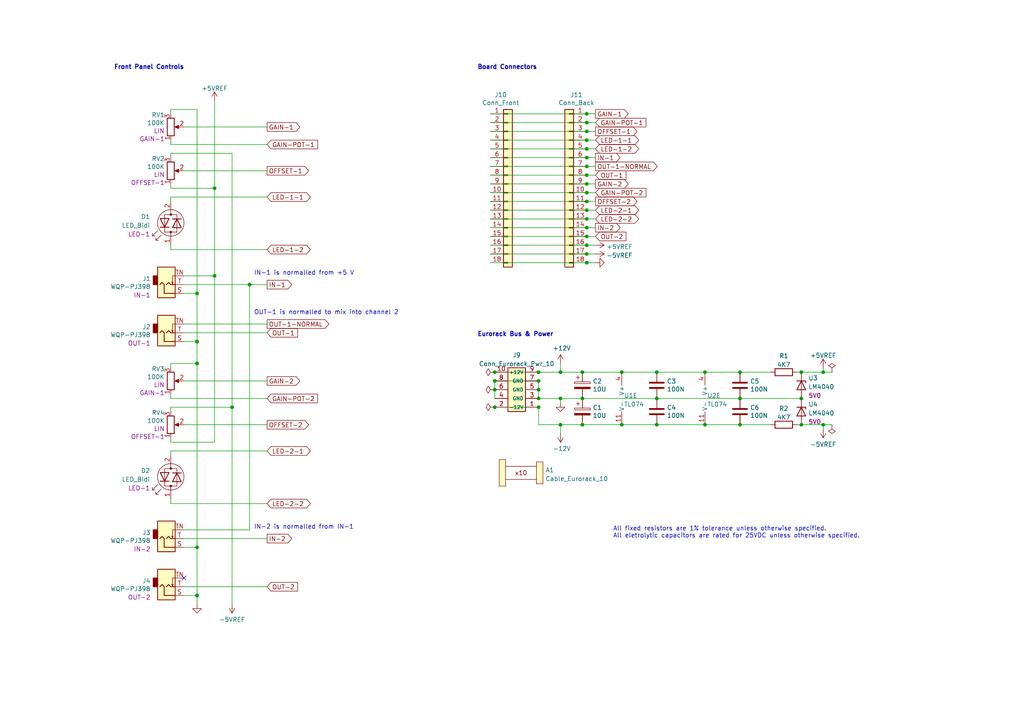
<source format=kicad_sch>
(kicad_sch (version 20211123) (generator eeschema)

  (uuid d0dfd7c1-401d-4f64-8463-f4c0813ac28f)

  (paper "A4")

  (title_block
    (title "Eurorack Dual Attenuverter - Front Panel & Power")
    (rev "1.3")
    (company "Len Popp")
    (comment 1 "Copyright © 2022 Len Popp CC BY")
    (comment 2 "Eurorack dual attenuverter module - 4HP")
  )

  (lib_symbols
    (symbol "-lmp-opamp:TL074" (pin_names (offset 0.127)) (in_bom yes) (on_board yes)
      (property "Reference" "U" (id 0) (at 0 5.08 0)
        (effects (font (size 1.27 1.27)) (justify left))
      )
      (property "Value" "TL074" (id 1) (at 0 -5.08 0)
        (effects (font (size 1.27 1.27)) (justify left))
      )
      (property "Footprint" "Package_DIP:DIP-14_W7.62mm" (id 2) (at -1.27 2.54 0)
        (effects (font (size 1.27 1.27)) hide)
      )
      (property "Datasheet" "http://www.ti.com/lit/ds/symlink/tl071.pdf" (id 3) (at 1.27 5.08 0)
        (effects (font (size 1.27 1.27)) hide)
      )
      (property "Manufacturer" "Texas Instruments" (id 4) (at 0 0 0)
        (effects (font (size 1.27 1.27)) hide)
      )
      (property "ManufacturerPartNum" "TL074BCN" (id 5) (at 0 0 0)
        (effects (font (size 1.27 1.27)) hide)
      )
      (property "Distributor" "Mouser" (id 6) (at 0 0 0)
        (effects (font (size 1.27 1.27)) hide)
      )
      (property "DistributorPartNum" "595-TL074BCN" (id 7) (at 0 0 0)
        (effects (font (size 1.27 1.27)) hide)
      )
      (property "DistributorPartLink" "https://www.mouser.ca/ProductDetail/?qs=vxEfx8VrU7BHurOY5iQdiA%3D%3D" (id 8) (at 0 0 0)
        (effects (font (size 1.27 1.27)) hide)
      )
      (property "ki_locked" "" (id 9) (at 0 0 0)
        (effects (font (size 1.27 1.27)))
      )
      (property "ki_keywords" "quad opamp" (id 10) (at 0 0 0)
        (effects (font (size 1.27 1.27)) hide)
      )
      (property "ki_description" "Quad Low-Noise JFET-Input Operational Amplifiers, DIP-14/SOIC-14" (id 11) (at 0 0 0)
        (effects (font (size 1.27 1.27)) hide)
      )
      (property "ki_fp_filters" "SOIC*3.9x8.7mm*P1.27mm* DIP*W7.62mm* TSSOP*4.4x5mm*P0.65mm* SSOP*5.3x6.2mm*P0.65mm* MSOP*3x3mm*P0.5mm*" (id 12) (at 0 0 0)
        (effects (font (size 1.27 1.27)) hide)
      )
      (symbol "TL074_1_1"
        (polyline
          (pts
            (xy -5.08 5.08)
            (xy 5.08 0)
            (xy -5.08 -5.08)
            (xy -5.08 5.08)
          )
          (stroke (width 0.254) (type default) (color 0 0 0 0))
          (fill (type background))
        )
        (pin output line (at 7.62 0 180) (length 2.54)
          (name "~" (effects (font (size 1.27 1.27))))
          (number "1" (effects (font (size 1.27 1.27))))
        )
        (pin input line (at -7.62 -2.54 0) (length 2.54)
          (name "-" (effects (font (size 1.27 1.27))))
          (number "2" (effects (font (size 1.27 1.27))))
        )
        (pin input line (at -7.62 2.54 0) (length 2.54)
          (name "+" (effects (font (size 1.27 1.27))))
          (number "3" (effects (font (size 1.27 1.27))))
        )
      )
      (symbol "TL074_2_1"
        (polyline
          (pts
            (xy -5.08 5.08)
            (xy 5.08 0)
            (xy -5.08 -5.08)
            (xy -5.08 5.08)
          )
          (stroke (width 0.254) (type default) (color 0 0 0 0))
          (fill (type background))
        )
        (pin input line (at -7.62 2.54 0) (length 2.54)
          (name "+" (effects (font (size 1.27 1.27))))
          (number "5" (effects (font (size 1.27 1.27))))
        )
        (pin input line (at -7.62 -2.54 0) (length 2.54)
          (name "-" (effects (font (size 1.27 1.27))))
          (number "6" (effects (font (size 1.27 1.27))))
        )
        (pin output line (at 7.62 0 180) (length 2.54)
          (name "~" (effects (font (size 1.27 1.27))))
          (number "7" (effects (font (size 1.27 1.27))))
        )
      )
      (symbol "TL074_3_1"
        (polyline
          (pts
            (xy -5.08 5.08)
            (xy 5.08 0)
            (xy -5.08 -5.08)
            (xy -5.08 5.08)
          )
          (stroke (width 0.254) (type default) (color 0 0 0 0))
          (fill (type background))
        )
        (pin input line (at -7.62 2.54 0) (length 2.54)
          (name "+" (effects (font (size 1.27 1.27))))
          (number "10" (effects (font (size 1.27 1.27))))
        )
        (pin output line (at 7.62 0 180) (length 2.54)
          (name "~" (effects (font (size 1.27 1.27))))
          (number "8" (effects (font (size 1.27 1.27))))
        )
        (pin input line (at -7.62 -2.54 0) (length 2.54)
          (name "-" (effects (font (size 1.27 1.27))))
          (number "9" (effects (font (size 1.27 1.27))))
        )
      )
      (symbol "TL074_4_1"
        (polyline
          (pts
            (xy -5.08 5.08)
            (xy 5.08 0)
            (xy -5.08 -5.08)
            (xy -5.08 5.08)
          )
          (stroke (width 0.254) (type default) (color 0 0 0 0))
          (fill (type background))
        )
        (pin input line (at -7.62 2.54 0) (length 2.54)
          (name "+" (effects (font (size 1.27 1.27))))
          (number "12" (effects (font (size 1.27 1.27))))
        )
        (pin input line (at -7.62 -2.54 0) (length 2.54)
          (name "-" (effects (font (size 1.27 1.27))))
          (number "13" (effects (font (size 1.27 1.27))))
        )
        (pin output line (at 7.62 0 180) (length 2.54)
          (name "~" (effects (font (size 1.27 1.27))))
          (number "14" (effects (font (size 1.27 1.27))))
        )
      )
      (symbol "TL074_5_1"
        (pin power_in line (at -2.54 -7.62 90) (length 3.81)
          (name "V-" (effects (font (size 1.27 1.27))))
          (number "11" (effects (font (size 1.27 1.27))))
        )
        (pin power_in line (at -2.54 7.62 270) (length 3.81)
          (name "V+" (effects (font (size 1.27 1.27))))
          (number "4" (effects (font (size 1.27 1.27))))
        )
      )
    )
    (symbol "-lmp-power:+12V" (power) (pin_names (offset 0)) (in_bom yes) (on_board yes)
      (property "Reference" "#PWR" (id 0) (at 0 -3.81 0)
        (effects (font (size 1.27 1.27)) hide)
      )
      (property "Value" "+12V" (id 1) (at 0 3.556 0)
        (effects (font (size 1.27 1.27)))
      )
      (property "Footprint" "" (id 2) (at 0 0 0)
        (effects (font (size 1.27 1.27)) hide)
      )
      (property "Datasheet" "" (id 3) (at 0 0 0)
        (effects (font (size 1.27 1.27)) hide)
      )
      (property "ki_keywords" "power-flag" (id 4) (at 0 0 0)
        (effects (font (size 1.27 1.27)) hide)
      )
      (property "ki_description" "Power symbol creates a global label with name \"+12V\"" (id 5) (at 0 0 0)
        (effects (font (size 1.27 1.27)) hide)
      )
      (symbol "+12V_0_1"
        (polyline
          (pts
            (xy -0.762 1.27)
            (xy 0 2.54)
          )
          (stroke (width 0) (type default) (color 0 0 0 0))
          (fill (type none))
        )
        (polyline
          (pts
            (xy 0 0)
            (xy 0 2.54)
          )
          (stroke (width 0) (type default) (color 0 0 0 0))
          (fill (type none))
        )
        (polyline
          (pts
            (xy 0 2.54)
            (xy 0.762 1.27)
          )
          (stroke (width 0) (type default) (color 0 0 0 0))
          (fill (type none))
        )
      )
      (symbol "+12V_1_1"
        (pin power_in line (at 0 0 90) (length 0) hide
          (name "+12V" (effects (font (size 1.27 1.27))))
          (number "1" (effects (font (size 1.27 1.27))))
        )
      )
    )
    (symbol "-lmp-power:+5VREF" (power) (pin_names (offset 0)) (in_bom yes) (on_board yes)
      (property "Reference" "#PWR" (id 0) (at 0 -3.81 0)
        (effects (font (size 1.27 1.27)) hide)
      )
      (property "Value" "+5VREF" (id 1) (at 0 3.556 0)
        (effects (font (size 1.27 1.27)))
      )
      (property "Footprint" "" (id 2) (at 0 0 0)
        (effects (font (size 1.27 1.27)) hide)
      )
      (property "Datasheet" "" (id 3) (at 0 0 0)
        (effects (font (size 1.27 1.27)) hide)
      )
      (property "ki_keywords" "power-flag" (id 4) (at 0 0 0)
        (effects (font (size 1.27 1.27)) hide)
      )
      (property "ki_description" "Power symbol creates a global label with name \"+5VREF\"" (id 5) (at 0 0 0)
        (effects (font (size 1.27 1.27)) hide)
      )
      (symbol "+5VREF_0_1"
        (polyline
          (pts
            (xy -0.762 1.27)
            (xy 0 2.54)
          )
          (stroke (width 0) (type default) (color 0 0 0 0))
          (fill (type none))
        )
        (polyline
          (pts
            (xy 0 0)
            (xy 0 2.54)
          )
          (stroke (width 0) (type default) (color 0 0 0 0))
          (fill (type none))
        )
        (polyline
          (pts
            (xy 0 2.54)
            (xy 0.762 1.27)
          )
          (stroke (width 0) (type default) (color 0 0 0 0))
          (fill (type none))
        )
      )
      (symbol "+5VREF_1_1"
        (pin power_in line (at 0 0 90) (length 0) hide
          (name "+5VREF" (effects (font (size 1.27 1.27))))
          (number "1" (effects (font (size 1.27 1.27))))
        )
      )
    )
    (symbol "-lmp-power:-12V" (power) (pin_names (offset 0)) (in_bom yes) (on_board yes)
      (property "Reference" "#PWR" (id 0) (at 0 3.81 0)
        (effects (font (size 1.27 1.27)) hide)
      )
      (property "Value" "-12V" (id 1) (at 0 -3.556 0)
        (effects (font (size 1.27 1.27)))
      )
      (property "Footprint" "" (id 2) (at 0 0 0)
        (effects (font (size 1.27 1.27)) hide)
      )
      (property "Datasheet" "" (id 3) (at 0 0 0)
        (effects (font (size 1.27 1.27)) hide)
      )
      (property "ki_keywords" "power-flag" (id 4) (at 0 0 0)
        (effects (font (size 1.27 1.27)) hide)
      )
      (property "ki_description" "Power symbol creates a global label with name \"-12V\"" (id 5) (at 0 0 0)
        (effects (font (size 1.27 1.27)) hide)
      )
      (symbol "-12V_0_1"
        (polyline
          (pts
            (xy -0.762 -1.27)
            (xy 0 -2.54)
          )
          (stroke (width 0) (type default) (color 0 0 0 0))
          (fill (type none))
        )
        (polyline
          (pts
            (xy 0 -2.54)
            (xy 0.762 -1.27)
          )
          (stroke (width 0) (type default) (color 0 0 0 0))
          (fill (type none))
        )
        (polyline
          (pts
            (xy 0 0)
            (xy 0 -2.54)
          )
          (stroke (width 0) (type default) (color 0 0 0 0))
          (fill (type none))
        )
      )
      (symbol "-12V_1_1"
        (pin power_in line (at 0 0 270) (length 0) hide
          (name "-12V" (effects (font (size 1.27 1.27))))
          (number "1" (effects (font (size 1.27 1.27))))
        )
      )
    )
    (symbol "-lmp-power:-5VREF" (power) (pin_names (offset 0)) (in_bom yes) (on_board yes)
      (property "Reference" "#PWR" (id 0) (at 0 3.81 0)
        (effects (font (size 1.27 1.27)) hide)
      )
      (property "Value" "-5VREF" (id 1) (at 0 -3.556 0)
        (effects (font (size 1.27 1.27)))
      )
      (property "Footprint" "" (id 2) (at 0 0 0)
        (effects (font (size 1.27 1.27)) hide)
      )
      (property "Datasheet" "" (id 3) (at 0 0 0)
        (effects (font (size 1.27 1.27)) hide)
      )
      (property "ki_keywords" "power-flag" (id 4) (at 0 0 0)
        (effects (font (size 1.27 1.27)) hide)
      )
      (property "ki_description" "Power symbol creates a global label with name \"-5VREF\"" (id 5) (at 0 0 0)
        (effects (font (size 1.27 1.27)) hide)
      )
      (symbol "-5VREF_0_1"
        (polyline
          (pts
            (xy -0.762 -1.27)
            (xy 0 -2.54)
          )
          (stroke (width 0) (type default) (color 0 0 0 0))
          (fill (type none))
        )
        (polyline
          (pts
            (xy 0 -2.54)
            (xy 0.762 -1.27)
          )
          (stroke (width 0) (type default) (color 0 0 0 0))
          (fill (type none))
        )
        (polyline
          (pts
            (xy 0 0)
            (xy 0 -2.54)
          )
          (stroke (width 0) (type default) (color 0 0 0 0))
          (fill (type none))
        )
      )
      (symbol "-5VREF_1_1"
        (pin power_in line (at 0 0 270) (length 0) hide
          (name "-5VREF" (effects (font (size 1.27 1.27))))
          (number "1" (effects (font (size 1.27 1.27))))
        )
      )
    )
    (symbol "-lmp-power:GND" (power) (pin_numbers hide) (pin_names (offset 0) hide) (in_bom yes) (on_board yes)
      (property "Reference" "#PWR" (id 0) (at 0 -6.35 0)
        (effects (font (size 1.27 1.27)) hide)
      )
      (property "Value" "GND" (id 1) (at 0 -3.81 0)
        (effects (font (size 1.27 1.27)) hide)
      )
      (property "Footprint" "" (id 2) (at 0 0 0)
        (effects (font (size 1.27 1.27)) hide)
      )
      (property "Datasheet" "" (id 3) (at 0 0 0)
        (effects (font (size 1.27 1.27)) hide)
      )
      (property "ki_keywords" "power-flag" (id 4) (at 0 0 0)
        (effects (font (size 1.27 1.27)) hide)
      )
      (property "ki_description" "Power symbol creates a global label with name \"GND\" , ground" (id 5) (at 0 0 0)
        (effects (font (size 1.27 1.27)) hide)
      )
      (symbol "GND_0_1"
        (polyline
          (pts
            (xy 0 0)
            (xy 0 -1.27)
            (xy 1.27 -1.27)
            (xy 0 -2.54)
            (xy -1.27 -1.27)
            (xy 0 -1.27)
          )
          (stroke (width 0) (type default) (color 0 0 0 0))
          (fill (type none))
        )
      )
      (symbol "GND_1_1"
        (pin power_in line (at 0 0 270) (length 0) hide
          (name "GND" (effects (font (size 1.27 1.27))))
          (number "1" (effects (font (size 1.27 1.27))))
        )
      )
    )
    (symbol "-lmp-power:PWR_FLAG" (power) (pin_numbers hide) (pin_names (offset 0) hide) (in_bom yes) (on_board yes)
      (property "Reference" "#FLG" (id 0) (at 0 1.905 0)
        (effects (font (size 1.27 1.27)) hide)
      )
      (property "Value" "PWR_FLAG" (id 1) (at 0 3.81 0)
        (effects (font (size 1.27 1.27)))
      )
      (property "Footprint" "" (id 2) (at 0 0 0)
        (effects (font (size 1.27 1.27)) hide)
      )
      (property "Datasheet" "~" (id 3) (at 0 0 0)
        (effects (font (size 1.27 1.27)) hide)
      )
      (property "ki_keywords" "power-flag" (id 4) (at 0 0 0)
        (effects (font (size 1.27 1.27)) hide)
      )
      (property "ki_description" "Special symbol for telling ERC where power comes from" (id 5) (at 0 0 0)
        (effects (font (size 1.27 1.27)) hide)
      )
      (symbol "PWR_FLAG_0_0"
        (pin power_out line (at 0 0 90) (length 0)
          (name "pwr" (effects (font (size 1.27 1.27))))
          (number "1" (effects (font (size 1.27 1.27))))
        )
      )
      (symbol "PWR_FLAG_0_1"
        (polyline
          (pts
            (xy 0 0)
            (xy 0 1.27)
            (xy -1.016 1.905)
            (xy 0 2.54)
            (xy 1.016 1.905)
            (xy 0 1.27)
          )
          (stroke (width 0) (type default) (color 0 0 0 0))
          (fill (type none))
        )
      )
    )
    (symbol "-lmp-regulator:LM4040" (pin_numbers hide) (pin_names (offset 1.016) hide) (in_bom yes) (on_board yes)
      (property "Reference" "U" (id 0) (at 0 2.54 0)
        (effects (font (size 1.27 1.27)))
      )
      (property "Value" "LM4040" (id 1) (at 0 -2.54 0)
        (effects (font (size 1.27 1.27)))
      )
      (property "Footprint" "-lmp-misc:TO-92-2_Wide" (id 2) (at 0 0 0)
        (effects (font (size 1.27 1.27)) hide)
      )
      (property "Datasheet" "https://www.ti.com/lit/ds/symlink/lm4040-n.pdf?ts=1622551591255" (id 3) (at 0 0 0)
        (effects (font (size 1.27 1.27)) hide)
      )
      (property "Value2" "[voltage]" (id 4) (at 0 -4.572 0)
        (effects (font (size 1.27 1.27)))
      )
      (property "Manufacturer" "Texas Instruments" (id 5) (at 0 0 0)
        (effects (font (size 1.27 1.27)) hide)
      )
      (property "ManufacturerPartNum" "LM4040*" (id 6) (at 0 0 0)
        (effects (font (size 1.27 1.27)) hide)
      )
      (property "Distributor" "Mouser" (id 7) (at 0 0 0)
        (effects (font (size 1.27 1.27)) hide)
      )
      (property "DistributorPartLink" "https://www.mouser.ca/c/semiconductors/integrated-circuits-ics/power-management-ics/voltage-references/?mounting+style=Through+Hole&package+%2f+case=TO-92-3~TO92-3%7cThrough+Hole&series=LM4040-N~LM4040D50&instock=y&sort=pricing&rp=semiconductors%2fintegrated-circuits-ics%2fpower-management-ics%2fvoltage-references%7cPackage+%2f+Case%7cSeries" (id 8) (at 0 0 0)
        (effects (font (size 1.27 1.27)) hide)
      )
      (property "ki_keywords" "shunt voltage reference" (id 9) (at 0 0 0)
        (effects (font (size 1.27 1.27)) hide)
      )
      (property "ki_description" "LM4040 shunt voltage reference" (id 10) (at 0 0 0)
        (effects (font (size 1.27 1.27)) hide)
      )
      (property "ki_fp_filters" "TO-???* *_Diode_* *SingleDiode* D_*" (id 11) (at 0 0 0)
        (effects (font (size 1.27 1.27)) hide)
      )
      (symbol "LM4040_0_1"
        (polyline
          (pts
            (xy 1.27 0)
            (xy -1.27 0)
          )
          (stroke (width 0) (type default) (color 0 0 0 0))
          (fill (type none))
        )
        (polyline
          (pts
            (xy -1.27 -1.27)
            (xy -1.27 1.27)
            (xy -0.762 1.27)
          )
          (stroke (width 0.254) (type default) (color 0 0 0 0))
          (fill (type none))
        )
        (polyline
          (pts
            (xy 1.27 -1.27)
            (xy 1.27 1.27)
            (xy -1.27 0)
            (xy 1.27 -1.27)
          )
          (stroke (width 0.254) (type default) (color 0 0 0 0))
          (fill (type none))
        )
      )
      (symbol "LM4040_1_1"
        (pin passive line (at -3.81 0 0) (length 2.54)
          (name "K" (effects (font (size 1.27 1.27))))
          (number "1" (effects (font (size 1.27 1.27))))
        )
        (pin passive line (at 3.81 0 180) (length 2.54)
          (name "A" (effects (font (size 1.27 1.27))))
          (number "2" (effects (font (size 1.27 1.27))))
        )
      )
    )
    (symbol "-lmp-synth:Cable_Eurorack_10" (in_bom yes) (on_board no)
      (property "Reference" "A" (id 0) (at 0 8.255 0)
        (effects (font (size 1.27 1.27)))
      )
      (property "Value" "Cable_Eurorack_10" (id 1) (at 0 5.715 0)
        (effects (font (size 1.27 1.27)))
      )
      (property "Footprint" "-lmp-misc:NoFootprint" (id 2) (at 0.635 -5.08 0)
        (effects (font (size 1.27 1.27)) hide)
      )
      (property "Datasheet" "" (id 3) (at 0 8.255 0)
        (effects (font (size 1.27 1.27)) hide)
      )
      (property "Note" "Length as required" (id 4) (at 0 -2.54 0)
        (effects (font (size 1.27 1.27)) hide)
      )
      (property "Distributor" "Thonk" (id 5) (at 0 -5.08 0)
        (effects (font (size 1.27 1.27)) hide)
      )
      (property "DistributorPartLink" "https://www.thonk.co.uk/shop/eurorack-power-cables/" (id 6) (at 0 -5.08 0)
        (effects (font (size 1.27 1.27)) hide)
      )
      (property "Distributor2" "SynthCube" (id 7) (at 0 -5.08 0)
        (effects (font (size 1.27 1.27)) hide)
      )
      (property "DistributorPartLink2" "https://synthcube.com/cart/eurorack-ribbon-power-cables" (id 8) (at 0 -5.08 0)
        (effects (font (size 1.27 1.27)) hide)
      )
      (property "Distributor3" "Modular Addict" (id 9) (at 0 -5.08 0)
        (effects (font (size 1.27 1.27)) hide)
      )
      (property "DistributorPartLink3" "https://modularaddict.com/parts/eurorack-power-cables-1" (id 10) (at 0 -5.08 0)
        (effects (font (size 1.27 1.27)) hide)
      )
      (property "ki_keywords" "Eurorack 10 power cable" (id 11) (at 0 0 0)
        (effects (font (size 1.27 1.27)) hide)
      )
      (property "ki_description" "Eurorack 16-10 pin power cable" (id 12) (at 0 0 0)
        (effects (font (size 1.27 1.27)) hide)
      )
      (symbol "Cable_Eurorack_10_0_0"
        (text "x10" (at 0 0 0)
          (effects (font (size 1.27 1.27)))
        )
      )
      (symbol "Cable_Eurorack_10_0_1"
        (rectangle (start -6.35 3.81) (end -4.445 -3.81)
          (stroke (width 0.1524) (type default) (color 0 0 0 0))
          (fill (type background))
        )
        (polyline
          (pts
            (xy -4.445 -1.905)
            (xy 4.445 -1.905)
          )
          (stroke (width 0.1524) (type default) (color 0 0 0 0))
          (fill (type none))
        )
        (polyline
          (pts
            (xy -4.445 1.905)
            (xy 4.445 1.905)
          )
          (stroke (width 0.1524) (type default) (color 0 0 0 0))
          (fill (type none))
        )
        (rectangle (start 4.445 3.175) (end 6.35 -3.175)
          (stroke (width 0.1524) (type default) (color 0 0 0 0))
          (fill (type background))
        )
      )
    )
    (symbol "-lmp-synth:Conn_Eurorack_Pwr_10" (in_bom yes) (on_board yes)
      (property "Reference" "J" (id 0) (at 1.27 7.62 0)
        (effects (font (size 1.27 1.27)))
      )
      (property "Value" "Conn_Eurorack_Pwr_10" (id 1) (at 1.27 -7.62 0)
        (effects (font (size 1.27 1.27)))
      )
      (property "Footprint" "-lmp-synth:IDC-Header-Eurorack-10-TH" (id 2) (at 2.54 -9.144 0)
        (effects (font (size 1.27 1.27)) hide)
      )
      (property "Datasheet" "https://www.mouser.ca/datasheet/2/445/61201021621-1717731.pdf" (id 3) (at 2.54 0 0)
        (effects (font (size 1.27 1.27)) hide)
      )
      (property "Manufacturer" "Wurth Elektronik" (id 4) (at 1.524 -9.398 0)
        (effects (font (size 1.27 1.27)) hide)
      )
      (property "ManufacturerPartNum" "61201021621" (id 5) (at 1.524 -9.398 0)
        (effects (font (size 1.27 1.27)) hide)
      )
      (property "Distributor" "Mouser" (id 6) (at 1.524 -9.144 0)
        (effects (font (size 1.27 1.27)) hide)
      )
      (property "DistributorPartNum" "710-61201021621" (id 7) (at 1.524 -9.398 0)
        (effects (font (size 1.27 1.27)) hide)
      )
      (property "DistributorPartLink" "https://www.mouser.ca/ProductDetail/Wurth-Elektronik/61201021621?qs=%2Fha2pyFadugkhyfdWLPRIwz9kroMfF%252BXZWEETFcVSqiQRaqHzEC2RQ%3D%3D" (id 8) (at 1.524 -9.398 0)
        (effects (font (size 1.27 1.27)) hide)
      )
      (property "Distributor2" "Thonk" (id 9) (at 0 0 0)
        (effects (font (size 1.27 1.27)) hide)
      )
      (property "DistributorPartNum2" "" (id 10) (at 0 0 0)
        (effects (font (size 1.27 1.27)) hide)
      )
      (property "DistributorPartLink2" "https://www.thonk.co.uk/shop/eurorack-diy-essentials/" (id 11) (at 0 0 0)
        (effects (font (size 1.27 1.27)) hide)
      )
      (property "ki_keywords" "connector Eurorack" (id 12) (at 0 0 0)
        (effects (font (size 1.27 1.27)) hide)
      )
      (property "ki_description" "Eurorack 10-pin board power connector" (id 13) (at 0 0 0)
        (effects (font (size 1.27 1.27)) hide)
      )
      (property "ki_fp_filters" "Connector*:*_2x??_*" (id 14) (at 0 0 0)
        (effects (font (size 1.27 1.27)) hide)
      )
      (symbol "Conn_Eurorack_Pwr_10_1_1"
        (rectangle (start 3.81 -6.35) (end -1.27 6.35)
          (stroke (width 0.254) (type default) (color 0 0 0 0))
          (fill (type background))
        )
        (pin power_in line (at 7.62 -5.08 180) (length 3.81)
          (name "-12V" (effects (font (size 1.016 1.016))))
          (number "1" (effects (font (size 1.27 1.27))))
        )
        (pin power_in line (at -5.08 5.08 0) (length 3.81)
          (name "~" (effects (font (size 1.27 1.27))))
          (number "10" (effects (font (size 1.27 1.27))))
        )
        (pin power_in line (at -5.08 -5.08 0) (length 3.81)
          (name "~" (effects (font (size 1.016 1.016))))
          (number "2" (effects (font (size 1.27 1.27))))
        )
        (pin power_in line (at 7.62 -2.54 180) (length 3.81)
          (name "GND" (effects (font (size 1.016 1.016))))
          (number "3" (effects (font (size 1.27 1.27))))
        )
        (pin power_in line (at -5.08 -2.54 0) (length 3.81)
          (name "~" (effects (font (size 1.27 1.27))))
          (number "4" (effects (font (size 1.27 1.27))))
        )
        (pin power_in line (at 7.62 0 180) (length 3.81)
          (name "GND" (effects (font (size 1.016 1.016))))
          (number "5" (effects (font (size 1.27 1.27))))
        )
        (pin power_in line (at -5.08 0 0) (length 3.81)
          (name "~" (effects (font (size 1.27 1.27))))
          (number "6" (effects (font (size 1.27 1.27))))
        )
        (pin power_in line (at 7.62 2.54 180) (length 3.81)
          (name "GND" (effects (font (size 1.016 1.016))))
          (number "7" (effects (font (size 1.27 1.27))))
        )
        (pin power_in line (at -5.08 2.54 0) (length 3.81)
          (name "~" (effects (font (size 1.27 1.27))))
          (number "8" (effects (font (size 1.27 1.27))))
        )
        (pin power_in line (at 7.62 5.08 180) (length 3.81)
          (name "+12V" (effects (font (size 1.016 1.016))))
          (number "9" (effects (font (size 1.27 1.27))))
        )
      )
    )
    (symbol "-lmp-synth:Jack_WQP-PJ398" (in_bom yes) (on_board yes)
      (property "Reference" "J" (id 0) (at 0 10.033 0)
        (effects (font (size 1.27 1.27)))
      )
      (property "Value" "Jack_WQP-PJ398" (id 1) (at 0 7.62 0)
        (effects (font (size 1.27 1.27)))
      )
      (property "Footprint" "-lmp-synth:Jack_3.5mm_QingPu_WQP-PJ398SM_Vertical" (id 2) (at 0 0 0)
        (effects (font (size 1.27 1.27)) hide)
      )
      (property "Datasheet" "http://www.qingpu-electronics.com/en/products/WQP-PJ398SM-362.html" (id 3) (at 0 0 0)
        (effects (font (size 1.27 1.27)) hide)
      )
      (property "Label" "[label]" (id 4) (at 0 5.207 0)
        (effects (font (size 1.27 1.27)))
      )
      (property "Manufacturer" "QingPu / Thonk" (id 5) (at 0 0 0)
        (effects (font (size 1.27 1.27)) hide)
      )
      (property "ManufacturerPartNum" "PJ398SM / WQP518MA" (id 6) (at 0 0 0)
        (effects (font (size 1.27 1.27)) hide)
      )
      (property "Distributor" "Thonk" (id 7) (at 0 0 0)
        (effects (font (size 1.27 1.27)) hide)
      )
      (property "DistributorPartNum" "PJ398SM" (id 8) (at 0 0 0)
        (effects (font (size 1.27 1.27)) hide)
      )
      (property "DistributorPartLink" "https://www.thonk.co.uk/shop/thonkiconn/" (id 9) (at 0 0 0)
        (effects (font (size 1.27 1.27)) hide)
      )
      (property "Distributor2" "SynthCube" (id 10) (at 0 0 0)
        (effects (font (size 1.27 1.27)) hide)
      )
      (property "DistributorPartNum2" "WQP518MA" (id 11) (at 0 0 0)
        (effects (font (size 1.27 1.27)) hide)
      )
      (property "DistributorPartLink2" "https://synthcube.com/cart/3-5mm-euro-jacks" (id 12) (at 0 0 0)
        (effects (font (size 1.27 1.27)) hide)
      )
      (property "Distributor3" "Adafruit" (id 13) (at 0 0 0)
        (effects (font (size 1.27 1.27)) hide)
      )
      (property "DistributorPartNum3" "4031" (id 14) (at 0 0 0)
        (effects (font (size 1.27 1.27)) hide)
      )
      (property "DistributorPartLink3" "https://www.adafruit.com/product/4031" (id 15) (at 0 0 0)
        (effects (font (size 1.27 1.27)) hide)
      )
      (property "ki_keywords" "audio jack receptacle mono headphones phone TS connector QingPu Thonkiconn" (id 16) (at 0 0 0)
        (effects (font (size 1.27 1.27)) hide)
      )
      (property "ki_description" "Audio Jack, 2 Poles (Mono / TS), Switched T Pole (Normalling), QingPu / Thonkiconn" (id 17) (at 0 0 0)
        (effects (font (size 1.27 1.27)) hide)
      )
      (property "ki_fp_filters" "Jack*" (id 18) (at 0 0 0)
        (effects (font (size 1.27 1.27)) hide)
      )
      (symbol "Jack_WQP-PJ398_0_1"
        (rectangle (start -2.54 0) (end -3.81 -2.54)
          (stroke (width 0.254) (type default) (color 0 0 0 0))
          (fill (type outline))
        )
        (polyline
          (pts
            (xy 1.778 -0.254)
            (xy 2.032 -0.762)
          )
          (stroke (width 0) (type default) (color 0 0 0 0))
          (fill (type none))
        )
        (polyline
          (pts
            (xy 0 0)
            (xy 0.635 -0.635)
            (xy 1.27 0)
            (xy 2.54 0)
          )
          (stroke (width 0.254) (type default) (color 0 0 0 0))
          (fill (type none))
        )
        (polyline
          (pts
            (xy 2.54 -2.54)
            (xy 1.778 -2.54)
            (xy 1.778 -0.254)
            (xy 1.524 -0.762)
          )
          (stroke (width 0) (type default) (color 0 0 0 0))
          (fill (type none))
        )
        (polyline
          (pts
            (xy 2.54 2.54)
            (xy -0.635 2.54)
            (xy -0.635 0)
            (xy -1.27 -0.635)
            (xy -1.905 0)
          )
          (stroke (width 0.254) (type default) (color 0 0 0 0))
          (fill (type none))
        )
        (rectangle (start 2.54 3.81) (end -2.54 -5.08)
          (stroke (width 0.254) (type default) (color 0 0 0 0))
          (fill (type background))
        )
      )
      (symbol "Jack_WQP-PJ398_1_1"
        (pin passive line (at 5.08 2.54 180) (length 2.54)
          (name "~" (effects (font (size 1.27 1.27))))
          (number "S" (effects (font (size 1.27 1.27))))
        )
        (pin passive line (at 5.08 0 180) (length 2.54)
          (name "~" (effects (font (size 1.27 1.27))))
          (number "T" (effects (font (size 1.27 1.27))))
        )
        (pin passive line (at 5.08 -2.54 180) (length 2.54)
          (name "~" (effects (font (size 1.27 1.27))))
          (number "TN" (effects (font (size 1.27 1.27))))
        )
      )
    )
    (symbol "-lmp-synth:LED_Dual_3mm_Yellow_Green_Bidi" (pin_names (offset 0) hide) (in_bom yes) (on_board yes)
      (property "Reference" "D" (id 0) (at 0 5.08 0)
        (effects (font (size 1.27 1.27)))
      )
      (property "Value" "LED_Dual_3mm_Yellow_Green_Bidi" (id 1) (at 0 -5.08 0)
        (effects (font (size 1.27 1.27)))
      )
      (property "Footprint" "LED_THT:LED_D3.0mm" (id 2) (at 0 -7.62 0)
        (effects (font (size 1.27 1.27)) hide)
      )
      (property "Datasheet" "https://www.mouser.ca/datasheet/2/216/WP937GYW-49419.pdf" (id 3) (at 0 -7.62 0)
        (effects (font (size 1.27 1.27)) hide)
      )
      (property "Label" "[label]" (id 4) (at 0 -7.62 0)
        (effects (font (size 1.27 1.27)))
      )
      (property "Manufacturer" "Kingbright" (id 5) (at 0 -7.62 0)
        (effects (font (size 1.27 1.27)) hide)
      )
      (property "ManufacturerPartNum" "WP937GYW" (id 6) (at 0 -7.62 0)
        (effects (font (size 1.27 1.27)) hide)
      )
      (property "Distributor" "Mouser" (id 7) (at 0 -7.62 0)
        (effects (font (size 1.27 1.27)) hide)
      )
      (property "DistributorPartNum" "604-WP937GYW" (id 8) (at 0 -7.62 0)
        (effects (font (size 1.27 1.27)) hide)
      )
      (property "DistributorPartLink" "https://www.mouser.ca/ProductDetail/Kingbright/WP937GYW?qs=pYCps6XRS2BGAhGpbeAyzQ%3D%3D" (id 9) (at 0 -7.62 0)
        (effects (font (size 1.27 1.27)) hide)
      )
      (property "ki_keywords" "LED diode bicolor dual red green" (id 10) (at 0 0 0)
        (effects (font (size 1.27 1.27)) hide)
      )
      (property "ki_description" "Dual LED, red and green, common cathode on pin 2" (id 11) (at 0 0 0)
        (effects (font (size 1.27 1.27)) hide)
      )
      (property "ki_fp_filters" "LED* LED_SMD:* LED_THT:*" (id 12) (at 0 0 0)
        (effects (font (size 1.27 1.27)) hide)
      )
      (symbol "LED_Dual_3mm_Yellow_Green_Bidi_0_1"
        (circle (center -2.54 0) (radius 0.2794)
          (stroke (width 0) (type default) (color 0 0 0 0))
          (fill (type outline))
        )
        (circle (center -0.127 0) (radius 3.8354)
          (stroke (width 0) (type default) (color 0 0 0 0))
          (fill (type none))
        )
        (polyline
          (pts
            (xy -4.572 0)
            (xy -2.54 0)
          )
          (stroke (width 0) (type default) (color 0 0 0 0))
          (fill (type none))
        )
        (polyline
          (pts
            (xy -1.27 -0.508)
            (xy -1.27 -3.048)
          )
          (stroke (width 0.254) (type default) (color 0 0 0 0))
          (fill (type none))
        )
        (polyline
          (pts
            (xy 1.143 0.508)
            (xy 1.143 3.048)
          )
          (stroke (width 0.254) (type default) (color 0 0 0 0))
          (fill (type none))
        )
        (polyline
          (pts
            (xy 2.54 -1.778)
            (xy 2.032 -1.778)
          )
          (stroke (width 0) (type default) (color 0 0 0 0))
          (fill (type none))
        )
        (polyline
          (pts
            (xy 2.54 -1.778)
            (xy 2.54 1.778)
          )
          (stroke (width 0) (type default) (color 0 0 0 0))
          (fill (type none))
        )
        (polyline
          (pts
            (xy 2.54 1.778)
            (xy 1.905 1.778)
          )
          (stroke (width 0) (type default) (color 0 0 0 0))
          (fill (type none))
        )
        (polyline
          (pts
            (xy 3.81 0)
            (xy 2.54 0)
          )
          (stroke (width 0) (type default) (color 0 0 0 0))
          (fill (type none))
        )
        (polyline
          (pts
            (xy -1.397 3.048)
            (xy -1.397 0.508)
            (xy 1.143 1.778)
            (xy -1.397 3.048)
          )
          (stroke (width 0.254) (type default) (color 0 0 0 0))
          (fill (type none))
        )
        (polyline
          (pts
            (xy 1.27 -0.508)
            (xy 1.27 -3.048)
            (xy -1.27 -1.778)
            (xy 1.27 -0.508)
          )
          (stroke (width 0.254) (type default) (color 0 0 0 0))
          (fill (type none))
        )
        (polyline
          (pts
            (xy 1.905 -1.778)
            (xy -2.54 -1.778)
            (xy -2.54 1.778)
            (xy 0.254 1.778)
            (xy 2.032 1.778)
          )
          (stroke (width 0) (type default) (color 0 0 0 0))
          (fill (type none))
        )
        (polyline
          (pts
            (xy 2.159 3.81)
            (xy 3.683 5.334)
            (xy 2.921 5.334)
            (xy 3.683 5.334)
            (xy 3.683 4.572)
          )
          (stroke (width 0) (type default) (color 0 0 0 0))
          (fill (type none))
        )
        (polyline
          (pts
            (xy 3.429 2.794)
            (xy 4.953 4.318)
            (xy 4.191 4.318)
            (xy 4.953 4.318)
            (xy 4.953 3.556)
          )
          (stroke (width 0) (type default) (color 0 0 0 0))
          (fill (type none))
        )
      )
      (symbol "LED_Dual_3mm_Yellow_Green_Bidi_1_1"
        (circle (center 2.54 0) (radius 0.2794)
          (stroke (width 0) (type default) (color 0 0 0 0))
          (fill (type outline))
        )
        (pin input line (at 6.35 0 180) (length 2.54)
          (name "1" (effects (font (size 1.27 1.27))))
          (number "1" (effects (font (size 1.27 1.27))))
        )
        (pin input line (at -6.35 0 0) (length 2.54)
          (name "2" (effects (font (size 1.27 1.27))))
          (number "2" (effects (font (size 1.27 1.27))))
        )
      )
    )
    (symbol "-lmp-synth:R_POT_Panel_PCB_Alpha" (pin_names (offset 1.016) hide) (in_bom yes) (on_board yes)
      (property "Reference" "RV" (id 0) (at -9.144 0 90)
        (effects (font (size 1.27 1.27)))
      )
      (property "Value" "R_POT_Panel_PCB_Alpha" (id 1) (at -7.239 0 90)
        (effects (font (size 1.27 1.27)))
      )
      (property "Footprint" "-lmp-synth:Potentiometer_Alpha_RD901F-40-00D_Single_Vertical" (id 2) (at 0 0 0)
        (effects (font (size 1.27 1.27)) hide)
      )
      (property "Datasheet" "https://www.mouser.ca/datasheet/2/13/alpha_taiwan_08192019_RD901F-40-15R1-B(resistance_-1627810.pdf" (id 3) (at 0 0 0)
        (effects (font (size 1.27 1.27)) hide)
      )
      (property "Value2" "[LIN/LOG]" (id 4) (at -5.207 0 90)
        (effects (font (size 1.27 1.27)))
      )
      (property "Label" "[label]" (id 5) (at -3.175 0 90)
        (effects (font (size 1.27 1.27)))
      )
      (property "Manufacturer" "Alpha" (id 6) (at 0 0 0)
        (effects (font (size 1.27 1.27)) hide)
      )
      (property "ManufacturerPartNum" "RD901F-*" (id 7) (at 0 0 0)
        (effects (font (size 1.27 1.27)) hide)
      )
      (property "Distributor" "Thonk" (id 8) (at 0 0 0)
        (effects (font (size 1.27 1.27)) hide)
      )
      (property "DistributorPartNum" "Group_Pot_Alpha_6.35mm" (id 9) (at 0 0 0)
        (effects (font (size 1.27 1.27)) hide)
      )
      (property "DistributorPartLink" "https://www.thonk.co.uk/shop/alpha-9mm-pots/" (id 10) (at 0 0 0)
        (effects (font (size 1.27 1.27)) hide)
      )
      (property "Distributor2" "Mouser" (id 11) (at 0 0 0)
        (effects (font (size 1.27 1.27)) hide)
      )
      (property "DistributorPartNum2" "311-1940F-*" (id 12) (at 0 0 0)
        (effects (font (size 1.27 1.27)) hide)
      )
      (property "DistributorPartLink2" "https://www.mouser.ca/c/passive-components/potentiometers-trimmers-rheostats/potentiometers/?q=RD901F&orientation=Vertical" (id 13) (at 0 0 0)
        (effects (font (size 1.27 1.27)) hide)
      )
      (property "Distributor3" "SynthCube" (id 14) (at 0 0 0)
        (effects (font (size 1.27 1.27)) hide)
      )
      (property "DistributorPartNum3" "9MMALPHAPOTMSTR" (id 15) (at 0 0 0)
        (effects (font (size 1.27 1.27)) hide)
      )
      (property "DistributorPartLink3" "https://synthcube.com/cart/alpha-9mm-potentiometer-right-angle-pcb-mount-6-35mm-round-shaft" (id 16) (at 0 0 0)
        (effects (font (size 1.27 1.27)) hide)
      )
      (property "ki_keywords" "resistor variable" (id 17) (at 0 0 0)
        (effects (font (size 1.27 1.27)) hide)
      )
      (property "ki_description" "Potentiometer" (id 18) (at 0 0 0)
        (effects (font (size 1.27 1.27)) hide)
      )
      (property "ki_fp_filters" "Potentiometer*" (id 19) (at 0 0 0)
        (effects (font (size 1.27 1.27)) hide)
      )
      (symbol "R_POT_Panel_PCB_Alpha_0_1"
        (polyline
          (pts
            (xy 2.54 0)
            (xy 1.524 0)
          )
          (stroke (width 0) (type default) (color 0 0 0 0))
          (fill (type none))
        )
        (polyline
          (pts
            (xy 1.143 0)
            (xy 2.286 0.508)
            (xy 2.286 -0.508)
            (xy 1.143 0)
          )
          (stroke (width 0) (type default) (color 0 0 0 0))
          (fill (type outline))
        )
        (rectangle (start 1.016 2.54) (end -1.016 -2.54)
          (stroke (width 0.254) (type default) (color 0 0 0 0))
          (fill (type none))
        )
      )
      (symbol "R_POT_Panel_PCB_Alpha_1_1"
        (pin passive line (at 0 3.81 270) (length 1.27)
          (name "1" (effects (font (size 1.27 1.27))))
          (number "1" (effects (font (size 1.27 1.27))))
        )
        (pin passive line (at 3.81 0 180) (length 1.27)
          (name "2" (effects (font (size 1.27 1.27))))
          (number "2" (effects (font (size 1.27 1.27))))
        )
        (pin passive line (at 0 -3.81 90) (length 1.27)
          (name "3" (effects (font (size 1.27 1.27))))
          (number "3" (effects (font (size 1.27 1.27))))
        )
      )
    )
    (symbol "-lmp:CC_100N" (pin_numbers hide) (pin_names (offset 0.254)) (in_bom yes) (on_board yes)
      (property "Reference" "C" (id 0) (at 0.635 2.54 0)
        (effects (font (size 1.27 1.27)) (justify left))
      )
      (property "Value" "CC_100N" (id 1) (at 0.635 -2.54 0)
        (effects (font (size 1.27 1.27)) (justify left))
      )
      (property "Footprint" "-lmp-misc:C_Disc_D5.0mm_W2.5mm_P2.50mm" (id 2) (at 0.9652 -3.81 0)
        (effects (font (size 1.27 1.27)) hide)
      )
      (property "Datasheet" "https://product.tdk.com/system/files/dam/doc/product/capacitor/ceramic/lead-mlcc/catalog/leadmlcc_halogenfree_fg_en.pdf" (id 3) (at -0.635 -3.81 0)
        (effects (font (size 1.27 1.27)) hide)
      )
      (property "Note" "IC decoupling" (id 4) (at 0.635 -5.08 0)
        (effects (font (size 1.27 1.27)) (justify left) hide)
      )
      (property "Manufacturer" "TDK" (id 5) (at 0 0 0)
        (effects (font (size 1.27 1.27)) hide)
      )
      (property "ManufacturerPartNum" "FG18X7R1H104KNT06" (id 6) (at 0 0 0)
        (effects (font (size 1.27 1.27)) hide)
      )
      (property "Distributor" "Mouser" (id 7) (at 0 0 0)
        (effects (font (size 1.27 1.27)) hide)
      )
      (property "DistributorPartNum" "810-FG18X7R1H104KNT6" (id 8) (at 0 0 0)
        (effects (font (size 1.27 1.27)) hide)
      )
      (property "DistributorPartLink" "https://www.mouser.ca/ProductDetail/810-FG18X7R1H104KNT6" (id 9) (at 0 0 0)
        (effects (font (size 1.27 1.27)) hide)
      )
      (property "ki_keywords" "cap capacitor ceramic" (id 10) (at 0 0 0)
        (effects (font (size 1.27 1.27)) hide)
      )
      (property "ki_description" "Capacitor - Ceramic - IC decoupling" (id 11) (at 0 0 0)
        (effects (font (size 1.27 1.27)) hide)
      )
      (property "ki_fp_filters" "C_*" (id 12) (at 0 0 0)
        (effects (font (size 1.27 1.27)) hide)
      )
      (symbol "CC_100N_0_1"
        (polyline
          (pts
            (xy -2.032 -0.762)
            (xy 2.032 -0.762)
          )
          (stroke (width 0.508) (type default) (color 0 0 0 0))
          (fill (type none))
        )
        (polyline
          (pts
            (xy -2.032 0.762)
            (xy 2.032 0.762)
          )
          (stroke (width 0.508) (type default) (color 0 0 0 0))
          (fill (type none))
        )
      )
      (symbol "CC_100N_1_1"
        (pin passive line (at 0 3.81 270) (length 2.794)
          (name "~" (effects (font (size 1.27 1.27))))
          (number "1" (effects (font (size 1.27 1.27))))
        )
        (pin passive line (at 0 -3.81 90) (length 2.794)
          (name "~" (effects (font (size 1.27 1.27))))
          (number "2" (effects (font (size 1.27 1.27))))
        )
      )
    )
    (symbol "-lmp:R_1%_0W166" (pin_numbers hide) (pin_names (offset 0)) (in_bom yes) (on_board yes)
      (property "Reference" "R" (id 0) (at -2.286 0 90)
        (effects (font (size 1.27 1.27)))
      )
      (property "Value" "R_1%_0W166" (id 1) (at 2.413 0 90)
        (effects (font (size 1.27 1.27)))
      )
      (property "Footprint" "-lmp-misc:R_Axial_DIN0207_L6.3mm_D2.5mm_P7.62mm_Horizontal" (id 2) (at -1.778 0 90)
        (effects (font (size 1.27 1.27)) hide)
      )
      (property "Datasheet" "https://www.mouser.ca/datasheet/2/447/Yageo_LR_MFR_1-1714151.pdf" (id 3) (at 0 0 0)
        (effects (font (size 1.27 1.27)) hide)
      )
      (property "Manufacturer" "YAGEO" (id 4) (at 0 0 0)
        (effects (font (size 1.27 1.27)) hide)
      )
      (property "ManufacturerPartNum" "MFR-12*" (id 5) (at 0 0 0)
        (effects (font (size 1.27 1.27)) hide)
      )
      (property "Distributor" "Mouser" (id 6) (at 0 0 0)
        (effects (font (size 1.27 1.27)) hide)
      )
      (property "DistributorPartNum" "603-MFR-12*" (id 7) (at 0 0 0)
        (effects (font (size 1.27 1.27)) hide)
      )
      (property "DistributorPartLink" "https://www.mouser.ca/c/?m=YAGEO&power+rating=166+mW+(1%2f6+W)&tolerance=1+%25&instock=y" (id 8) (at 0 0 0)
        (effects (font (size 1.27 1.27)) hide)
      )
      (property "Value2" "1%, 1/6 W" (id 9) (at 4.953 0 90)
        (effects (font (size 1.27 1.27)) hide)
      )
      (property "ki_keywords" "R res resistor" (id 10) (at 0 0 0)
        (effects (font (size 1.27 1.27)) hide)
      )
      (property "ki_description" "Resistor" (id 11) (at 0 0 0)
        (effects (font (size 1.27 1.27)) hide)
      )
      (property "ki_fp_filters" "R_*" (id 12) (at 0 0 0)
        (effects (font (size 1.27 1.27)) hide)
      )
      (symbol "R_1%_0W166_0_1"
        (rectangle (start -1.016 -2.54) (end 1.016 2.54)
          (stroke (width 0.254) (type default) (color 0 0 0 0))
          (fill (type none))
        )
      )
      (symbol "R_1%_0W166_1_1"
        (pin passive line (at 0 3.81 270) (length 1.27)
          (name "~" (effects (font (size 1.27 1.27))))
          (number "1" (effects (font (size 1.27 1.27))))
        )
        (pin passive line (at 0 -3.81 90) (length 1.27)
          (name "~" (effects (font (size 1.27 1.27))))
          (number "2" (effects (font (size 1.27 1.27))))
        )
      )
    )
    (symbol "CP_10U_1" (pin_numbers hide) (pin_names (offset 0.254)) (in_bom yes) (on_board yes)
      (property "Reference" "C" (id 0) (at 0.635 2.54 0)
        (effects (font (size 1.27 1.27)) (justify left))
      )
      (property "Value" "CP_10U_1" (id 1) (at 0.635 -2.54 0)
        (effects (font (size 1.27 1.27)) (justify left))
      )
      (property "Footprint" "-lmp-misc:CP_Radial_D5.0mm_P2.50mm" (id 2) (at 0.9652 -3.81 0)
        (effects (font (size 1.27 1.27)) hide)
      )
      (property "Datasheet" "https://www.mouser.ca/datasheet/2/315/ABA0000C1059-947582.pdf" (id 3) (at 0 -3.81 0)
        (effects (font (size 1.27 1.27)) hide)
      )
      (property "Value2" "35 VDC" (id 4) (at 0.635 -4.445 0)
        (effects (font (size 1.27 1.27)) (justify left) hide)
      )
      (property "Note" "12 V decoupling" (id 5) (at 0.635 -6.35 0)
        (effects (font (size 1.27 1.27)) (justify left) hide)
      )
      (property "Manufacturer" "Panasonic" (id 6) (at 0 -3.81 0)
        (effects (font (size 1.27 1.27)) hide)
      )
      (property "ManufacturerPartNum" "ECE-A1VKS100I" (id 7) (at 0 -3.81 0)
        (effects (font (size 1.27 1.27)) hide)
      )
      (property "Distributor" "Mouser" (id 8) (at 0 -3.81 0)
        (effects (font (size 1.27 1.27)) hide)
      )
      (property "DistributorPartNum" "667-ECE-A1VKS100I" (id 9) (at 0 -3.81 0)
        (effects (font (size 1.27 1.27)) hide)
      )
      (property "DistributorPartLink" "https://www.mouser.ca/ProductDetail/667-ECE-A1VKS100I" (id 10) (at 0 -3.81 0)
        (effects (font (size 1.27 1.27)) hide)
      )
      (property "Distributor2" "Thonk" (id 11) (at 0 -3.81 0)
        (effects (font (size 1.27 1.27)) hide)
      )
      (property "DistributorPartNum2" "Group_Eurorack_DIY_Essential" (id 12) (at 0 -3.81 0)
        (effects (font (size 1.27 1.27)) hide)
      )
      (property "DistributorPartLink2" "https://www.thonk.co.uk/shop/eurorack-diy-essentials/" (id 13) (at 0 -3.81 0)
        (effects (font (size 1.27 1.27)) hide)
      )
      (property "ki_keywords" "cap capacitor electrolytic" (id 14) (at 0 0 0)
        (effects (font (size 1.27 1.27)) hide)
      )
      (property "ki_description" "Capacitor - Electrolytic - 12 V decoupling" (id 15) (at 0 0 0)
        (effects (font (size 1.27 1.27)) hide)
      )
      (property "ki_fp_filters" "CP_*" (id 16) (at 0 0 0)
        (effects (font (size 1.27 1.27)) hide)
      )
      (symbol "CP_10U_1_0_1"
        (rectangle (start -2.286 0.508) (end 2.286 1.016)
          (stroke (width 0) (type default) (color 0 0 0 0))
          (fill (type none))
        )
        (polyline
          (pts
            (xy -1.778 2.286)
            (xy -0.762 2.286)
          )
          (stroke (width 0) (type default) (color 0 0 0 0))
          (fill (type none))
        )
        (polyline
          (pts
            (xy -1.27 2.794)
            (xy -1.27 1.778)
          )
          (stroke (width 0) (type default) (color 0 0 0 0))
          (fill (type none))
        )
        (rectangle (start 2.286 -0.508) (end -2.286 -1.016)
          (stroke (width 0) (type default) (color 0 0 0 0))
          (fill (type outline))
        )
      )
      (symbol "CP_10U_1_1_1"
        (pin passive line (at 0 3.81 270) (length 2.794)
          (name "~" (effects (font (size 1.27 1.27))))
          (number "1" (effects (font (size 1.27 1.27))))
        )
        (pin passive line (at 0 -3.81 90) (length 2.794)
          (name "~" (effects (font (size 1.27 1.27))))
          (number "2" (effects (font (size 1.27 1.27))))
        )
      )
    )
    (symbol "CP_10U_2" (pin_numbers hide) (pin_names (offset 0.254)) (in_bom yes) (on_board yes)
      (property "Reference" "C" (id 0) (at 0.635 2.54 0)
        (effects (font (size 1.27 1.27)) (justify left))
      )
      (property "Value" "CP_10U_2" (id 1) (at 0.635 -2.54 0)
        (effects (font (size 1.27 1.27)) (justify left))
      )
      (property "Footprint" "-lmp-misc:CP_Radial_D5.0mm_P2.50mm" (id 2) (at 0.9652 -3.81 0)
        (effects (font (size 1.27 1.27)) hide)
      )
      (property "Datasheet" "https://www.mouser.ca/datasheet/2/315/ABA0000C1059-947582.pdf" (id 3) (at 0 -3.81 0)
        (effects (font (size 1.27 1.27)) hide)
      )
      (property "Value2" "35 VDC" (id 4) (at 0.635 -4.445 0)
        (effects (font (size 1.27 1.27)) (justify left) hide)
      )
      (property "Note" "12 V decoupling" (id 5) (at 0.635 -6.35 0)
        (effects (font (size 1.27 1.27)) (justify left) hide)
      )
      (property "Manufacturer" "Panasonic" (id 6) (at 0 -3.81 0)
        (effects (font (size 1.27 1.27)) hide)
      )
      (property "ManufacturerPartNum" "ECE-A1VKS100I" (id 7) (at 0 -3.81 0)
        (effects (font (size 1.27 1.27)) hide)
      )
      (property "Distributor" "Mouser" (id 8) (at 0 -3.81 0)
        (effects (font (size 1.27 1.27)) hide)
      )
      (property "DistributorPartNum" "667-ECE-A1VKS100I" (id 9) (at 0 -3.81 0)
        (effects (font (size 1.27 1.27)) hide)
      )
      (property "DistributorPartLink" "https://www.mouser.ca/ProductDetail/667-ECE-A1VKS100I" (id 10) (at 0 -3.81 0)
        (effects (font (size 1.27 1.27)) hide)
      )
      (property "Distributor2" "Thonk" (id 11) (at 0 -3.81 0)
        (effects (font (size 1.27 1.27)) hide)
      )
      (property "DistributorPartNum2" "Group_Eurorack_DIY_Essential" (id 12) (at 0 -3.81 0)
        (effects (font (size 1.27 1.27)) hide)
      )
      (property "DistributorPartLink2" "https://www.thonk.co.uk/shop/eurorack-diy-essentials/" (id 13) (at 0 -3.81 0)
        (effects (font (size 1.27 1.27)) hide)
      )
      (property "ki_keywords" "cap capacitor electrolytic" (id 14) (at 0 0 0)
        (effects (font (size 1.27 1.27)) hide)
      )
      (property "ki_description" "Capacitor - Electrolytic - 12 V decoupling" (id 15) (at 0 0 0)
        (effects (font (size 1.27 1.27)) hide)
      )
      (property "ki_fp_filters" "CP_*" (id 16) (at 0 0 0)
        (effects (font (size 1.27 1.27)) hide)
      )
      (symbol "CP_10U_2_0_1"
        (rectangle (start -2.286 0.508) (end 2.286 1.016)
          (stroke (width 0) (type default) (color 0 0 0 0))
          (fill (type none))
        )
        (polyline
          (pts
            (xy -1.778 2.286)
            (xy -0.762 2.286)
          )
          (stroke (width 0) (type default) (color 0 0 0 0))
          (fill (type none))
        )
        (polyline
          (pts
            (xy -1.27 2.794)
            (xy -1.27 1.778)
          )
          (stroke (width 0) (type default) (color 0 0 0 0))
          (fill (type none))
        )
        (rectangle (start 2.286 -0.508) (end -2.286 -1.016)
          (stroke (width 0) (type default) (color 0 0 0 0))
          (fill (type outline))
        )
      )
      (symbol "CP_10U_2_1_1"
        (pin passive line (at 0 3.81 270) (length 2.794)
          (name "~" (effects (font (size 1.27 1.27))))
          (number "1" (effects (font (size 1.27 1.27))))
        )
        (pin passive line (at 0 -3.81 90) (length 2.794)
          (name "~" (effects (font (size 1.27 1.27))))
          (number "2" (effects (font (size 1.27 1.27))))
        )
      )
    )
    (symbol "Connector_Generic:Conn_01x18" (pin_names (offset 1.016) hide) (in_bom yes) (on_board yes)
      (property "Reference" "J" (id 0) (at 0 22.86 0)
        (effects (font (size 1.27 1.27)))
      )
      (property "Value" "Conn_01x18" (id 1) (at 0 -25.4 0)
        (effects (font (size 1.27 1.27)))
      )
      (property "Footprint" "" (id 2) (at 0 0 0)
        (effects (font (size 1.27 1.27)) hide)
      )
      (property "Datasheet" "~" (id 3) (at 0 0 0)
        (effects (font (size 1.27 1.27)) hide)
      )
      (property "ki_keywords" "connector" (id 4) (at 0 0 0)
        (effects (font (size 1.27 1.27)) hide)
      )
      (property "ki_description" "Generic connector, single row, 01x18, script generated (kicad-library-utils/schlib/autogen/connector/)" (id 5) (at 0 0 0)
        (effects (font (size 1.27 1.27)) hide)
      )
      (property "ki_fp_filters" "Connector*:*_1x??_*" (id 6) (at 0 0 0)
        (effects (font (size 1.27 1.27)) hide)
      )
      (symbol "Conn_01x18_1_1"
        (rectangle (start -1.27 -22.733) (end 0 -22.987)
          (stroke (width 0.1524) (type default) (color 0 0 0 0))
          (fill (type none))
        )
        (rectangle (start -1.27 -20.193) (end 0 -20.447)
          (stroke (width 0.1524) (type default) (color 0 0 0 0))
          (fill (type none))
        )
        (rectangle (start -1.27 -17.653) (end 0 -17.907)
          (stroke (width 0.1524) (type default) (color 0 0 0 0))
          (fill (type none))
        )
        (rectangle (start -1.27 -15.113) (end 0 -15.367)
          (stroke (width 0.1524) (type default) (color 0 0 0 0))
          (fill (type none))
        )
        (rectangle (start -1.27 -12.573) (end 0 -12.827)
          (stroke (width 0.1524) (type default) (color 0 0 0 0))
          (fill (type none))
        )
        (rectangle (start -1.27 -10.033) (end 0 -10.287)
          (stroke (width 0.1524) (type default) (color 0 0 0 0))
          (fill (type none))
        )
        (rectangle (start -1.27 -7.493) (end 0 -7.747)
          (stroke (width 0.1524) (type default) (color 0 0 0 0))
          (fill (type none))
        )
        (rectangle (start -1.27 -4.953) (end 0 -5.207)
          (stroke (width 0.1524) (type default) (color 0 0 0 0))
          (fill (type none))
        )
        (rectangle (start -1.27 -2.413) (end 0 -2.667)
          (stroke (width 0.1524) (type default) (color 0 0 0 0))
          (fill (type none))
        )
        (rectangle (start -1.27 0.127) (end 0 -0.127)
          (stroke (width 0.1524) (type default) (color 0 0 0 0))
          (fill (type none))
        )
        (rectangle (start -1.27 2.667) (end 0 2.413)
          (stroke (width 0.1524) (type default) (color 0 0 0 0))
          (fill (type none))
        )
        (rectangle (start -1.27 5.207) (end 0 4.953)
          (stroke (width 0.1524) (type default) (color 0 0 0 0))
          (fill (type none))
        )
        (rectangle (start -1.27 7.747) (end 0 7.493)
          (stroke (width 0.1524) (type default) (color 0 0 0 0))
          (fill (type none))
        )
        (rectangle (start -1.27 10.287) (end 0 10.033)
          (stroke (width 0.1524) (type default) (color 0 0 0 0))
          (fill (type none))
        )
        (rectangle (start -1.27 12.827) (end 0 12.573)
          (stroke (width 0.1524) (type default) (color 0 0 0 0))
          (fill (type none))
        )
        (rectangle (start -1.27 15.367) (end 0 15.113)
          (stroke (width 0.1524) (type default) (color 0 0 0 0))
          (fill (type none))
        )
        (rectangle (start -1.27 17.907) (end 0 17.653)
          (stroke (width 0.1524) (type default) (color 0 0 0 0))
          (fill (type none))
        )
        (rectangle (start -1.27 20.447) (end 0 20.193)
          (stroke (width 0.1524) (type default) (color 0 0 0 0))
          (fill (type none))
        )
        (rectangle (start -1.27 21.59) (end 1.27 -24.13)
          (stroke (width 0.254) (type default) (color 0 0 0 0))
          (fill (type background))
        )
        (pin passive line (at -5.08 20.32 0) (length 3.81)
          (name "Pin_1" (effects (font (size 1.27 1.27))))
          (number "1" (effects (font (size 1.27 1.27))))
        )
        (pin passive line (at -5.08 -2.54 0) (length 3.81)
          (name "Pin_10" (effects (font (size 1.27 1.27))))
          (number "10" (effects (font (size 1.27 1.27))))
        )
        (pin passive line (at -5.08 -5.08 0) (length 3.81)
          (name "Pin_11" (effects (font (size 1.27 1.27))))
          (number "11" (effects (font (size 1.27 1.27))))
        )
        (pin passive line (at -5.08 -7.62 0) (length 3.81)
          (name "Pin_12" (effects (font (size 1.27 1.27))))
          (number "12" (effects (font (size 1.27 1.27))))
        )
        (pin passive line (at -5.08 -10.16 0) (length 3.81)
          (name "Pin_13" (effects (font (size 1.27 1.27))))
          (number "13" (effects (font (size 1.27 1.27))))
        )
        (pin passive line (at -5.08 -12.7 0) (length 3.81)
          (name "Pin_14" (effects (font (size 1.27 1.27))))
          (number "14" (effects (font (size 1.27 1.27))))
        )
        (pin passive line (at -5.08 -15.24 0) (length 3.81)
          (name "Pin_15" (effects (font (size 1.27 1.27))))
          (number "15" (effects (font (size 1.27 1.27))))
        )
        (pin passive line (at -5.08 -17.78 0) (length 3.81)
          (name "Pin_16" (effects (font (size 1.27 1.27))))
          (number "16" (effects (font (size 1.27 1.27))))
        )
        (pin passive line (at -5.08 -20.32 0) (length 3.81)
          (name "Pin_17" (effects (font (size 1.27 1.27))))
          (number "17" (effects (font (size 1.27 1.27))))
        )
        (pin passive line (at -5.08 -22.86 0) (length 3.81)
          (name "Pin_18" (effects (font (size 1.27 1.27))))
          (number "18" (effects (font (size 1.27 1.27))))
        )
        (pin passive line (at -5.08 17.78 0) (length 3.81)
          (name "Pin_2" (effects (font (size 1.27 1.27))))
          (number "2" (effects (font (size 1.27 1.27))))
        )
        (pin passive line (at -5.08 15.24 0) (length 3.81)
          (name "Pin_3" (effects (font (size 1.27 1.27))))
          (number "3" (effects (font (size 1.27 1.27))))
        )
        (pin passive line (at -5.08 12.7 0) (length 3.81)
          (name "Pin_4" (effects (font (size 1.27 1.27))))
          (number "4" (effects (font (size 1.27 1.27))))
        )
        (pin passive line (at -5.08 10.16 0) (length 3.81)
          (name "Pin_5" (effects (font (size 1.27 1.27))))
          (number "5" (effects (font (size 1.27 1.27))))
        )
        (pin passive line (at -5.08 7.62 0) (length 3.81)
          (name "Pin_6" (effects (font (size 1.27 1.27))))
          (number "6" (effects (font (size 1.27 1.27))))
        )
        (pin passive line (at -5.08 5.08 0) (length 3.81)
          (name "Pin_7" (effects (font (size 1.27 1.27))))
          (number "7" (effects (font (size 1.27 1.27))))
        )
        (pin passive line (at -5.08 2.54 0) (length 3.81)
          (name "Pin_8" (effects (font (size 1.27 1.27))))
          (number "8" (effects (font (size 1.27 1.27))))
        )
        (pin passive line (at -5.08 0 0) (length 3.81)
          (name "Pin_9" (effects (font (size 1.27 1.27))))
          (number "9" (effects (font (size 1.27 1.27))))
        )
      )
    )
    (symbol "GND_2" (power) (pin_numbers hide) (pin_names (offset 0) hide) (in_bom yes) (on_board yes)
      (property "Reference" "#PWR" (id 0) (at 0 -6.35 0)
        (effects (font (size 1.27 1.27)) hide)
      )
      (property "Value" "GND_2" (id 1) (at 0 -3.81 0)
        (effects (font (size 1.27 1.27)) hide)
      )
      (property "Footprint" "" (id 2) (at 0 0 0)
        (effects (font (size 1.27 1.27)) hide)
      )
      (property "Datasheet" "" (id 3) (at 0 0 0)
        (effects (font (size 1.27 1.27)) hide)
      )
      (property "ki_keywords" "power-flag" (id 4) (at 0 0 0)
        (effects (font (size 1.27 1.27)) hide)
      )
      (property "ki_description" "Power symbol creates a global label with name \"GND\" , ground" (id 5) (at 0 0 0)
        (effects (font (size 1.27 1.27)) hide)
      )
      (symbol "GND_2_0_1"
        (polyline
          (pts
            (xy 0 0)
            (xy 0 -1.27)
            (xy 1.27 -1.27)
            (xy 0 -2.54)
            (xy -1.27 -1.27)
            (xy 0 -1.27)
          )
          (stroke (width 0) (type default) (color 0 0 0 0))
          (fill (type none))
        )
      )
      (symbol "GND_2_1_1"
        (pin power_in line (at 0 0 270) (length 0) hide
          (name "GND" (effects (font (size 1.27 1.27))))
          (number "1" (effects (font (size 1.27 1.27))))
        )
      )
    )
  )

  (junction (at 190.5 123.19) (diameter 0) (color 0 0 0 0)
    (uuid 02f9ed3b-a9fe-48e2-8590-053ba3699718)
  )
  (junction (at 170.18 68.58) (diameter 0) (color 0 0 0 0)
    (uuid 071522c0-d0ed-49b9-906e-6295f67fb0dc)
  )
  (junction (at 170.18 38.1) (diameter 0) (color 0 0 0 0)
    (uuid 0eaa98f0-9565-4637-ace3-42a5231b07f7)
  )
  (junction (at 170.18 45.72) (diameter 0) (color 0 0 0 0)
    (uuid 127679a9-3981-4934-815e-896a4e3ff56e)
  )
  (junction (at 57.15 85.09) (diameter 0) (color 0 0 0 0)
    (uuid 13abf99d-5265-4779-8973-e94370fd18ff)
  )
  (junction (at 170.18 50.8) (diameter 0) (color 0 0 0 0)
    (uuid 1831fb37-1c5d-42c4-b898-151be6fca9dc)
  )
  (junction (at 168.91 115.57) (diameter 0) (color 0 0 0 0)
    (uuid 1a6d2848-e78e-49fe-8978-e1890f07836f)
  )
  (junction (at 62.23 54.61) (diameter 0) (color 0 0 0 0)
    (uuid 1bfc45b1-755c-4c78-bece-bf95b9548855)
  )
  (junction (at 170.18 58.42) (diameter 0) (color 0 0 0 0)
    (uuid 22999e73-da32-43a5-9163-4b3a41614f25)
  )
  (junction (at 180.34 123.19) (diameter 0) (color 0 0 0 0)
    (uuid 23d2dd00-ef06-4b4b-bdb6-3f7d49bd21fd)
  )
  (junction (at 156.21 115.57) (diameter 0) (color 0 0 0 0)
    (uuid 28faa320-d76b-4b57-b638-f1626b339a9a)
  )
  (junction (at 57.15 158.75) (diameter 0) (color 0 0 0 0)
    (uuid 2d697cf0-e02e-4ed1-a048-a704dab0ee43)
  )
  (junction (at 190.5 115.57) (diameter 0) (color 0 0 0 0)
    (uuid 31e08896-1992-4725-96d9-9d2728bca7a3)
  )
  (junction (at 204.47 107.95) (diameter 0) (color 0 0 0 0)
    (uuid 39a354a4-b996-49ae-8f18-790a877cb022)
  )
  (junction (at 168.91 107.95) (diameter 0) (color 0 0 0 0)
    (uuid 45008225-f50f-4d6b-b508-6730a9408caf)
  )
  (junction (at 143.51 107.95) (diameter 0) (color 0 0 0 0)
    (uuid 4780a290-d25c-4459-9579-eba3f7678762)
  )
  (junction (at 170.18 76.2) (diameter 0) (color 0 0 0 0)
    (uuid 4fa10683-33cd-4dcd-8acc-2415cd63c62a)
  )
  (junction (at 170.18 60.96) (diameter 0) (color 0 0 0 0)
    (uuid 597a11f2-5d2c-4a65-ac95-38ad106e1367)
  )
  (junction (at 170.18 63.5) (diameter 0) (color 0 0 0 0)
    (uuid 59ec3156-036e-4049-89db-91a9dd07095f)
  )
  (junction (at 214.63 107.95) (diameter 0) (color 0 0 0 0)
    (uuid 5beb0541-9990-4beb-9c4e-4691ff09dfa0)
  )
  (junction (at 62.23 80.01) (diameter 0) (color 0 0 0 0)
    (uuid 5bf84ad0-1840-4104-ac16-991e1c285f41)
  )
  (junction (at 162.56 123.19) (diameter 0) (color 0 0 0 0)
    (uuid 5c038af1-13e9-4fa8-bae3-f7ac99c2687e)
  )
  (junction (at 238.76 107.95) (diameter 0) (color 0 0 0 0)
    (uuid 5f1ea783-449e-4319-a5ef-4775dbf22178)
  )
  (junction (at 214.63 115.57) (diameter 0) (color 0 0 0 0)
    (uuid 659c71f3-3378-45bd-9c26-f71dc79f7ed2)
  )
  (junction (at 204.47 123.19) (diameter 0) (color 0 0 0 0)
    (uuid 6839b97c-8b47-4f8b-9764-8993e0172428)
  )
  (junction (at 170.18 66.04) (diameter 0) (color 0 0 0 0)
    (uuid 6a2b20ae-096c-4d9f-92f8-2087c865914f)
  )
  (junction (at 214.63 123.19) (diameter 0) (color 0 0 0 0)
    (uuid 6b3e9938-398f-4c5e-8d32-000d31f54774)
  )
  (junction (at 57.15 172.72) (diameter 0) (color 0 0 0 0)
    (uuid 6e68f0cd-800e-4167-9553-71fc59da1eeb)
  )
  (junction (at 162.56 107.95) (diameter 0) (color 0 0 0 0)
    (uuid 7d34f6b1-ab31-49be-b011-c67fe67a8a56)
  )
  (junction (at 143.51 110.49) (diameter 0) (color 0 0 0 0)
    (uuid 7e023245-2c2b-4e2b-bfb9-5d35176e88f2)
  )
  (junction (at 170.18 40.64) (diameter 0) (color 0 0 0 0)
    (uuid 8174b4de-74b1-48db-ab8e-c8432251095b)
  )
  (junction (at 57.15 105.41) (diameter 0) (color 0 0 0 0)
    (uuid 874739b9-b5e4-4e87-b5cb-1bb180241e22)
  )
  (junction (at 156.21 113.03) (diameter 0) (color 0 0 0 0)
    (uuid 8e06ba1f-e3ba-4eb9-a10e-887dffd566d6)
  )
  (junction (at 170.18 33.02) (diameter 0) (color 0 0 0 0)
    (uuid 9340c285-5767-42d5-8b6d-63fe2a40ddf3)
  )
  (junction (at 57.15 99.06) (diameter 0) (color 0 0 0 0)
    (uuid 9ad303f6-c991-4608-babf-20f59a4f34f7)
  )
  (junction (at 143.51 113.03) (diameter 0) (color 0 0 0 0)
    (uuid 9cb12cc8-7f1a-4a01-9256-c119f11a8a02)
  )
  (junction (at 232.41 107.95) (diameter 0) (color 0 0 0 0)
    (uuid 9edc8d58-324d-4c4c-8eaf-c1760d8fd78a)
  )
  (junction (at 170.18 55.88) (diameter 0) (color 0 0 0 0)
    (uuid a4f86a46-3bc8-4daa-9125-a63f297eb114)
  )
  (junction (at 168.91 123.19) (diameter 0) (color 0 0 0 0)
    (uuid a544eb0a-75db-4baf-bf54-9ca21744343b)
  )
  (junction (at 232.41 115.57) (diameter 0) (color 0 0 0 0)
    (uuid a5b92df7-b19e-48c9-8661-a17224830f95)
  )
  (junction (at 170.18 53.34) (diameter 0) (color 0 0 0 0)
    (uuid a6b7df29-bcf8-46a9-b623-7eaac47f5110)
  )
  (junction (at 232.41 123.19) (diameter 0) (color 0 0 0 0)
    (uuid a8916a55-fd30-47a1-ba43-081a213da40b)
  )
  (junction (at 170.18 48.26) (diameter 0) (color 0 0 0 0)
    (uuid b1086f75-01ba-4188-8d36-75a9e2828ca9)
  )
  (junction (at 170.18 71.12) (diameter 0) (color 0 0 0 0)
    (uuid b1ddb058-f7b2-429c-9489-f4e2242ad7e5)
  )
  (junction (at 156.21 110.49) (diameter 0) (color 0 0 0 0)
    (uuid b96fe6ac-3535-4455-ab88-ed77f5e46d6e)
  )
  (junction (at 143.51 118.11) (diameter 0) (color 0 0 0 0)
    (uuid baae9182-0e75-43dc-853d-b048c2fb3ba3)
  )
  (junction (at 170.18 73.66) (diameter 0) (color 0 0 0 0)
    (uuid c24d6ac8-802d-4df3-a210-9cb1f693e865)
  )
  (junction (at 170.18 35.56) (diameter 0) (color 0 0 0 0)
    (uuid ce83728b-bebd-48c2-8734-b6a50d837931)
  )
  (junction (at 67.31 118.11) (diameter 0) (color 0 0 0 0)
    (uuid d76b2bdd-5399-4964-b0b6-a219fabb2766)
  )
  (junction (at 156.21 107.95) (diameter 0) (color 0 0 0 0)
    (uuid dcd0a355-2e44-4c28-b35d-442b250c0821)
  )
  (junction (at 180.34 107.95) (diameter 0) (color 0 0 0 0)
    (uuid e17a8530-b5b9-4bbe-8c99-af402b659344)
  )
  (junction (at 156.21 118.11) (diameter 0) (color 0 0 0 0)
    (uuid e97a48ca-f2d3-47c1-b050-cca25035c73e)
  )
  (junction (at 162.56 115.57) (diameter 0) (color 0 0 0 0)
    (uuid ee27d19c-8dca-4ac8-a760-6dfd54d28071)
  )
  (junction (at 190.5 107.95) (diameter 0) (color 0 0 0 0)
    (uuid f087de52-1f21-4854-8e6f-5b39da49f5d1)
  )
  (junction (at 170.18 43.18) (diameter 0) (color 0 0 0 0)
    (uuid f71da641-16e6-4257-80c3-0b9d804fee4f)
  )
  (junction (at 238.76 123.19) (diameter 0) (color 0 0 0 0)
    (uuid fced39a2-c572-4f86-9cfe-e6e852c59b6a)
  )
  (junction (at 72.39 82.55) (diameter 0) (color 0 0 0 0)
    (uuid ff3ed146-0422-477d-b2aa-be39c94752f2)
  )

  (no_connect (at 53.34 167.64) (uuid be645d0f-8568-47a0-a152-e3ddd33563eb))

  (wire (pts (xy 170.18 48.26) (xy 172.72 48.26))
    (stroke (width 0) (type default) (color 0 0 0 0))
    (uuid 040fc24f-52d9-406b-894b-101f9990c8b8)
  )
  (wire (pts (xy 49.53 54.61) (xy 62.23 54.61))
    (stroke (width 0) (type default) (color 0 0 0 0))
    (uuid 04e24815-0ae5-4bb4-8a5c-6256fddf4f63)
  )
  (wire (pts (xy 57.15 99.06) (xy 57.15 105.41))
    (stroke (width 0) (type default) (color 0 0 0 0))
    (uuid 070d3b4e-e940-4cbb-b698-d928b3b6d3df)
  )
  (wire (pts (xy 238.76 123.19) (xy 241.3 123.19))
    (stroke (width 0) (type default) (color 0 0 0 0))
    (uuid 08afb394-f108-4d7c-8eed-f07b7d24c8b3)
  )
  (wire (pts (xy 53.34 85.09) (xy 57.15 85.09))
    (stroke (width 0) (type default) (color 0 0 0 0))
    (uuid 0d0bb7b2-a6e5-46d2-9492-a1aa6e5a7b2f)
  )
  (wire (pts (xy 143.51 110.49) (xy 156.21 110.49))
    (stroke (width 0) (type default) (color 0 0 0 0))
    (uuid 12422a89-3d0c-485c-9386-f77121fd68fd)
  )
  (wire (pts (xy 214.63 115.57) (xy 232.41 115.57))
    (stroke (width 0) (type default) (color 0 0 0 0))
    (uuid 16aa032d-0d79-4ab5-b226-9d759cad1306)
  )
  (wire (pts (xy 49.53 106.68) (xy 49.53 105.41))
    (stroke (width 0) (type default) (color 0 0 0 0))
    (uuid 18557e6e-6ccb-4eea-9710-24925f311f24)
  )
  (wire (pts (xy 162.56 123.19) (xy 168.91 123.19))
    (stroke (width 0) (type default) (color 0 0 0 0))
    (uuid 1d9cdadc-9036-4a95-b6db-fa7b3b74c869)
  )
  (wire (pts (xy 170.18 71.12) (xy 172.72 71.12))
    (stroke (width 0) (type default) (color 0 0 0 0))
    (uuid 2064e5cc-1605-411c-9309-5d0c5288c49f)
  )
  (wire (pts (xy 49.53 132.08) (xy 49.53 130.81))
    (stroke (width 0) (type default) (color 0 0 0 0))
    (uuid 208adc31-d8bf-47ca-9cae-ecc287cb6ba9)
  )
  (wire (pts (xy 142.24 68.58) (xy 170.18 68.58))
    (stroke (width 0) (type default) (color 0 0 0 0))
    (uuid 20cca02e-4c4d-4961-b6b4-b40a1731b220)
  )
  (wire (pts (xy 143.51 115.57) (xy 143.51 113.03))
    (stroke (width 0) (type default) (color 0 0 0 0))
    (uuid 21ae9c3a-7138-444e-be38-56a4842ab594)
  )
  (wire (pts (xy 162.56 107.95) (xy 156.21 107.95))
    (stroke (width 0) (type default) (color 0 0 0 0))
    (uuid 22795720-54a9-4d44-9070-b35ef73017cc)
  )
  (wire (pts (xy 53.34 158.75) (xy 57.15 158.75))
    (stroke (width 0) (type default) (color 0 0 0 0))
    (uuid 240c10af-51b5-420e-a6f4-a2c8f5db1db5)
  )
  (wire (pts (xy 142.24 60.96) (xy 170.18 60.96))
    (stroke (width 0) (type default) (color 0 0 0 0))
    (uuid 24a46117-afb9-4b98-a152-bb9d5232906a)
  )
  (wire (pts (xy 162.56 107.95) (xy 168.91 107.95))
    (stroke (width 0) (type default) (color 0 0 0 0))
    (uuid 24f7628d-681d-4f0e-8409-40a129e929d9)
  )
  (wire (pts (xy 49.53 105.41) (xy 57.15 105.41))
    (stroke (width 0) (type default) (color 0 0 0 0))
    (uuid 28f16e39-dd8a-4f66-b4dc-fc5b10b3b4ad)
  )
  (wire (pts (xy 156.21 118.11) (xy 156.21 123.19))
    (stroke (width 0) (type default) (color 0 0 0 0))
    (uuid 28f69c91-39be-4855-b2c4-8cba900210e2)
  )
  (wire (pts (xy 170.18 63.5) (xy 172.72 63.5))
    (stroke (width 0) (type default) (color 0 0 0 0))
    (uuid 2904d512-3680-43e6-baaf-949a0bee7937)
  )
  (wire (pts (xy 62.23 54.61) (xy 62.23 80.01))
    (stroke (width 0) (type default) (color 0 0 0 0))
    (uuid 2925c579-4c27-410c-8a6b-190498c2c97d)
  )
  (wire (pts (xy 170.18 38.1) (xy 172.72 38.1))
    (stroke (width 0) (type default) (color 0 0 0 0))
    (uuid 29c15777-9ba6-4143-8c08-6039a46a8bfd)
  )
  (wire (pts (xy 142.24 43.18) (xy 170.18 43.18))
    (stroke (width 0) (type default) (color 0 0 0 0))
    (uuid 2d210a96-f81f-42a9-8bf4-1b43c11086f3)
  )
  (wire (pts (xy 53.34 153.67) (xy 72.39 153.67))
    (stroke (width 0) (type default) (color 0 0 0 0))
    (uuid 30b2d587-21cd-4f51-91d9-31598b4fe33d)
  )
  (wire (pts (xy 170.18 43.18) (xy 172.72 43.18))
    (stroke (width 0) (type default) (color 0 0 0 0))
    (uuid 32b38860-9da6-4d94-9a9a-1a991a8ea653)
  )
  (wire (pts (xy 49.53 114.3) (xy 49.53 115.57))
    (stroke (width 0) (type default) (color 0 0 0 0))
    (uuid 35be7012-d64e-4ab6-8564-15731c020180)
  )
  (wire (pts (xy 72.39 82.55) (xy 72.39 153.67))
    (stroke (width 0) (type default) (color 0 0 0 0))
    (uuid 3727e345-8bd3-43d5-9c5a-ae6c6b1c0fd4)
  )
  (wire (pts (xy 170.18 68.58) (xy 172.72 68.58))
    (stroke (width 0) (type default) (color 0 0 0 0))
    (uuid 39bfdd14-8600-4377-831f-292f046d447c)
  )
  (wire (pts (xy 162.56 115.57) (xy 168.91 115.57))
    (stroke (width 0) (type default) (color 0 0 0 0))
    (uuid 3a7648d8-121a-4921-9b92-9b35b76ce39b)
  )
  (wire (pts (xy 232.41 107.95) (xy 238.76 107.95))
    (stroke (width 0) (type default) (color 0 0 0 0))
    (uuid 3b8d5ac6-a31e-4b79-9c9a-e67e55f3e74d)
  )
  (wire (pts (xy 156.21 115.57) (xy 156.21 113.03))
    (stroke (width 0) (type default) (color 0 0 0 0))
    (uuid 40165eda-4ba6-4565-9bb4-b9df6dbb08da)
  )
  (wire (pts (xy 57.15 158.75) (xy 57.15 172.72))
    (stroke (width 0) (type default) (color 0 0 0 0))
    (uuid 40b14a16-fb82-4b9d-89dd-55cd98abb5cc)
  )
  (wire (pts (xy 170.18 53.34) (xy 172.72 53.34))
    (stroke (width 0) (type default) (color 0 0 0 0))
    (uuid 4175069c-3b49-4ba2-9254-cdca0bd74b15)
  )
  (wire (pts (xy 57.15 85.09) (xy 57.15 99.06))
    (stroke (width 0) (type default) (color 0 0 0 0))
    (uuid 42713045-fffd-4b2d-ae1e-7232d705fb12)
  )
  (wire (pts (xy 49.53 127) (xy 49.53 128.27))
    (stroke (width 0) (type default) (color 0 0 0 0))
    (uuid 436d4bd2-5996-4dcf-afd7-257d314c223d)
  )
  (wire (pts (xy 72.39 82.55) (xy 77.47 82.55))
    (stroke (width 0) (type default) (color 0 0 0 0))
    (uuid 467475bd-248e-4754-99af-c0de3b298eae)
  )
  (wire (pts (xy 142.24 35.56) (xy 170.18 35.56))
    (stroke (width 0) (type default) (color 0 0 0 0))
    (uuid 4c8eb964-bdf4-44de-90e9-e2ab82dd5313)
  )
  (wire (pts (xy 53.34 96.52) (xy 77.47 96.52))
    (stroke (width 0) (type default) (color 0 0 0 0))
    (uuid 4e3d7c0d-12e3-42f2-b944-e4bcdbbcac2a)
  )
  (wire (pts (xy 53.34 123.19) (xy 77.47 123.19))
    (stroke (width 0) (type default) (color 0 0 0 0))
    (uuid 569231db-98f7-426f-92aa-e7ab40697f07)
  )
  (wire (pts (xy 49.53 33.02) (xy 49.53 31.75))
    (stroke (width 0) (type default) (color 0 0 0 0))
    (uuid 587a157d-dedf-4558-a037-1a94bbba1848)
  )
  (wire (pts (xy 49.53 57.15) (xy 77.47 57.15))
    (stroke (width 0) (type default) (color 0 0 0 0))
    (uuid 58d59653-45c9-4a25-9264-0dd69c01b208)
  )
  (wire (pts (xy 142.24 63.5) (xy 170.18 63.5))
    (stroke (width 0) (type default) (color 0 0 0 0))
    (uuid 592f25e6-a01b-47fd-8172-3da01117d00a)
  )
  (wire (pts (xy 53.34 93.98) (xy 77.47 93.98))
    (stroke (width 0) (type default) (color 0 0 0 0))
    (uuid 59d8ce86-4827-4143-9111-6b51f3ec58d7)
  )
  (wire (pts (xy 190.5 123.19) (xy 204.47 123.19))
    (stroke (width 0) (type default) (color 0 0 0 0))
    (uuid 5b014c02-1613-4cf0-8537-905917c8154f)
  )
  (wire (pts (xy 238.76 107.95) (xy 241.3 107.95))
    (stroke (width 0) (type default) (color 0 0 0 0))
    (uuid 5bb15172-1531-48c8-9d78-5a3a00678984)
  )
  (wire (pts (xy 142.24 58.42) (xy 170.18 58.42))
    (stroke (width 0) (type default) (color 0 0 0 0))
    (uuid 5e29805b-0768-4779-a870-50d66dce18a1)
  )
  (wire (pts (xy 53.34 156.21) (xy 77.47 156.21))
    (stroke (width 0) (type default) (color 0 0 0 0))
    (uuid 5edcefbe-9766-42c8-9529-28d0ec865573)
  )
  (wire (pts (xy 214.63 107.95) (xy 223.52 107.95))
    (stroke (width 0) (type default) (color 0 0 0 0))
    (uuid 62a02634-22fd-4c4f-b60d-3b4bc884ef49)
  )
  (wire (pts (xy 168.91 115.57) (xy 190.5 115.57))
    (stroke (width 0) (type default) (color 0 0 0 0))
    (uuid 6475547d-3216-45a4-a15c-48314f1dd0f9)
  )
  (wire (pts (xy 57.15 172.72) (xy 57.15 175.26))
    (stroke (width 0) (type default) (color 0 0 0 0))
    (uuid 658dad07-97fd-466c-8b49-21892ac96ea4)
  )
  (wire (pts (xy 62.23 54.61) (xy 62.23 29.21))
    (stroke (width 0) (type default) (color 0 0 0 0))
    (uuid 65af6ecf-4efc-46b5-ab89-2f5bda1c4996)
  )
  (wire (pts (xy 49.53 119.38) (xy 49.53 118.11))
    (stroke (width 0) (type default) (color 0 0 0 0))
    (uuid 6642fe95-5fdb-4802-aaff-8e80175a5854)
  )
  (wire (pts (xy 170.18 40.64) (xy 172.72 40.64))
    (stroke (width 0) (type default) (color 0 0 0 0))
    (uuid 6ce84b0e-e3a8-42fb-b083-738f7f401e5a)
  )
  (wire (pts (xy 57.15 105.41) (xy 57.15 158.75))
    (stroke (width 0) (type default) (color 0 0 0 0))
    (uuid 6e147595-9a56-474f-9c9a-dbfd03f509c3)
  )
  (wire (pts (xy 49.53 53.34) (xy 49.53 54.61))
    (stroke (width 0) (type default) (color 0 0 0 0))
    (uuid 75286985-9fa5-4d30-89c5-493b6e63cd66)
  )
  (wire (pts (xy 156.21 110.49) (xy 156.21 113.03))
    (stroke (width 0) (type default) (color 0 0 0 0))
    (uuid 7599133e-c681-4202-85d9-c20dac196c64)
  )
  (wire (pts (xy 168.91 123.19) (xy 180.34 123.19))
    (stroke (width 0) (type default) (color 0 0 0 0))
    (uuid 75ffc65c-7132-4411-9f2a-ae0c73d79338)
  )
  (wire (pts (xy 49.53 146.05) (xy 77.47 146.05))
    (stroke (width 0) (type default) (color 0 0 0 0))
    (uuid 7606a45d-d7ac-4714-a0e8-c017dc0b5575)
  )
  (wire (pts (xy 49.53 44.45) (xy 67.31 44.45))
    (stroke (width 0) (type default) (color 0 0 0 0))
    (uuid 767b2328-5bff-4aaf-865e-d213888dfa75)
  )
  (wire (pts (xy 156.21 123.19) (xy 162.56 123.19))
    (stroke (width 0) (type default) (color 0 0 0 0))
    (uuid 7767d973-a2b2-4aa0-9987-14762158caf9)
  )
  (wire (pts (xy 49.53 45.72) (xy 49.53 44.45))
    (stroke (width 0) (type default) (color 0 0 0 0))
    (uuid 78f88cf6-751c-4e9b-ae75-fb8b6d44ff39)
  )
  (wire (pts (xy 168.91 107.95) (xy 180.34 107.95))
    (stroke (width 0) (type default) (color 0 0 0 0))
    (uuid 7d928d56-093a-4ca8-aed1-414b7e703b45)
  )
  (wire (pts (xy 142.24 53.34) (xy 170.18 53.34))
    (stroke (width 0) (type default) (color 0 0 0 0))
    (uuid 7dc880bc-e7eb-4cce-8d8c-0b65a9dd788e)
  )
  (wire (pts (xy 231.14 123.19) (xy 232.41 123.19))
    (stroke (width 0) (type default) (color 0 0 0 0))
    (uuid 7fe9fc8c-5ed1-4f09-a75f-61944bf7b947)
  )
  (wire (pts (xy 53.34 172.72) (xy 57.15 172.72))
    (stroke (width 0) (type default) (color 0 0 0 0))
    (uuid 81a15393-727e-448b-a777-b18773023d89)
  )
  (wire (pts (xy 170.18 55.88) (xy 172.72 55.88))
    (stroke (width 0) (type default) (color 0 0 0 0))
    (uuid 827fc756-d6be-402e-b5fc-3cac44aff1ec)
  )
  (wire (pts (xy 170.18 73.66) (xy 172.72 73.66))
    (stroke (width 0) (type default) (color 0 0 0 0))
    (uuid 88668202-3f0b-4d07-84d4-dcd790f57272)
  )
  (wire (pts (xy 238.76 106.68) (xy 238.76 107.95))
    (stroke (width 0) (type default) (color 0 0 0 0))
    (uuid 8cdc1c1d-60db-4658-a4a0-0c3ab3ebc8ca)
  )
  (wire (pts (xy 170.18 33.02) (xy 172.72 33.02))
    (stroke (width 0) (type default) (color 0 0 0 0))
    (uuid 8ff2a0e6-605f-41ad-97de-bcb628ea7b86)
  )
  (wire (pts (xy 142.24 55.88) (xy 170.18 55.88))
    (stroke (width 0) (type default) (color 0 0 0 0))
    (uuid 9157f4ae-0244-4ff1-9f73-3cb4cbb5f280)
  )
  (wire (pts (xy 142.24 33.02) (xy 170.18 33.02))
    (stroke (width 0) (type default) (color 0 0 0 0))
    (uuid 94a873dc-af67-4ef9-8159-1f7c93eeb3d7)
  )
  (wire (pts (xy 49.53 72.39) (xy 49.53 71.12))
    (stroke (width 0) (type default) (color 0 0 0 0))
    (uuid 955acc48-4d94-40cb-9a3e-a710461e8371)
  )
  (wire (pts (xy 190.5 115.57) (xy 214.63 115.57))
    (stroke (width 0) (type default) (color 0 0 0 0))
    (uuid 95cc052c-11da-4325-85e0-94cf89d20db2)
  )
  (wire (pts (xy 204.47 107.95) (xy 214.63 107.95))
    (stroke (width 0) (type default) (color 0 0 0 0))
    (uuid 9737b637-6a3d-410b-a564-422c6581c7d4)
  )
  (wire (pts (xy 49.53 31.75) (xy 57.15 31.75))
    (stroke (width 0) (type default) (color 0 0 0 0))
    (uuid 97787cdd-672e-400d-9945-605964d5dac4)
  )
  (wire (pts (xy 162.56 115.57) (xy 156.21 115.57))
    (stroke (width 0) (type default) (color 0 0 0 0))
    (uuid 9b0a1687-7e1b-4a04-a30b-c27a072a2949)
  )
  (wire (pts (xy 162.56 115.57) (xy 162.56 116.84))
    (stroke (width 0) (type default) (color 0 0 0 0))
    (uuid 9b3c58a7-a9b9-4498-abc0-f9f43e4f0292)
  )
  (wire (pts (xy 142.24 40.64) (xy 170.18 40.64))
    (stroke (width 0) (type default) (color 0 0 0 0))
    (uuid 9bb20359-0f8b-45bc-9d38-6626ed3a939d)
  )
  (wire (pts (xy 170.18 76.2) (xy 172.72 76.2))
    (stroke (width 0) (type default) (color 0 0 0 0))
    (uuid 9cbf35b8-f4d3-42a3-bb16-04ffd03fd8fd)
  )
  (wire (pts (xy 49.53 58.42) (xy 49.53 57.15))
    (stroke (width 0) (type default) (color 0 0 0 0))
    (uuid 9dbffc34-7cd2-4b16-b93d-3ac35df1b7e7)
  )
  (wire (pts (xy 143.51 118.11) (xy 156.21 118.11))
    (stroke (width 0) (type default) (color 0 0 0 0))
    (uuid 9eed2f5b-17d8-4ee9-8e05-b7b821e7bc3d)
  )
  (wire (pts (xy 49.53 128.27) (xy 62.23 128.27))
    (stroke (width 0) (type default) (color 0 0 0 0))
    (uuid a0560950-2050-4a1a-911f-b839f610a3fe)
  )
  (wire (pts (xy 49.53 146.05) (xy 49.53 144.78))
    (stroke (width 0) (type default) (color 0 0 0 0))
    (uuid a1ab8330-39ab-4236-b08d-1fbe0a77d30a)
  )
  (wire (pts (xy 142.24 73.66) (xy 170.18 73.66))
    (stroke (width 0) (type default) (color 0 0 0 0))
    (uuid a29f8df0-3fae-4edf-8d9c-bd5a875b13e3)
  )
  (wire (pts (xy 49.53 41.91) (xy 77.47 41.91))
    (stroke (width 0) (type default) (color 0 0 0 0))
    (uuid a54e1e19-0164-49ba-b127-40b97b9e057f)
  )
  (wire (pts (xy 238.76 123.19) (xy 238.76 124.46))
    (stroke (width 0) (type default) (color 0 0 0 0))
    (uuid a7a4b0ce-c62e-4b94-b1ce-70534d6872c7)
  )
  (wire (pts (xy 142.24 38.1) (xy 170.18 38.1))
    (stroke (width 0) (type default) (color 0 0 0 0))
    (uuid aa14c3bd-4acc-4908-9d28-228585a22a9d)
  )
  (wire (pts (xy 170.18 35.56) (xy 172.72 35.56))
    (stroke (width 0) (type default) (color 0 0 0 0))
    (uuid ab3e21e2-e929-4324-b9b2-aa84f729d404)
  )
  (wire (pts (xy 170.18 50.8) (xy 172.72 50.8))
    (stroke (width 0) (type default) (color 0 0 0 0))
    (uuid aef2dfb9-daf4-4079-acf9-283139ecb879)
  )
  (wire (pts (xy 53.34 99.06) (xy 57.15 99.06))
    (stroke (width 0) (type default) (color 0 0 0 0))
    (uuid b1169a2d-8998-4b50-a48d-c520bcc1b8e1)
  )
  (wire (pts (xy 170.18 45.72) (xy 172.72 45.72))
    (stroke (width 0) (type default) (color 0 0 0 0))
    (uuid b1f11f08-7add-4819-b4a2-12027ed3a1d7)
  )
  (wire (pts (xy 142.24 48.26) (xy 170.18 48.26))
    (stroke (width 0) (type default) (color 0 0 0 0))
    (uuid b49cc9ff-60a9-4524-8f77-1257bee1d74e)
  )
  (wire (pts (xy 67.31 44.45) (xy 67.31 118.11))
    (stroke (width 0) (type default) (color 0 0 0 0))
    (uuid b5be5a71-401c-42b3-b1ad-6f2d36d419cb)
  )
  (wire (pts (xy 53.34 110.49) (xy 77.47 110.49))
    (stroke (width 0) (type default) (color 0 0 0 0))
    (uuid b5e5a4f0-8909-4baf-9ae7-00959663a2cb)
  )
  (wire (pts (xy 49.53 72.39) (xy 77.47 72.39))
    (stroke (width 0) (type default) (color 0 0 0 0))
    (uuid b7b3967c-9b67-4334-a782-a801b13d14b3)
  )
  (wire (pts (xy 67.31 118.11) (xy 67.31 175.26))
    (stroke (width 0) (type default) (color 0 0 0 0))
    (uuid b9ab989b-2acf-4346-87da-1dd8b6cc7f08)
  )
  (wire (pts (xy 57.15 31.75) (xy 57.15 85.09))
    (stroke (width 0) (type default) (color 0 0 0 0))
    (uuid bb7f0588-d4d8-44bf-9ebf-3c533fe4d6ae)
  )
  (wire (pts (xy 170.18 60.96) (xy 172.72 60.96))
    (stroke (width 0) (type default) (color 0 0 0 0))
    (uuid bb8e9c76-ed56-4cbb-82a6-741fe10243b7)
  )
  (wire (pts (xy 53.34 80.01) (xy 62.23 80.01))
    (stroke (width 0) (type default) (color 0 0 0 0))
    (uuid c0515cd2-cdaa-467e-8354-0f6eadfa35c9)
  )
  (wire (pts (xy 162.56 107.95) (xy 162.56 105.41))
    (stroke (width 0) (type default) (color 0 0 0 0))
    (uuid c094494a-f6f7-43fc-a007-4951484ddf3a)
  )
  (wire (pts (xy 49.53 40.64) (xy 49.53 41.91))
    (stroke (width 0) (type default) (color 0 0 0 0))
    (uuid c19dbe3c-ced0-48f7-a91d-777569cfb936)
  )
  (wire (pts (xy 53.34 82.55) (xy 72.39 82.55))
    (stroke (width 0) (type default) (color 0 0 0 0))
    (uuid c70d9ef3-bfeb-47e0-a1e1-9aeba3da7864)
  )
  (wire (pts (xy 143.51 113.03) (xy 143.51 110.49))
    (stroke (width 0) (type default) (color 0 0 0 0))
    (uuid c7e7067c-5f5e-48d8-ab59-df26f9b35863)
  )
  (wire (pts (xy 49.53 115.57) (xy 77.47 115.57))
    (stroke (width 0) (type default) (color 0 0 0 0))
    (uuid c82c7199-714e-491c-952f-faba34eb6ce0)
  )
  (wire (pts (xy 142.24 66.04) (xy 170.18 66.04))
    (stroke (width 0) (type default) (color 0 0 0 0))
    (uuid cb614b23-9af3-4aec-bed8-c1374e001510)
  )
  (wire (pts (xy 53.34 49.53) (xy 77.47 49.53))
    (stroke (width 0) (type default) (color 0 0 0 0))
    (uuid d1262c4d-2245-4c4f-8f35-7bb32cd9e21e)
  )
  (wire (pts (xy 53.34 36.83) (xy 77.47 36.83))
    (stroke (width 0) (type default) (color 0 0 0 0))
    (uuid d22e95aa-f3db-4fbc-a331-048a2523233e)
  )
  (wire (pts (xy 204.47 123.19) (xy 214.63 123.19))
    (stroke (width 0) (type default) (color 0 0 0 0))
    (uuid d4488204-ea89-4ce3-aff8-f4e9cc47bcbd)
  )
  (wire (pts (xy 180.34 123.19) (xy 190.5 123.19))
    (stroke (width 0) (type default) (color 0 0 0 0))
    (uuid d8681102-2fe8-4c57-9691-ebce65b9bb41)
  )
  (wire (pts (xy 49.53 130.81) (xy 77.47 130.81))
    (stroke (width 0) (type default) (color 0 0 0 0))
    (uuid d9e5b356-dd57-44b1-8043-a7af162995c8)
  )
  (wire (pts (xy 142.24 50.8) (xy 170.18 50.8))
    (stroke (width 0) (type default) (color 0 0 0 0))
    (uuid d9ef4077-0d57-40f0-b2d5-94ad96cde5c9)
  )
  (wire (pts (xy 49.53 118.11) (xy 67.31 118.11))
    (stroke (width 0) (type default) (color 0 0 0 0))
    (uuid da121389-b012-44bc-b4af-e940c6eb56c6)
  )
  (wire (pts (xy 142.24 71.12) (xy 170.18 71.12))
    (stroke (width 0) (type default) (color 0 0 0 0))
    (uuid dc32d297-9198-44df-84ef-03c0fed4b6f7)
  )
  (wire (pts (xy 180.34 107.95) (xy 190.5 107.95))
    (stroke (width 0) (type default) (color 0 0 0 0))
    (uuid def15540-186a-4ced-9a49-d4f844246360)
  )
  (wire (pts (xy 156.21 107.95) (xy 143.51 107.95))
    (stroke (width 0) (type default) (color 0 0 0 0))
    (uuid df68c26a-03b5-4466-aecf-ba34b7dce6b7)
  )
  (wire (pts (xy 142.24 76.2) (xy 170.18 76.2))
    (stroke (width 0) (type default) (color 0 0 0 0))
    (uuid e3fc1e69-a11c-4c84-8952-fefb9372474e)
  )
  (wire (pts (xy 162.56 125.73) (xy 162.56 123.19))
    (stroke (width 0) (type default) (color 0 0 0 0))
    (uuid e40e8cef-4fb0-4fc3-be09-3875b2cc8469)
  )
  (wire (pts (xy 142.24 45.72) (xy 170.18 45.72))
    (stroke (width 0) (type default) (color 0 0 0 0))
    (uuid e857610b-4434-4144-b04e-43c1ebdc5ceb)
  )
  (wire (pts (xy 53.34 170.18) (xy 77.47 170.18))
    (stroke (width 0) (type default) (color 0 0 0 0))
    (uuid ebd06df3-d52b-4cff-99a2-a771df6d3733)
  )
  (wire (pts (xy 170.18 58.42) (xy 172.72 58.42))
    (stroke (width 0) (type default) (color 0 0 0 0))
    (uuid ee4bf124-f569-43f9-83a8-b97e95839271)
  )
  (wire (pts (xy 231.14 107.95) (xy 232.41 107.95))
    (stroke (width 0) (type default) (color 0 0 0 0))
    (uuid efd74b5d-1843-4da2-b6e4-8e5c18e212fb)
  )
  (wire (pts (xy 190.5 107.95) (xy 204.47 107.95))
    (stroke (width 0) (type default) (color 0 0 0 0))
    (uuid f1cb7892-8571-4d30-87c5-1b530f66db87)
  )
  (wire (pts (xy 232.41 123.19) (xy 238.76 123.19))
    (stroke (width 0) (type default) (color 0 0 0 0))
    (uuid f21bddd2-552a-45ff-bb53-615c98c0760e)
  )
  (wire (pts (xy 62.23 80.01) (xy 62.23 128.27))
    (stroke (width 0) (type default) (color 0 0 0 0))
    (uuid f396a546-233b-4d07-a833-60c75365c810)
  )
  (wire (pts (xy 170.18 66.04) (xy 172.72 66.04))
    (stroke (width 0) (type default) (color 0 0 0 0))
    (uuid febaeffc-839d-4640-aac8-9029ebad1b15)
  )
  (wire (pts (xy 214.63 123.19) (xy 223.52 123.19))
    (stroke (width 0) (type default) (color 0 0 0 0))
    (uuid ff435cb0-b6a9-4326-b3cf-c0eccf5a8b10)
  )

  (text "IN-1 is normalled from +5 V" (at 73.66 80.01 0)
    (effects (font (size 1.27 1.27)) (justify left bottom))
    (uuid 1bf544e3-5940-4576-9291-2464e95c0ee2)
  )
  (text "All fixed resistors are 1% tolerance unless otherwise specified.\nAll eletrolytic capacitors are rated for 25VDC unless otherwise specified."
    (at 177.8 156.21 0)
    (effects (font (size 1.27 1.27)) (justify left bottom))
    (uuid 23e66461-bcf2-4335-93c2-5c91dfd00187)
  )
  (text "Eurorack Bus & Power" (at 138.43 97.79 0)
    (effects (font (size 1.27 1.27) (thickness 0.254) bold) (justify left bottom))
    (uuid 4fb21471-41be-4be8-9687-66030f97befc)
  )
  (text "Board Connectors" (at 138.43 20.32 0)
    (effects (font (size 1.27 1.27) (thickness 0.254) bold) (justify left bottom))
    (uuid a3e4f0ae-9f86-49e9-b386-ed8b42e012fb)
  )
  (text "IN-2 is normalled from IN-1" (at 73.66 153.67 0)
    (effects (font (size 1.27 1.27)) (justify left bottom))
    (uuid c2acdbcc-5ec3-48fd-baea-5afb5f98c326)
  )
  (text "Front Panel Controls" (at 33.02 20.32 0)
    (effects (font (size 1.27 1.27) (thickness 0.254) bold) (justify left bottom))
    (uuid c801d42e-dd94-493e-bd2f-6c3ddad43f55)
  )
  (text "OUT-1 is normalled to mix into channel 2" (at 73.66 91.44 0)
    (effects (font (size 1.27 1.27)) (justify left bottom))
    (uuid e36b96da-cb01-4628-b18d-7e3a48e8f3c7)
  )

  (global_label "GAIN-POT-2" (shape input) (at 172.72 55.88 0) (fields_autoplaced)
    (effects (font (size 1.27 1.27)) (justify left))
    (uuid 0101af7b-917d-4ef1-a016-8235002cd537)
    (property "Intersheet References" "${INTERSHEET_REFS}" (id 0) (at 187.2604 55.8006 0)
      (effects (font (size 1.27 1.27)) (justify left) hide)
    )
  )
  (global_label "IN-2" (shape output) (at 172.72 66.04 0) (fields_autoplaced)
    (effects (font (size 1.27 1.27)) (justify left))
    (uuid 033b72a0-ba1e-4595-a808-286b79c00216)
    (property "Intersheet References" "${INTERSHEET_REFS}" (id 0) (at 179.7613 65.9606 0)
      (effects (font (size 1.27 1.27)) (justify left) hide)
    )
  )
  (global_label "OUT-1" (shape input) (at 172.72 50.8 0) (fields_autoplaced)
    (effects (font (size 1.27 1.27)) (justify left))
    (uuid 133f1324-3e62-416d-ac38-adee8c8d32cd)
    (property "Intersheet References" "${INTERSHEET_REFS}" (id 0) (at 102.87 -68.58 0)
      (effects (font (size 1.27 1.27)) hide)
    )
  )
  (global_label "OUT-1-NORMAL" (shape output) (at 172.72 48.26 0) (fields_autoplaced)
    (effects (font (size 1.27 1.27)) (justify left))
    (uuid 20850328-b1e8-4885-ab01-68575459d1b1)
    (property "Intersheet References" "${INTERSHEET_REFS}" (id 0) (at 190.5261 48.1806 0)
      (effects (font (size 1.27 1.27)) (justify left) hide)
    )
  )
  (global_label "LED-2-1" (shape bidirectional) (at 77.47 130.81 0) (fields_autoplaced)
    (effects (font (size 1.27 1.27)) (justify left))
    (uuid 2a1c3239-a1cc-47f8-a34c-3c27ef247bad)
    (property "Intersheet References" "${INTERSHEET_REFS}" (id 0) (at 88.8052 130.7306 0)
      (effects (font (size 1.27 1.27)) (justify left) hide)
    )
  )
  (global_label "OUT-1" (shape input) (at 77.47 96.52 0) (fields_autoplaced)
    (effects (font (size 1.27 1.27)) (justify left))
    (uuid 2e642b3e-a476-4c54-9a52-dcea955640cd)
    (property "Intersheet References" "${INTERSHEET_REFS}" (id 0) (at 7.62 -22.86 0)
      (effects (font (size 1.27 1.27)) hide)
    )
  )
  (global_label "LED-1-1" (shape bidirectional) (at 172.72 40.64 0) (fields_autoplaced)
    (effects (font (size 1.27 1.27)) (justify left))
    (uuid 2e677d81-d5cf-44f0-a9c6-496781f5c3db)
    (property "Intersheet References" "${INTERSHEET_REFS}" (id 0) (at 184.0552 40.5606 0)
      (effects (font (size 1.27 1.27)) (justify left) hide)
    )
  )
  (global_label "IN-1" (shape output) (at 77.47 82.55 0) (fields_autoplaced)
    (effects (font (size 1.27 1.27)) (justify left))
    (uuid 30f15357-ce1d-48b9-93dc-7d9b1b2aa048)
    (property "Intersheet References" "${INTERSHEET_REFS}" (id 0) (at 84.5113 82.4706 0)
      (effects (font (size 1.27 1.27)) (justify left) hide)
    )
  )
  (global_label "IN-1" (shape output) (at 172.72 45.72 0) (fields_autoplaced)
    (effects (font (size 1.27 1.27)) (justify left))
    (uuid 3fc6d3e1-cd7f-4f33-be38-208ff8dd4f79)
    (property "Intersheet References" "${INTERSHEET_REFS}" (id 0) (at 179.7613 45.6406 0)
      (effects (font (size 1.27 1.27)) (justify left) hide)
    )
  )
  (global_label "GAIN-1" (shape output) (at 77.47 36.83 0) (fields_autoplaced)
    (effects (font (size 1.27 1.27)) (justify left))
    (uuid 44d8279a-9cd1-4db6-856f-0363131605fc)
    (property "Intersheet References" "${INTERSHEET_REFS}" (id 0) (at 86.8699 36.7506 0)
      (effects (font (size 1.27 1.27)) (justify left) hide)
    )
  )
  (global_label "OUT-2" (shape input) (at 77.47 170.18 0) (fields_autoplaced)
    (effects (font (size 1.27 1.27)) (justify left))
    (uuid 4c8bc2d7-3ed4-4fe6-8312-15c0cb9e4be3)
    (property "Intersheet References" "${INTERSHEET_REFS}" (id 0) (at 86.2047 170.1006 0)
      (effects (font (size 1.27 1.27)) (justify left) hide)
    )
  )
  (global_label "GAIN-POT-1" (shape input) (at 172.72 35.56 0) (fields_autoplaced)
    (effects (font (size 1.27 1.27)) (justify left))
    (uuid 5b1586db-6ec0-4853-9be5-9d14722b18e9)
    (property "Intersheet References" "${INTERSHEET_REFS}" (id 0) (at 187.2604 35.4806 0)
      (effects (font (size 1.27 1.27)) (justify left) hide)
    )
  )
  (global_label "OFFSET-1" (shape output) (at 172.72 38.1 0) (fields_autoplaced)
    (effects (font (size 1.27 1.27)) (justify left))
    (uuid 5f9ee371-a873-4a1a-b6bf-124eac6e88fd)
    (property "Intersheet References" "${INTERSHEET_REFS}" (id 0) (at 184.6599 38.0206 0)
      (effects (font (size 1.27 1.27)) (justify left) hide)
    )
  )
  (global_label "OFFSET-1" (shape output) (at 77.47 49.53 0) (fields_autoplaced)
    (effects (font (size 1.27 1.27)) (justify left))
    (uuid 66116376-6967-4178-9f23-a26cdeafc400)
    (property "Intersheet References" "${INTERSHEET_REFS}" (id 0) (at 89.4099 49.4506 0)
      (effects (font (size 1.27 1.27)) (justify left) hide)
    )
  )
  (global_label "GAIN-2" (shape output) (at 77.47 110.49 0) (fields_autoplaced)
    (effects (font (size 1.27 1.27)) (justify left))
    (uuid 74a20e53-6729-4b65-a68a-228defdbd66b)
    (property "Intersheet References" "${INTERSHEET_REFS}" (id 0) (at 86.8699 110.4106 0)
      (effects (font (size 1.27 1.27)) (justify left) hide)
    )
  )
  (global_label "LED-2-2" (shape bidirectional) (at 77.47 146.05 0) (fields_autoplaced)
    (effects (font (size 1.27 1.27)) (justify left))
    (uuid 83863d5f-ed88-431a-9d80-6293af19c329)
    (property "Intersheet References" "${INTERSHEET_REFS}" (id 0) (at 88.8052 145.9706 0)
      (effects (font (size 1.27 1.27)) (justify left) hide)
    )
  )
  (global_label "LED-2-1" (shape bidirectional) (at 172.72 60.96 0) (fields_autoplaced)
    (effects (font (size 1.27 1.27)) (justify left))
    (uuid 84d64273-2622-49ec-8a28-973880da3788)
    (property "Intersheet References" "${INTERSHEET_REFS}" (id 0) (at 184.0552 60.8806 0)
      (effects (font (size 1.27 1.27)) (justify left) hide)
    )
  )
  (global_label "OFFSET-2" (shape output) (at 172.72 58.42 0) (fields_autoplaced)
    (effects (font (size 1.27 1.27)) (justify left))
    (uuid 889302f1-d9ee-4d2e-be6b-09ccd77ff1f3)
    (property "Intersheet References" "${INTERSHEET_REFS}" (id 0) (at 184.6599 58.3406 0)
      (effects (font (size 1.27 1.27)) (justify left) hide)
    )
  )
  (global_label "OUT-1-NORMAL" (shape output) (at 77.47 93.98 0) (fields_autoplaced)
    (effects (font (size 1.27 1.27)) (justify left))
    (uuid 940d48c3-7d7a-47cf-93ad-8aaee7e9c954)
    (property "Intersheet References" "${INTERSHEET_REFS}" (id 0) (at 95.2761 93.9006 0)
      (effects (font (size 1.27 1.27)) (justify left) hide)
    )
  )
  (global_label "OUT-2" (shape input) (at 172.72 68.58 0) (fields_autoplaced)
    (effects (font (size 1.27 1.27)) (justify left))
    (uuid 9be56ff5-c8ff-479c-864b-ffdab1da994d)
    (property "Intersheet References" "${INTERSHEET_REFS}" (id 0) (at 181.4547 68.5006 0)
      (effects (font (size 1.27 1.27)) (justify left) hide)
    )
  )
  (global_label "GAIN-1" (shape output) (at 172.72 33.02 0) (fields_autoplaced)
    (effects (font (size 1.27 1.27)) (justify left))
    (uuid a6d57546-663f-46d3-bbac-3014b7061a65)
    (property "Intersheet References" "${INTERSHEET_REFS}" (id 0) (at 182.1199 32.9406 0)
      (effects (font (size 1.27 1.27)) (justify left) hide)
    )
  )
  (global_label "GAIN-2" (shape output) (at 172.72 53.34 0) (fields_autoplaced)
    (effects (font (size 1.27 1.27)) (justify left))
    (uuid adebd0dd-87d5-4b5e-b74c-1866548b384c)
    (property "Intersheet References" "${INTERSHEET_REFS}" (id 0) (at 182.1199 53.2606 0)
      (effects (font (size 1.27 1.27)) (justify left) hide)
    )
  )
  (global_label "IN-2" (shape output) (at 77.47 156.21 0) (fields_autoplaced)
    (effects (font (size 1.27 1.27)) (justify left))
    (uuid ba1fb981-4acd-4be8-a798-d3a05ab007c6)
    (property "Intersheet References" "${INTERSHEET_REFS}" (id 0) (at 84.5113 156.1306 0)
      (effects (font (size 1.27 1.27)) (justify left) hide)
    )
  )
  (global_label "LED-1-1" (shape bidirectional) (at 77.47 57.15 0) (fields_autoplaced)
    (effects (font (size 1.27 1.27)) (justify left))
    (uuid ca43c79f-0ce3-4f12-80bb-bd439a93a38e)
    (property "Intersheet References" "${INTERSHEET_REFS}" (id 0) (at 88.8052 57.0706 0)
      (effects (font (size 1.27 1.27)) (justify left) hide)
    )
  )
  (global_label "LED-1-2" (shape bidirectional) (at 172.72 43.18 0) (fields_autoplaced)
    (effects (font (size 1.27 1.27)) (justify left))
    (uuid d537fd1a-72d9-4f81-baa9-cf38a69980f5)
    (property "Intersheet References" "${INTERSHEET_REFS}" (id 0) (at 184.0552 43.1006 0)
      (effects (font (size 1.27 1.27)) (justify left) hide)
    )
  )
  (global_label "LED-1-2" (shape bidirectional) (at 77.47 72.39 0) (fields_autoplaced)
    (effects (font (size 1.27 1.27)) (justify left))
    (uuid d718b60b-d0c8-4139-9519-cf1c6c76bba7)
    (property "Intersheet References" "${INTERSHEET_REFS}" (id 0) (at 88.8052 72.3106 0)
      (effects (font (size 1.27 1.27)) (justify left) hide)
    )
  )
  (global_label "OFFSET-2" (shape output) (at 77.47 123.19 0) (fields_autoplaced)
    (effects (font (size 1.27 1.27)) (justify left))
    (uuid e138297e-9232-4f1c-954f-d218b89b3702)
    (property "Intersheet References" "${INTERSHEET_REFS}" (id 0) (at 89.4099 123.1106 0)
      (effects (font (size 1.27 1.27)) (justify left) hide)
    )
  )
  (global_label "GAIN-POT-2" (shape input) (at 77.47 115.57 0) (fields_autoplaced)
    (effects (font (size 1.27 1.27)) (justify left))
    (uuid e35e636c-3776-4c2d-a933-8c632dc4f76c)
    (property "Intersheet References" "${INTERSHEET_REFS}" (id 0) (at 92.0104 115.4906 0)
      (effects (font (size 1.27 1.27)) (justify left) hide)
    )
  )
  (global_label "GAIN-POT-1" (shape input) (at 77.47 41.91 0) (fields_autoplaced)
    (effects (font (size 1.27 1.27)) (justify left))
    (uuid fbc2e3a3-3799-4f6b-895a-c571eecc14d0)
    (property "Intersheet References" "${INTERSHEET_REFS}" (id 0) (at 92.0104 41.8306 0)
      (effects (font (size 1.27 1.27)) (justify left) hide)
    )
  )
  (global_label "LED-2-2" (shape bidirectional) (at 172.72 63.5 0) (fields_autoplaced)
    (effects (font (size 1.27 1.27)) (justify left))
    (uuid ff7da306-f953-401b-ac67-ed66286a4e2d)
    (property "Intersheet References" "${INTERSHEET_REFS}" (id 0) (at 184.0552 63.4206 0)
      (effects (font (size 1.27 1.27)) (justify left) hide)
    )
  )

  (symbol (lib_id "Connector_Generic:Conn_01x18") (at 147.32 53.34 0) (unit 1)
    (in_bom yes) (on_board yes)
    (uuid 00000000-0000-0000-0000-000060c12315)
    (property "Reference" "J10" (id 0) (at 145.2372 27.5082 0))
    (property "Value" "Conn_Front" (id 1) (at 145.2372 29.8196 0))
    (property "Footprint" "Connector_PinSocket_2.54mm:PinSocket_1x18_P2.54mm_Vertical" (id 2) (at 147.32 53.34 0)
      (effects (font (size 1.27 1.27)) hide)
    )
    (property "Datasheet" "https://cdn-shop.adafruit.com/datasheets/00548.pdf" (id 3) (at 147.32 53.34 0)
      (effects (font (size 1.27 1.27)) hide)
    )
    (property "Distributor" "Adafruit" (id 4) (at 147.32 53.34 0)
      (effects (font (size 1.27 1.27)) hide)
    )
    (property "Distributor2" "Mouser" (id 5) (at 147.32 53.34 0)
      (effects (font (size 1.27 1.27)) hide)
    )
    (property "DistributorPartLink" "https://www.adafruit.com/product/598" (id 6) (at 147.32 53.34 0)
      (effects (font (size 1.27 1.27)) hide)
    )
    (property "DistributorPartLink2" "https://www.mouser.ca/ProductDetail/Wurth-Elektronik/61303211821?qs=ZtY9WdtwX55M%2FH%2FSrHZ9xA%3D%3D" (id 7) (at 147.32 53.34 0)
      (effects (font (size 1.27 1.27)) hide)
    )
    (property "DistributorPartNum" "598" (id 8) (at 147.32 53.34 0)
      (effects (font (size 1.27 1.27)) hide)
    )
    (property "DistributorPartNum2" "710-61303211821" (id 9) (at 147.32 53.34 0)
      (effects (font (size 1.27 1.27)) hide)
    )
    (pin "1" (uuid c92ea965-2647-4ebf-9f87-bb399c827eee))
    (pin "10" (uuid ff1b3123-ad3f-451b-816d-594eeb2739d5))
    (pin "11" (uuid 084c92c3-a5e3-44d1-82f2-d60dadb2cc99))
    (pin "12" (uuid f956cd1f-1255-49e5-9b59-dc39decb3a98))
    (pin "13" (uuid 87062608-1d2b-48f2-aa67-71726b5bb961))
    (pin "14" (uuid 405e958b-24e9-42f4-a7bf-6b3e50ff0665))
    (pin "15" (uuid 75edec78-be32-44cd-9a58-138c1144e4d5))
    (pin "16" (uuid 07510ec1-5500-4ad3-9841-82b8cd52c592))
    (pin "17" (uuid 418d01a3-9ed2-4ef3-bf71-f571f1c140e1))
    (pin "18" (uuid dc975a8c-2252-4cdc-8e6a-b33540e48635))
    (pin "2" (uuid 32ba7b11-4e18-4b12-aac6-252106d78768))
    (pin "3" (uuid cad1c256-eff8-44a4-a318-9873ce007c5c))
    (pin "4" (uuid 95e26550-59c0-426e-812a-1f194b9b7df4))
    (pin "5" (uuid d4cb3dc0-269e-472d-be6c-8159acadb537))
    (pin "6" (uuid 723406f8-7ccd-44bf-ad5b-eaf08191f6d0))
    (pin "7" (uuid 3283dfe0-055c-41ed-ad2c-4f2dfd7ece7d))
    (pin "8" (uuid 9d334049-8529-4897-b111-8b85f3544cb5))
    (pin "9" (uuid 73635af6-3cd3-41fd-9012-5ec4408b5f45))
  )

  (symbol (lib_id "Connector_Generic:Conn_01x18") (at 165.1 53.34 0) (mirror y) (unit 1)
    (in_bom yes) (on_board yes)
    (uuid 00000000-0000-0000-0000-000060c179d1)
    (property "Reference" "J11" (id 0) (at 167.1828 27.5082 0))
    (property "Value" "Conn_Back" (id 1) (at 167.1828 29.8196 0))
    (property "Footprint" "Connector_PinHeader_2.54mm:PinHeader_1x18_P2.54mm_Horizontal" (id 2) (at 165.1 53.34 0)
      (effects (font (size 1.27 1.27)) hide)
    )
    (property "Datasheet" "https://www.amphenol-icc.com/media/wysiwyg/files/documentation/datasheet/boardwiretoboard/bwb_econostik_254headers.pdf" (id 3) (at 165.1 53.34 0)
      (effects (font (size 1.27 1.27)) hide)
    )
    (property "Distributor" "Adafruit" (id 4) (at 165.1 53.34 0)
      (effects (font (size 1.27 1.27)) hide)
    )
    (property "Distributor2" "Mouser" (id 5) (at 165.1 53.34 0)
      (effects (font (size 1.27 1.27)) hide)
    )
    (property "DistributorPartLink" "https://www.adafruit.com/product/1540" (id 6) (at 165.1 53.34 0)
      (effects (font (size 1.27 1.27)) hide)
    )
    (property "DistributorPartLink2" "https://www.mouser.ca/ProductDetail/Amphenol-FCI/10129379-936001BLF?qs=0lQeLiL1qyaSuTs3FuCL%2FQ%3D%3D" (id 7) (at 165.1 53.34 0)
      (effects (font (size 1.27 1.27)) hide)
    )
    (property "DistributorPartNum" "1540" (id 8) (at 165.1 53.34 0)
      (effects (font (size 1.27 1.27)) hide)
    )
    (property "DistributorPartNum2" "649-1012937993601BLF" (id 9) (at 165.1 53.34 0)
      (effects (font (size 1.27 1.27)) hide)
    )
    (pin "1" (uuid 6de4a825-3ec8-4b25-857a-6c45beca4968))
    (pin "10" (uuid 2d838cd7-d288-43a1-b1cb-e239842583a9))
    (pin "11" (uuid 0066110a-d8ec-4cd6-9c01-90bdb5cc8b03))
    (pin "12" (uuid 160b7e38-21ed-4cbe-a287-68dfadc58a01))
    (pin "13" (uuid ba39e9ff-ba66-4815-b792-5e6d879e1913))
    (pin "14" (uuid 44e1bd3e-d234-43cc-8f0d-a0110a8c0027))
    (pin "15" (uuid 7495946e-c00c-4a14-baf6-cc5203c3826e))
    (pin "16" (uuid 62e2b450-b21a-46ea-a3af-33981db74872))
    (pin "17" (uuid 112feaa4-e858-485c-a9ef-ea08faf17e24))
    (pin "18" (uuid 947e0fb0-71bb-446e-89d0-9868656d4943))
    (pin "2" (uuid e149569f-c367-4685-81b0-6c49f958e716))
    (pin "3" (uuid 21ec5f5b-1f88-4e12-9138-faa2d8b04a9e))
    (pin "4" (uuid 8c8c987f-ae84-47c2-975f-4090dd1f2b77))
    (pin "5" (uuid 94777bbb-414b-4f1a-965e-af5911be365d))
    (pin "6" (uuid 8c5e99ae-3ce7-4266-b40b-58f96b775edf))
    (pin "7" (uuid f447954f-ffe9-4897-a6b6-ce0a31794cce))
    (pin "8" (uuid 7342e06c-356f-43be-896a-e755bb32e8e5))
    (pin "9" (uuid 7abad47a-0569-4d25-aa52-60d97dc99c02))
  )

  (symbol (lib_id "-lmp-synth:Conn_Eurorack_Pwr_10") (at 148.59 113.03 0) (unit 1)
    (in_bom yes) (on_board yes) (fields_autoplaced)
    (uuid 00000000-0000-0000-0000-000060c34745)
    (property "Reference" "J9" (id 0) (at 149.86 102.9802 0))
    (property "Value" "Conn_Eurorack_Pwr_10" (id 1) (at 149.86 105.5171 0))
    (property "Footprint" "-lmp-synth:IDC-Header-Eurorack-10-TH" (id 2) (at 151.13 122.174 0)
      (effects (font (size 1.27 1.27)) hide)
    )
    (property "Datasheet" "https://www.mouser.ca/datasheet/2/445/61201021621-1717731.pdf" (id 3) (at 151.13 113.03 0)
      (effects (font (size 1.27 1.27)) hide)
    )
    (property "Manufacturer" "Wurth Elektronik" (id 4) (at 150.114 122.428 0)
      (effects (font (size 1.27 1.27)) hide)
    )
    (property "ManufacturerPartNum" "61201021621" (id 5) (at 150.114 122.428 0)
      (effects (font (size 1.27 1.27)) hide)
    )
    (property "Distributor" "Mouser" (id 6) (at 150.114 122.174 0)
      (effects (font (size 1.27 1.27)) hide)
    )
    (property "DistributorPartNum" "710-61201021621" (id 7) (at 150.114 122.428 0)
      (effects (font (size 1.27 1.27)) hide)
    )
    (property "DistributorPartLink" "https://www.mouser.ca/ProductDetail/Wurth-Elektronik/61201021621?qs=%2Fha2pyFadugkhyfdWLPRIwz9kroMfF%252BXZWEETFcVSqiQRaqHzEC2RQ%3D%3D" (id 8) (at 150.114 122.428 0)
      (effects (font (size 1.27 1.27)) hide)
    )
    (property "Distributor2" "Thonk" (id 9) (at 148.59 113.03 0)
      (effects (font (size 1.27 1.27)) hide)
    )
    (property "DistributorPartNum2" "" (id 10) (at 148.59 113.03 0)
      (effects (font (size 1.27 1.27)) hide)
    )
    (property "DistributorPartLink2" "https://www.thonk.co.uk/shop/eurorack-diy-essentials/" (id 11) (at 148.59 113.03 0)
      (effects (font (size 1.27 1.27)) hide)
    )
    (pin "1" (uuid 0f9289a9-c07b-4423-9227-e6c4d7d06c30))
    (pin "10" (uuid 1c22b557-5a80-4779-b5bc-44503ba180ce))
    (pin "2" (uuid 11ad7a14-066d-4b2a-ba77-255e069ab13a))
    (pin "3" (uuid a29b9f49-edff-4694-af67-be4849e75507))
    (pin "4" (uuid 541dbd43-e7cd-463a-a9cb-2ceef0945b55))
    (pin "5" (uuid 6a4653b3-8995-4ccf-938f-054a2af8c0ef))
    (pin "6" (uuid a6ef0c1f-e36c-48c8-9afe-9b4008d6fa56))
    (pin "7" (uuid e76e9aaa-53c9-4a85-999f-d38908eb4c40))
    (pin "8" (uuid eab006c8-4594-46b8-80e8-dd5abb8379eb))
    (pin "9" (uuid 4b489f3c-8c51-49db-8517-0aa3acbe3ea2))
  )

  (symbol (lib_id "-lmp-power:PWR_FLAG") (at 143.51 107.95 90) (unit 1)
    (in_bom yes) (on_board yes)
    (uuid 00000000-0000-0000-0000-000060c59052)
    (property "Reference" "#FLG01" (id 0) (at 141.605 107.95 0)
      (effects (font (size 1.27 1.27)) hide)
    )
    (property "Value" "PWR_FLAG" (id 1) (at 139.7 107.95 0)
      (effects (font (size 1.27 1.27)) hide)
    )
    (property "Footprint" "" (id 2) (at 143.51 107.95 0)
      (effects (font (size 1.27 1.27)) hide)
    )
    (property "Datasheet" "~" (id 3) (at 143.51 107.95 0)
      (effects (font (size 1.27 1.27)) hide)
    )
    (pin "1" (uuid 1b0233a7-c88c-4321-81b2-3139051b389b))
  )

  (symbol (lib_id "-lmp-power:PWR_FLAG") (at 143.51 113.03 90) (unit 1)
    (in_bom yes) (on_board yes)
    (uuid 00000000-0000-0000-0000-000060c59987)
    (property "Reference" "#FLG02" (id 0) (at 141.605 113.03 0)
      (effects (font (size 1.27 1.27)) hide)
    )
    (property "Value" "PWR_FLAG" (id 1) (at 139.7 113.03 0)
      (effects (font (size 1.27 1.27)) hide)
    )
    (property "Footprint" "" (id 2) (at 143.51 113.03 0)
      (effects (font (size 1.27 1.27)) hide)
    )
    (property "Datasheet" "~" (id 3) (at 143.51 113.03 0)
      (effects (font (size 1.27 1.27)) hide)
    )
    (pin "1" (uuid 97910e0c-ed28-4ea0-9024-d46949eccd51))
  )

  (symbol (lib_id "-lmp-power:PWR_FLAG") (at 143.51 118.11 90) (unit 1)
    (in_bom yes) (on_board yes)
    (uuid 00000000-0000-0000-0000-000060c59ad1)
    (property "Reference" "#FLG03" (id 0) (at 141.605 118.11 0)
      (effects (font (size 1.27 1.27)) hide)
    )
    (property "Value" "PWR_FLAG" (id 1) (at 139.7 118.11 0)
      (effects (font (size 1.27 1.27)) hide)
    )
    (property "Footprint" "" (id 2) (at 143.51 118.11 0)
      (effects (font (size 1.27 1.27)) hide)
    )
    (property "Datasheet" "~" (id 3) (at 143.51 118.11 0)
      (effects (font (size 1.27 1.27)) hide)
    )
    (pin "1" (uuid 907c580c-f12e-4283-a128-467c719c5ea3))
  )

  (symbol (lib_name "CP_10U_2") (lib_id "-lmp-synth:CP_10U") (at 168.91 111.76 0) (unit 1)
    (in_bom yes) (on_board yes)
    (uuid 00000000-0000-0000-0000-000060c7fbfa)
    (property "Reference" "C2" (id 0) (at 171.9072 110.5916 0)
      (effects (font (size 1.27 1.27)) (justify left))
    )
    (property "Value" "10U" (id 1) (at 171.9072 112.903 0)
      (effects (font (size 1.27 1.27)) (justify left))
    )
    (property "Footprint" "-lmp-misc:CP_Radial_D5.0mm_P2.50mm" (id 2) (at 169.8752 115.57 0)
      (effects (font (size 1.27 1.27)) hide)
    )
    (property "Datasheet" "https://www.mouser.ca/datasheet/2/315/ABA0000C1059-947582.pdf" (id 3) (at 168.91 111.76 0)
      (effects (font (size 1.27 1.27)) hide)
    )
    (property "Manufacturer" "Panasonic" (id 4) (at 168.91 111.76 0)
      (effects (font (size 1.27 1.27)) hide)
    )
    (property "ManufacturerPartNum" "ECE-A1VKS100I" (id 5) (at 168.91 111.76 0)
      (effects (font (size 1.27 1.27)) hide)
    )
    (property "Distributor" "Mouser" (id 6) (at 168.91 111.76 0)
      (effects (font (size 1.27 1.27)) hide)
    )
    (property "DistributorPartNum" "667-ECE-A1VKS100I" (id 7) (at 168.91 111.76 0)
      (effects (font (size 1.27 1.27)) hide)
    )
    (property "DistributorPartLink" "https://www.mouser.ca/ProductDetail/667-ECE-A1VKS100I" (id 8) (at 168.91 111.76 0)
      (effects (font (size 1.27 1.27)) hide)
    )
    (property "Value2" "35 VDC" (id 9) (at 168.91 111.76 0)
      (effects (font (size 1.27 1.27)) hide)
    )
    (property "Note" "12 V decoupling" (id 11) (at 169.545 118.11 0)
      (effects (font (size 1.27 1.27)) (justify left) hide)
    )
    (property "Distributor2" "Thonk" (id 12) (at 168.91 115.57 0)
      (effects (font (size 1.27 1.27)) hide)
    )
    (property "DistributorPartNum2" "Group_Eurorack_DIY_Essential" (id 13) (at 168.91 115.57 0)
      (effects (font (size 1.27 1.27)) hide)
    )
    (property "DistributorPartLink2" "https://www.thonk.co.uk/shop/eurorack-diy-essentials/" (id 14) (at 168.91 115.57 0)
      (effects (font (size 1.27 1.27)) hide)
    )
    (pin "1" (uuid bdfc4715-c6ee-47ec-8978-077838963a54))
    (pin "2" (uuid 57e95246-72a7-4fe9-b195-ce9233927545))
  )

  (symbol (lib_name "CP_10U_1") (lib_id "-lmp-synth:CP_10U") (at 168.91 119.38 0) (unit 1)
    (in_bom yes) (on_board yes)
    (uuid 00000000-0000-0000-0000-000060c8030a)
    (property "Reference" "C1" (id 0) (at 171.9072 118.2116 0)
      (effects (font (size 1.27 1.27)) (justify left))
    )
    (property "Value" "10U" (id 1) (at 171.9072 120.523 0)
      (effects (font (size 1.27 1.27)) (justify left))
    )
    (property "Footprint" "-lmp-misc:CP_Radial_D5.0mm_P2.50mm" (id 2) (at 169.8752 123.19 0)
      (effects (font (size 1.27 1.27)) hide)
    )
    (property "Datasheet" "https://www.mouser.ca/datasheet/2/315/ABA0000C1059-947582.pdf" (id 3) (at 168.91 119.38 0)
      (effects (font (size 1.27 1.27)) hide)
    )
    (property "Manufacturer" "Panasonic" (id 4) (at 168.91 119.38 0)
      (effects (font (size 1.27 1.27)) hide)
    )
    (property "ManufacturerPartNum" "ECE-A1VKS100I" (id 5) (at 168.91 119.38 0)
      (effects (font (size 1.27 1.27)) hide)
    )
    (property "Distributor" "Mouser" (id 6) (at 168.91 119.38 0)
      (effects (font (size 1.27 1.27)) hide)
    )
    (property "DistributorPartNum" "667-ECE-A1VKS100I" (id 7) (at 168.91 119.38 0)
      (effects (font (size 1.27 1.27)) hide)
    )
    (property "DistributorPartLink" "https://www.mouser.ca/ProductDetail/667-ECE-A1VKS100I" (id 8) (at 168.91 119.38 0)
      (effects (font (size 1.27 1.27)) hide)
    )
    (property "Value2" "35 VDC" (id 10) (at 168.91 119.38 0)
      (effects (font (size 1.27 1.27)) hide)
    )
    (property "Note" "12 V decoupling" (id 11) (at 169.545 125.73 0)
      (effects (font (size 1.27 1.27)) (justify left) hide)
    )
    (property "Distributor2" "Thonk" (id 12) (at 168.91 123.19 0)
      (effects (font (size 1.27 1.27)) hide)
    )
    (property "DistributorPartNum2" "Group_Eurorack_DIY_Essential" (id 13) (at 168.91 123.19 0)
      (effects (font (size 1.27 1.27)) hide)
    )
    (property "DistributorPartLink2" "https://www.thonk.co.uk/shop/eurorack-diy-essentials/" (id 14) (at 168.91 123.19 0)
      (effects (font (size 1.27 1.27)) hide)
    )
    (pin "1" (uuid 9a52d6a4-ec35-4a57-95d6-f8e1c328a743))
    (pin "2" (uuid dadb52c3-a81d-42a7-b54e-32dff446b5ae))
  )

  (symbol (lib_id "-lmp-power:GND") (at 162.56 116.84 0) (unit 1)
    (in_bom yes) (on_board yes)
    (uuid 00000000-0000-0000-0000-000060c80bf1)
    (property "Reference" "#PWR02" (id 0) (at 162.56 123.19 0)
      (effects (font (size 1.27 1.27)) hide)
    )
    (property "Value" "GND" (id 1) (at 162.56 120.65 0)
      (effects (font (size 1.27 1.27)) hide)
    )
    (property "Footprint" "" (id 2) (at 162.56 116.84 0)
      (effects (font (size 1.27 1.27)) hide)
    )
    (property "Datasheet" "" (id 3) (at 162.56 116.84 0)
      (effects (font (size 1.27 1.27)) hide)
    )
    (pin "1" (uuid 7b9c2af2-5469-4e29-aff7-bea8edd4303d))
  )

  (symbol (lib_id "-lmp-power:+12V") (at 162.56 105.41 0) (unit 1)
    (in_bom yes) (on_board yes)
    (uuid 00000000-0000-0000-0000-000060c86281)
    (property "Reference" "#PWR0119" (id 0) (at 162.56 109.22 0)
      (effects (font (size 1.27 1.27)) hide)
    )
    (property "Value" "+12V" (id 1) (at 162.941 101.0158 0))
    (property "Footprint" "" (id 2) (at 162.56 105.41 0)
      (effects (font (size 1.27 1.27)) hide)
    )
    (property "Datasheet" "" (id 3) (at 162.56 105.41 0)
      (effects (font (size 1.27 1.27)) hide)
    )
    (pin "1" (uuid 75ddd40e-3ae6-41e0-9fd7-70c1983d3ba7))
  )

  (symbol (lib_id "-lmp-power:-12V") (at 162.56 125.73 0) (unit 1)
    (in_bom yes) (on_board yes)
    (uuid 00000000-0000-0000-0000-000060c864e4)
    (property "Reference" "#PWR0121" (id 0) (at 162.56 121.92 0)
      (effects (font (size 1.27 1.27)) hide)
    )
    (property "Value" "-12V" (id 1) (at 162.941 130.1242 0))
    (property "Footprint" "" (id 2) (at 162.56 125.73 0)
      (effects (font (size 1.27 1.27)) hide)
    )
    (property "Datasheet" "" (id 3) (at 162.56 125.73 0)
      (effects (font (size 1.27 1.27)) hide)
    )
    (pin "1" (uuid 3ee7a689-2f2e-4360-a004-c97d585b113c))
  )

  (symbol (lib_id "-lmp-synth:Jack_WQP-PJ398") (at 48.26 82.55 0) (mirror x) (unit 1)
    (in_bom yes) (on_board yes)
    (uuid 00000000-0000-0000-0000-000060cb8a0c)
    (property "Reference" "J1" (id 0) (at 43.688 80.8482 0)
      (effects (font (size 1.27 1.27)) (justify right))
    )
    (property "Value" "WQP-PJ398" (id 1) (at 43.688 83.1596 0)
      (effects (font (size 1.27 1.27)) (justify right))
    )
    (property "Footprint" "-lmp-synth:Jack_3.5mm_QingPu_WQP-PJ398SM_Vertical" (id 2) (at 48.26 82.55 0)
      (effects (font (size 1.27 1.27)) hide)
    )
    (property "Datasheet" "http://www.qingpu-electronics.com/en/products/WQP-PJ398SM-362.html" (id 3) (at 48.26 82.55 0)
      (effects (font (size 1.27 1.27)) hide)
    )
    (property "Label" "IN-1" (id 4) (at 43.688 85.598 0)
      (effects (font (size 1.27 1.27)) (justify right))
    )
    (property "Manufacturer" "QingPu / Thonk" (id 5) (at 48.26 82.55 0)
      (effects (font (size 1.27 1.27)) hide)
    )
    (property "ManufacturerPartNum" "PJ398SM / WQP518MA" (id 6) (at 48.26 82.55 0)
      (effects (font (size 1.27 1.27)) hide)
    )
    (property "Distributor" "Thonk" (id 7) (at 48.26 82.55 0)
      (effects (font (size 1.27 1.27)) hide)
    )
    (property "DistributorPartNum" "PJ398SM" (id 8) (at 48.26 82.55 0)
      (effects (font (size 1.27 1.27)) hide)
    )
    (property "DistributorPartLink" "https://www.thonk.co.uk/shop/thonkiconn/" (id 9) (at 48.26 82.55 0)
      (effects (font (size 1.27 1.27)) hide)
    )
    (property "Distributor2" "SynthCube" (id 10) (at 48.26 82.55 0)
      (effects (font (size 1.27 1.27)) hide)
    )
    (property "Distributor3" "Adafruit" (id 11) (at 48.26 82.55 0)
      (effects (font (size 1.27 1.27)) hide)
    )
    (property "DistributorPartLink2" "https://synthcube.com/cart/3-5mm-euro-jacks" (id 12) (at 48.26 82.55 0)
      (effects (font (size 1.27 1.27)) hide)
    )
    (property "DistributorPartLink3" "https://www.adafruit.com/product/4031" (id 13) (at 48.26 82.55 0)
      (effects (font (size 1.27 1.27)) hide)
    )
    (property "DistributorPartNum2" "WQP518MA" (id 14) (at 48.26 82.55 0)
      (effects (font (size 1.27 1.27)) hide)
    )
    (property "DistributorPartNum3" "4031" (id 15) (at 48.26 82.55 0)
      (effects (font (size 1.27 1.27)) hide)
    )
    (pin "S" (uuid 7b666355-6463-44d0-b334-4eb14a654c7d))
    (pin "T" (uuid 05860c18-becd-43c2-bf0c-03e2e21dcf3d))
    (pin "TN" (uuid 9d419078-bedc-412a-a508-00b94a7fd7cd))
  )

  (symbol (lib_id "-lmp-synth:R_POT_Panel_PCB_Alpha") (at 49.53 36.83 0) (mirror x) (unit 1)
    (in_bom yes) (on_board yes)
    (uuid 00000000-0000-0000-0000-000060f082fd)
    (property "Reference" "RV1" (id 0) (at 47.752 33.3502 0)
      (effects (font (size 1.27 1.27)) (justify right))
    )
    (property "Value" "100K" (id 1) (at 47.752 35.6616 0)
      (effects (font (size 1.27 1.27)) (justify right))
    )
    (property "Footprint" "-lmp-synth:Potentiometer_Alpha_RD901F-40-00D_Single_Vertical" (id 2) (at 49.53 36.83 0)
      (effects (font (size 1.27 1.27)) hide)
    )
    (property "Datasheet" "https://www.mouser.ca/datasheet/2/13/alpha_taiwan_08192019_RD901F-40-15R1-B(resistance_-1627810.pdf" (id 3) (at 49.53 36.83 0)
      (effects (font (size 1.27 1.27)) hide)
    )
    (property "Value2" "LIN" (id 4) (at 47.752 37.973 0)
      (effects (font (size 1.27 1.27)) (justify right))
    )
    (property "Label" "GAIN-1" (id 5) (at 47.752 40.2844 0)
      (effects (font (size 1.27 1.27)) (justify right))
    )
    (property "Manufacturer" "Alpha" (id 6) (at 49.53 36.83 0)
      (effects (font (size 1.27 1.27)) hide)
    )
    (property "ManufacturerPartNum" "RD901F-*" (id 7) (at 49.53 36.83 0)
      (effects (font (size 1.27 1.27)) hide)
    )
    (property "Distributor" "Thonk" (id 8) (at 49.53 36.83 0)
      (effects (font (size 1.27 1.27)) hide)
    )
    (property "DistributorPartNum" "Group_Pot_Alpha_6.35mm" (id 9) (at 49.53 36.83 0)
      (effects (font (size 1.27 1.27)) hide)
    )
    (property "DistributorPartLink" "https://www.thonk.co.uk/shop/alpha-9mm-pots/" (id 10) (at 49.53 36.83 0)
      (effects (font (size 1.27 1.27)) hide)
    )
    (property "Distributor2" "Mouser" (id 11) (at 49.53 36.83 0)
      (effects (font (size 1.27 1.27)) hide)
    )
    (property "Distributor3" "SynthCube" (id 12) (at 49.53 36.83 0)
      (effects (font (size 1.27 1.27)) hide)
    )
    (property "DistributorPartLink2" "https://www.mouser.ca/c/passive-components/potentiometers-trimmers-rheostats/potentiometers/?q=RD901F&orientation=Vertical" (id 13) (at 49.53 36.83 0)
      (effects (font (size 1.27 1.27)) hide)
    )
    (property "DistributorPartLink3" "https://synthcube.com/cart/alpha-9mm-potentiometer-right-angle-pcb-mount-6-35mm-round-shaft" (id 14) (at 49.53 36.83 0)
      (effects (font (size 1.27 1.27)) hide)
    )
    (property "DistributorPartNum2" "311-1940F-*" (id 15) (at 49.53 36.83 0)
      (effects (font (size 1.27 1.27)) hide)
    )
    (property "DistributorPartNum3" "9MMALPHAPOTMSTR" (id 16) (at 49.53 36.83 0)
      (effects (font (size 1.27 1.27)) hide)
    )
    (pin "1" (uuid f57a6f89-6b84-4e54-8157-8b0fab9d9f40))
    (pin "2" (uuid 44206df3-7e1b-43d8-b8fd-180f14f734f9))
    (pin "3" (uuid 920f617b-c90e-45bb-96a4-14c4c9804e19))
  )

  (symbol (lib_id "-lmp-synth:R_POT_Panel_PCB_Alpha") (at 49.53 49.53 0) (mirror x) (unit 1)
    (in_bom yes) (on_board yes)
    (uuid 00000000-0000-0000-0000-000060f089fa)
    (property "Reference" "RV2" (id 0) (at 47.7774 46.0502 0)
      (effects (font (size 1.27 1.27)) (justify right))
    )
    (property "Value" "100K" (id 1) (at 47.7774 48.3616 0)
      (effects (font (size 1.27 1.27)) (justify right))
    )
    (property "Footprint" "-lmp-synth:Potentiometer_Alpha_RD901F-40-00D_Single_Vertical" (id 2) (at 49.53 49.53 0)
      (effects (font (size 1.27 1.27)) hide)
    )
    (property "Datasheet" "https://www.mouser.ca/datasheet/2/13/alpha_taiwan_08192019_RD901F-40-15R1-B(resistance_-1627810.pdf" (id 3) (at 49.53 49.53 0)
      (effects (font (size 1.27 1.27)) hide)
    )
    (property "Value2" "LIN" (id 4) (at 47.7774 50.673 0)
      (effects (font (size 1.27 1.27)) (justify right))
    )
    (property "Label" "OFFSET-1" (id 5) (at 47.7774 52.9844 0)
      (effects (font (size 1.27 1.27)) (justify right))
    )
    (property "Manufacturer" "Alpha" (id 6) (at 49.53 49.53 0)
      (effects (font (size 1.27 1.27)) hide)
    )
    (property "ManufacturerPartNum" "RD901F-*" (id 7) (at 49.53 49.53 0)
      (effects (font (size 1.27 1.27)) hide)
    )
    (property "Distributor" "Thonk" (id 8) (at 49.53 49.53 0)
      (effects (font (size 1.27 1.27)) hide)
    )
    (property "DistributorPartNum" "Group_Pot_Alpha_6.35mm" (id 9) (at 49.53 49.53 0)
      (effects (font (size 1.27 1.27)) hide)
    )
    (property "DistributorPartLink" "https://www.thonk.co.uk/shop/alpha-9mm-pots/" (id 10) (at 49.53 49.53 0)
      (effects (font (size 1.27 1.27)) hide)
    )
    (property "Distributor2" "Mouser" (id 11) (at 49.53 49.53 0)
      (effects (font (size 1.27 1.27)) hide)
    )
    (property "Distributor3" "SynthCube" (id 12) (at 49.53 49.53 0)
      (effects (font (size 1.27 1.27)) hide)
    )
    (property "DistributorPartLink2" "https://www.mouser.ca/c/passive-components/potentiometers-trimmers-rheostats/potentiometers/?q=RD901F&orientation=Vertical" (id 13) (at 49.53 49.53 0)
      (effects (font (size 1.27 1.27)) hide)
    )
    (property "DistributorPartLink3" "https://synthcube.com/cart/alpha-9mm-potentiometer-right-angle-pcb-mount-6-35mm-round-shaft" (id 14) (at 49.53 49.53 0)
      (effects (font (size 1.27 1.27)) hide)
    )
    (property "DistributorPartNum2" "311-1940F-*" (id 15) (at 49.53 49.53 0)
      (effects (font (size 1.27 1.27)) hide)
    )
    (property "DistributorPartNum3" "9MMALPHAPOTMSTR" (id 16) (at 49.53 49.53 0)
      (effects (font (size 1.27 1.27)) hide)
    )
    (pin "1" (uuid 4199998a-d878-4926-8865-c4be074171bb))
    (pin "2" (uuid 008190d6-4bf4-4638-a189-6cf34e70c678))
    (pin "3" (uuid 605de73e-a7ea-4620-9d22-84bc47769d7a))
  )

  (symbol (lib_id "-lmp-synth:Jack_WQP-PJ398") (at 48.26 96.52 0) (mirror x) (unit 1)
    (in_bom yes) (on_board yes)
    (uuid 00000000-0000-0000-0000-000060f0cf9c)
    (property "Reference" "J2" (id 0) (at 43.688 94.8182 0)
      (effects (font (size 1.27 1.27)) (justify right))
    )
    (property "Value" "WQP-PJ398" (id 1) (at 43.688 97.1296 0)
      (effects (font (size 1.27 1.27)) (justify right))
    )
    (property "Footprint" "-lmp-synth:Jack_3.5mm_QingPu_WQP-PJ398SM_Vertical" (id 2) (at 48.26 96.52 0)
      (effects (font (size 1.27 1.27)) hide)
    )
    (property "Datasheet" "http://www.qingpu-electronics.com/en/products/WQP-PJ398SM-362.html" (id 3) (at 48.26 96.52 0)
      (effects (font (size 1.27 1.27)) hide)
    )
    (property "Label" "OUT-1" (id 4) (at 43.688 99.568 0)
      (effects (font (size 1.27 1.27)) (justify right))
    )
    (property "Manufacturer" "QingPu / Thonk" (id 5) (at 48.26 96.52 0)
      (effects (font (size 1.27 1.27)) hide)
    )
    (property "ManufacturerPartNum" "PJ398SM / WQP518MA" (id 6) (at 48.26 96.52 0)
      (effects (font (size 1.27 1.27)) hide)
    )
    (property "Distributor" "Thonk" (id 7) (at 48.26 96.52 0)
      (effects (font (size 1.27 1.27)) hide)
    )
    (property "DistributorPartNum" "PJ398SM" (id 8) (at 48.26 96.52 0)
      (effects (font (size 1.27 1.27)) hide)
    )
    (property "DistributorPartLink" "https://www.thonk.co.uk/shop/thonkiconn/" (id 9) (at 48.26 96.52 0)
      (effects (font (size 1.27 1.27)) hide)
    )
    (property "Distributor2" "SynthCube" (id 10) (at 48.26 96.52 0)
      (effects (font (size 1.27 1.27)) hide)
    )
    (property "Distributor3" "Adafruit" (id 11) (at 48.26 96.52 0)
      (effects (font (size 1.27 1.27)) hide)
    )
    (property "DistributorPartLink2" "https://synthcube.com/cart/3-5mm-euro-jacks" (id 12) (at 48.26 96.52 0)
      (effects (font (size 1.27 1.27)) hide)
    )
    (property "DistributorPartLink3" "https://www.adafruit.com/product/4031" (id 13) (at 48.26 96.52 0)
      (effects (font (size 1.27 1.27)) hide)
    )
    (property "DistributorPartNum2" "WQP518MA" (id 14) (at 48.26 96.52 0)
      (effects (font (size 1.27 1.27)) hide)
    )
    (property "DistributorPartNum3" "4031" (id 15) (at 48.26 96.52 0)
      (effects (font (size 1.27 1.27)) hide)
    )
    (pin "S" (uuid 82818090-e168-4d5b-8ee8-8d38e1c0e5bf))
    (pin "T" (uuid ce4507ab-e455-4996-8061-e99a6a85d086))
    (pin "TN" (uuid 6dfe07cb-8004-42a2-956a-120c0e67b2af))
  )

  (symbol (lib_id "-lmp:CC_100N") (at 190.5 111.76 0) (unit 1)
    (in_bom yes) (on_board yes)
    (uuid 00000000-0000-0000-0000-0000615db36a)
    (property "Reference" "C3" (id 0) (at 193.421 110.5916 0)
      (effects (font (size 1.27 1.27)) (justify left))
    )
    (property "Value" "100N" (id 1) (at 193.421 112.903 0)
      (effects (font (size 1.27 1.27)) (justify left))
    )
    (property "Footprint" "-lmp-misc:C_Disc_D5.0mm_W2.5mm_P2.50mm" (id 2) (at 191.4652 115.57 0)
      (effects (font (size 1.27 1.27)) hide)
    )
    (property "Datasheet" "https://product.tdk.com/system/files/dam/doc/product/capacitor/ceramic/lead-mlcc/catalog/leadmlcc_halogenfree_fg_en.pdf" (id 3) (at 190.5 111.76 0)
      (effects (font (size 1.27 1.27)) hide)
    )
    (property "Manufacturer" "TDK" (id 4) (at 190.5 111.76 0)
      (effects (font (size 1.27 1.27)) hide)
    )
    (property "ManufacturerPartNum" "FG18X7R1H104KNT06" (id 5) (at 190.5 111.76 0)
      (effects (font (size 1.27 1.27)) hide)
    )
    (property "Distributor" "Mouser" (id 6) (at 190.5 111.76 0)
      (effects (font (size 1.27 1.27)) hide)
    )
    (property "DistributorPartNum" "810-FG18X7R1H104KNT6" (id 7) (at 190.5 111.76 0)
      (effects (font (size 1.27 1.27)) hide)
    )
    (property "DistributorPartLink" "https://www.mouser.ca/ProductDetail/810-FG18X7R1H104KNT6" (id 8) (at 190.5 111.76 0)
      (effects (font (size 1.27 1.27)) hide)
    )
    (property "Note" "IC decoupling" (id 9) (at 190.5 111.76 0)
      (effects (font (size 1.27 1.27)) hide)
    )
    (pin "1" (uuid 95054fa1-06d5-4985-902e-0fe03894165c))
    (pin "2" (uuid c416053f-73b6-4985-bb42-db33da63c80a))
  )

  (symbol (lib_id "-lmp:CC_100N") (at 190.5 119.38 0) (unit 1)
    (in_bom yes) (on_board yes)
    (uuid 00000000-0000-0000-0000-0000615db370)
    (property "Reference" "C4" (id 0) (at 193.421 118.2116 0)
      (effects (font (size 1.27 1.27)) (justify left))
    )
    (property "Value" "100N" (id 1) (at 193.421 120.523 0)
      (effects (font (size 1.27 1.27)) (justify left))
    )
    (property "Footprint" "-lmp-misc:C_Disc_D5.0mm_W2.5mm_P2.50mm" (id 2) (at 191.4652 123.19 0)
      (effects (font (size 1.27 1.27)) hide)
    )
    (property "Datasheet" "https://product.tdk.com/system/files/dam/doc/product/capacitor/ceramic/lead-mlcc/catalog/leadmlcc_halogenfree_fg_en.pdf" (id 3) (at 190.5 119.38 0)
      (effects (font (size 1.27 1.27)) hide)
    )
    (property "Manufacturer" "TDK" (id 4) (at 190.5 119.38 0)
      (effects (font (size 1.27 1.27)) hide)
    )
    (property "ManufacturerPartNum" "FG18X7R1H104KNT06" (id 5) (at 190.5 119.38 0)
      (effects (font (size 1.27 1.27)) hide)
    )
    (property "Distributor" "Mouser" (id 6) (at 190.5 119.38 0)
      (effects (font (size 1.27 1.27)) hide)
    )
    (property "DistributorPartNum" "810-FG18X7R1H104KNT6" (id 7) (at 190.5 119.38 0)
      (effects (font (size 1.27 1.27)) hide)
    )
    (property "DistributorPartLink" "https://www.mouser.ca/ProductDetail/810-FG18X7R1H104KNT6" (id 8) (at 190.5 119.38 0)
      (effects (font (size 1.27 1.27)) hide)
    )
    (property "Note" "IC decoupling" (id 9) (at 190.5 119.38 0)
      (effects (font (size 1.27 1.27)) hide)
    )
    (pin "1" (uuid e957a565-3200-4fd3-b616-00c3c40f5d9d))
    (pin "2" (uuid a841a7d3-0ef1-4325-bb7b-62ef4b4fd7ef))
  )

  (symbol (lib_name "GND_2") (lib_id "-lmp-power:GND") (at 172.72 76.2 90) (unit 1)
    (in_bom yes) (on_board yes)
    (uuid 00000000-0000-0000-0000-000061cc6663)
    (property "Reference" "#PWR03" (id 0) (at 179.07 76.2 0)
      (effects (font (size 1.27 1.27)) hide)
    )
    (property "Value" "GND" (id 1) (at 176.53 76.2 0)
      (effects (font (size 1.27 1.27)) hide)
    )
    (property "Footprint" "" (id 2) (at 172.72 76.2 0)
      (effects (font (size 1.27 1.27)) hide)
    )
    (property "Datasheet" "" (id 3) (at 172.72 76.2 0)
      (effects (font (size 1.27 1.27)) hide)
    )
    (pin "1" (uuid 92e53b43-4fe0-47d3-978e-58965e2a2a08))
  )

  (symbol (lib_id "-lmp-synth:Jack_WQP-PJ398") (at 48.26 156.21 0) (mirror x) (unit 1)
    (in_bom yes) (on_board yes)
    (uuid 00000000-0000-0000-0000-000061cfaa77)
    (property "Reference" "J3" (id 0) (at 43.688 154.5082 0)
      (effects (font (size 1.27 1.27)) (justify right))
    )
    (property "Value" "WQP-PJ398" (id 1) (at 43.688 156.8196 0)
      (effects (font (size 1.27 1.27)) (justify right))
    )
    (property "Footprint" "-lmp-synth:Jack_3.5mm_QingPu_WQP-PJ398SM_Vertical" (id 2) (at 48.26 156.21 0)
      (effects (font (size 1.27 1.27)) hide)
    )
    (property "Datasheet" "http://www.qingpu-electronics.com/en/products/WQP-PJ398SM-362.html" (id 3) (at 48.26 156.21 0)
      (effects (font (size 1.27 1.27)) hide)
    )
    (property "Label" "IN-2" (id 4) (at 43.688 159.258 0)
      (effects (font (size 1.27 1.27)) (justify right))
    )
    (property "Manufacturer" "QingPu / Thonk" (id 5) (at 48.26 156.21 0)
      (effects (font (size 1.27 1.27)) hide)
    )
    (property "ManufacturerPartNum" "PJ398SM / WQP518MA" (id 6) (at 48.26 156.21 0)
      (effects (font (size 1.27 1.27)) hide)
    )
    (property "Distributor" "Thonk" (id 7) (at 48.26 156.21 0)
      (effects (font (size 1.27 1.27)) hide)
    )
    (property "DistributorPartNum" "PJ398SM" (id 8) (at 48.26 156.21 0)
      (effects (font (size 1.27 1.27)) hide)
    )
    (property "DistributorPartLink" "https://www.thonk.co.uk/shop/thonkiconn/" (id 9) (at 48.26 156.21 0)
      (effects (font (size 1.27 1.27)) hide)
    )
    (property "Distributor2" "SynthCube" (id 10) (at 48.26 156.21 0)
      (effects (font (size 1.27 1.27)) hide)
    )
    (property "Distributor3" "Adafruit" (id 11) (at 48.26 156.21 0)
      (effects (font (size 1.27 1.27)) hide)
    )
    (property "DistributorPartLink2" "https://synthcube.com/cart/3-5mm-euro-jacks" (id 12) (at 48.26 156.21 0)
      (effects (font (size 1.27 1.27)) hide)
    )
    (property "DistributorPartLink3" "https://www.adafruit.com/product/4031" (id 13) (at 48.26 156.21 0)
      (effects (font (size 1.27 1.27)) hide)
    )
    (property "DistributorPartNum2" "WQP518MA" (id 14) (at 48.26 156.21 0)
      (effects (font (size 1.27 1.27)) hide)
    )
    (property "DistributorPartNum3" "4031" (id 15) (at 48.26 156.21 0)
      (effects (font (size 1.27 1.27)) hide)
    )
    (pin "S" (uuid 4708097c-27cf-4dcb-bdde-b65d07896a23))
    (pin "T" (uuid 037bc13f-c68e-4675-9730-933ed0729899))
    (pin "TN" (uuid d2d4abd7-65f9-46a7-9d28-3f03468031fc))
  )

  (symbol (lib_id "-lmp-synth:Jack_WQP-PJ398") (at 48.26 170.18 0) (mirror x) (unit 1)
    (in_bom yes) (on_board yes)
    (uuid 00000000-0000-0000-0000-000061cfaa8b)
    (property "Reference" "J4" (id 0) (at 43.688 168.4782 0)
      (effects (font (size 1.27 1.27)) (justify right))
    )
    (property "Value" "WQP-PJ398" (id 1) (at 43.688 170.7896 0)
      (effects (font (size 1.27 1.27)) (justify right))
    )
    (property "Footprint" "-lmp-synth:Jack_3.5mm_QingPu_WQP-PJ398SM_Vertical" (id 2) (at 48.26 170.18 0)
      (effects (font (size 1.27 1.27)) hide)
    )
    (property "Datasheet" "http://www.qingpu-electronics.com/en/products/WQP-PJ398SM-362.html" (id 3) (at 48.26 170.18 0)
      (effects (font (size 1.27 1.27)) hide)
    )
    (property "Label" "OUT-2" (id 4) (at 43.688 173.228 0)
      (effects (font (size 1.27 1.27)) (justify right))
    )
    (property "Manufacturer" "QingPu / Thonk" (id 5) (at 48.26 170.18 0)
      (effects (font (size 1.27 1.27)) hide)
    )
    (property "ManufacturerPartNum" "PJ398SM / WQP518MA" (id 6) (at 48.26 170.18 0)
      (effects (font (size 1.27 1.27)) hide)
    )
    (property "Distributor" "Thonk" (id 7) (at 48.26 170.18 0)
      (effects (font (size 1.27 1.27)) hide)
    )
    (property "DistributorPartNum" "PJ398SM" (id 8) (at 48.26 170.18 0)
      (effects (font (size 1.27 1.27)) hide)
    )
    (property "DistributorPartLink" "https://www.thonk.co.uk/shop/thonkiconn/" (id 9) (at 48.26 170.18 0)
      (effects (font (size 1.27 1.27)) hide)
    )
    (property "Distributor2" "SynthCube" (id 10) (at 48.26 170.18 0)
      (effects (font (size 1.27 1.27)) hide)
    )
    (property "Distributor3" "Adafruit" (id 11) (at 48.26 170.18 0)
      (effects (font (size 1.27 1.27)) hide)
    )
    (property "DistributorPartLink2" "https://synthcube.com/cart/3-5mm-euro-jacks" (id 12) (at 48.26 170.18 0)
      (effects (font (size 1.27 1.27)) hide)
    )
    (property "DistributorPartLink3" "https://www.adafruit.com/product/4031" (id 13) (at 48.26 170.18 0)
      (effects (font (size 1.27 1.27)) hide)
    )
    (property "DistributorPartNum2" "WQP518MA" (id 14) (at 48.26 170.18 0)
      (effects (font (size 1.27 1.27)) hide)
    )
    (property "DistributorPartNum3" "4031" (id 15) (at 48.26 170.18 0)
      (effects (font (size 1.27 1.27)) hide)
    )
    (pin "S" (uuid ac365ba6-e150-4ed5-88f4-0953f007c7c2))
    (pin "T" (uuid 69c5aab4-cdef-40a4-b596-316c84cfb6a4))
    (pin "TN" (uuid 466483f4-fc69-48fb-8c22-5c6ab98239f8))
  )

  (symbol (lib_id "-lmp-power:GND") (at 57.15 175.26 0) (unit 1)
    (in_bom yes) (on_board yes)
    (uuid 00000000-0000-0000-0000-00006200db44)
    (property "Reference" "#PWR01" (id 0) (at 57.15 181.61 0)
      (effects (font (size 1.27 1.27)) hide)
    )
    (property "Value" "GND" (id 1) (at 57.15 179.07 0)
      (effects (font (size 1.27 1.27)) hide)
    )
    (property "Footprint" "" (id 2) (at 57.15 175.26 0)
      (effects (font (size 1.27 1.27)) hide)
    )
    (property "Datasheet" "" (id 3) (at 57.15 175.26 0)
      (effects (font (size 1.27 1.27)) hide)
    )
    (pin "1" (uuid a82ed511-da4c-4b63-9d60-585267c54cae))
  )

  (symbol (lib_id "-lmp-power:PWR_FLAG") (at 241.3 107.95 0) (unit 1)
    (in_bom yes) (on_board yes) (fields_autoplaced)
    (uuid 050b8f3c-ed8e-451d-9207-4830b061e1f3)
    (property "Reference" "#FLG04" (id 0) (at 241.3 106.045 0)
      (effects (font (size 1.27 1.27)) hide)
    )
    (property "Value" "PWR_FLAG" (id 1) (at 241.3 104.14 0)
      (effects (font (size 1.27 1.27)) hide)
    )
    (property "Footprint" "" (id 2) (at 241.3 107.95 0)
      (effects (font (size 1.27 1.27)) hide)
    )
    (property "Datasheet" "~" (id 3) (at 241.3 107.95 0)
      (effects (font (size 1.27 1.27)) hide)
    )
    (pin "1" (uuid 9a81adad-8acb-4582-a962-24fcaa0cb69f))
  )

  (symbol (lib_id "-lmp-power:+5VREF") (at 172.72 71.12 270) (unit 1)
    (in_bom yes) (on_board yes) (fields_autoplaced)
    (uuid 0a0befbf-8351-4f58-a1eb-37b32fa44cd7)
    (property "Reference" "#PWR?" (id 0) (at 168.91 71.12 0)
      (effects (font (size 1.27 1.27)) hide)
    )
    (property "Value" "+5VREF" (id 1) (at 175.895 71.5538 90)
      (effects (font (size 1.27 1.27)) (justify left))
    )
    (property "Footprint" "" (id 2) (at 172.72 71.12 0)
      (effects (font (size 1.27 1.27)) hide)
    )
    (property "Datasheet" "" (id 3) (at 172.72 71.12 0)
      (effects (font (size 1.27 1.27)) hide)
    )
    (pin "1" (uuid c4d91383-8817-4115-859f-23048be49cab))
  )

  (symbol (lib_id "-lmp-power:+5VREF") (at 238.76 106.68 0) (unit 1)
    (in_bom yes) (on_board yes) (fields_autoplaced)
    (uuid 12a50c3e-2a17-4b1e-abbc-9069a6133b3b)
    (property "Reference" "#PWR06" (id 0) (at 238.76 110.49 0)
      (effects (font (size 1.27 1.27)) hide)
    )
    (property "Value" "+5VREF" (id 1) (at 238.76 103.1042 0))
    (property "Footprint" "" (id 2) (at 238.76 106.68 0)
      (effects (font (size 1.27 1.27)) hide)
    )
    (property "Datasheet" "" (id 3) (at 238.76 106.68 0)
      (effects (font (size 1.27 1.27)) hide)
    )
    (pin "1" (uuid 2053eae3-2416-48bd-be51-220414343ef6))
  )

  (symbol (lib_id "-lmp-synth:Cable_Eurorack_10") (at 151.13 137.16 0) (unit 1)
    (in_bom yes) (on_board no) (fields_autoplaced)
    (uuid 144ca331-2673-4327-ac3e-5a86ed8a6c77)
    (property "Reference" "A1" (id 0) (at 158.1912 136.3253 0)
      (effects (font (size 1.27 1.27)) (justify left))
    )
    (property "Value" "Cable_Eurorack_10" (id 1) (at 158.1912 138.8622 0)
      (effects (font (size 1.27 1.27)) (justify left))
    )
    (property "Footprint" "-lmp-misc:NoFootprint" (id 2) (at 151.765 142.24 0)
      (effects (font (size 1.27 1.27)) hide)
    )
    (property "Datasheet" "" (id 3) (at 151.13 128.905 0)
      (effects (font (size 1.27 1.27)) hide)
    )
    (property "Note" "Length as required" (id 4) (at 151.13 139.7 0)
      (effects (font (size 1.27 1.27)) hide)
    )
    (property "Distributor" "Thonk" (id 5) (at 151.13 142.24 0)
      (effects (font (size 1.27 1.27)) hide)
    )
    (property "DistributorPartLink" "https://www.thonk.co.uk/shop/eurorack-power-cables/" (id 6) (at 151.13 142.24 0)
      (effects (font (size 1.27 1.27)) hide)
    )
    (property "Distributor2" "SynthCube" (id 7) (at 151.13 142.24 0)
      (effects (font (size 1.27 1.27)) hide)
    )
    (property "DistributorPartLink2" "https://synthcube.com/cart/eurorack-ribbon-power-cables" (id 8) (at 151.13 142.24 0)
      (effects (font (size 1.27 1.27)) hide)
    )
    (property "Distributor3" "Modular Addict" (id 9) (at 151.13 142.24 0)
      (effects (font (size 1.27 1.27)) hide)
    )
    (property "DistributorPartLink3" "https://modularaddict.com/parts/eurorack-power-cables-1" (id 10) (at 151.13 142.24 0)
      (effects (font (size 1.27 1.27)) hide)
    )
  )

  (symbol (lib_id "-lmp-synth:LED_Dual_3mm_Yellow_Green_Bidi") (at 49.53 64.77 90) (mirror x) (unit 1)
    (in_bom yes) (on_board yes) (fields_autoplaced)
    (uuid 385ebf9f-559e-4a4f-ad2c-226debfe5492)
    (property "Reference" "D1" (id 0) (at 43.5611 62.8574 90)
      (effects (font (size 1.27 1.27)) (justify left))
    )
    (property "Value" "LED_Bidi" (id 1) (at 43.5611 65.3943 90)
      (effects (font (size 1.27 1.27)) (justify left))
    )
    (property "Footprint" "LED_THT:LED_D3.0mm" (id 2) (at 57.15 64.77 0)
      (effects (font (size 1.27 1.27)) hide)
    )
    (property "Datasheet" "https://www.mouser.ca/datasheet/2/216/WP937GYW-49419.pdf" (id 3) (at 57.15 64.77 0)
      (effects (font (size 1.27 1.27)) hide)
    )
    (property "Label" "LED-1" (id 4) (at 43.5611 67.9312 90)
      (effects (font (size 1.27 1.27)) (justify left))
    )
    (property "Manufacturer" "Kingbright" (id 5) (at 57.15 64.77 0)
      (effects (font (size 1.27 1.27)) hide)
    )
    (property "ManufacturerPartNum" "WP937GYW" (id 6) (at 57.15 64.77 0)
      (effects (font (size 1.27 1.27)) hide)
    )
    (property "Distributor" "Mouser" (id 7) (at 57.15 64.77 0)
      (effects (font (size 1.27 1.27)) hide)
    )
    (property "DistributorPartNum" "604-WP937GYW" (id 8) (at 57.15 64.77 0)
      (effects (font (size 1.27 1.27)) hide)
    )
    (property "DistributorPartLink" "https://www.mouser.ca/ProductDetail/Kingbright/WP937GYW?qs=pYCps6XRS2BGAhGpbeAyzQ%3D%3D" (id 9) (at 57.15 64.77 0)
      (effects (font (size 1.27 1.27)) hide)
    )
    (pin "1" (uuid 318653bc-c41d-4a4f-8726-e39d9cd6de4a))
    (pin "2" (uuid f1c84245-e934-494d-90b6-76b160b15cc7))
  )

  (symbol (lib_id "-lmp:R_1%_0W166") (at 227.33 123.19 90) (unit 1)
    (in_bom yes) (on_board yes) (fields_autoplaced)
    (uuid 3acee2c7-282c-4e6c-846b-004e67a7733e)
    (property "Reference" "R2" (id 0) (at 227.33 118.4742 90))
    (property "Value" "4K7" (id 1) (at 227.33 121.0111 90))
    (property "Footprint" "-lmp-misc:R_Axial_DIN0207_L6.3mm_D2.5mm_P7.62mm_Horizontal" (id 2) (at 227.33 124.968 90)
      (effects (font (size 1.27 1.27)) hide)
    )
    (property "Datasheet" "https://www.mouser.ca/datasheet/2/447/Yageo_LR_MFR_1-1714151.pdf" (id 3) (at 227.33 123.19 0)
      (effects (font (size 1.27 1.27)) hide)
    )
    (property "Manufacturer" "YAGEO" (id 4) (at 227.33 123.19 0)
      (effects (font (size 1.27 1.27)) hide)
    )
    (property "ManufacturerPartNum" "MFR-12*" (id 5) (at 227.33 123.19 0)
      (effects (font (size 1.27 1.27)) hide)
    )
    (property "Distributor" "Mouser" (id 6) (at 227.33 123.19 0)
      (effects (font (size 1.27 1.27)) hide)
    )
    (property "DistributorPartNum" "603-MFR-12*" (id 7) (at 227.33 123.19 0)
      (effects (font (size 1.27 1.27)) hide)
    )
    (property "DistributorPartLink" "https://www.mouser.ca/c/?m=YAGEO&power+rating=166+mW+(1%2f6+W)&tolerance=1+%25&instock=y" (id 8) (at 227.33 123.19 0)
      (effects (font (size 1.27 1.27)) hide)
    )
    (property "Value2" "1%, 1/6 W" (id 9) (at 227.33 118.237 90)
      (effects (font (size 1.27 1.27)) hide)
    )
    (pin "1" (uuid cbcb56cc-4e50-4e7e-b9d7-a24afc010033))
    (pin "2" (uuid 28d23743-97c9-460f-a812-813028882ab0))
  )

  (symbol (lib_id "-lmp-synth:LED_Dual_3mm_Yellow_Green_Bidi") (at 49.53 138.43 90) (mirror x) (unit 1)
    (in_bom yes) (on_board yes) (fields_autoplaced)
    (uuid 502434b1-b90e-4bb5-a59b-fdd16572e85e)
    (property "Reference" "D2" (id 0) (at 43.5611 136.5174 90)
      (effects (font (size 1.27 1.27)) (justify left))
    )
    (property "Value" "LED_Bidi" (id 1) (at 43.5611 139.0543 90)
      (effects (font (size 1.27 1.27)) (justify left))
    )
    (property "Footprint" "LED_THT:LED_D3.0mm" (id 2) (at 57.15 138.43 0)
      (effects (font (size 1.27 1.27)) hide)
    )
    (property "Datasheet" "https://www.mouser.ca/datasheet/2/216/WP937GYW-49419.pdf" (id 3) (at 57.15 138.43 0)
      (effects (font (size 1.27 1.27)) hide)
    )
    (property "Label" "LED-1" (id 4) (at 43.5611 141.5912 90)
      (effects (font (size 1.27 1.27)) (justify left))
    )
    (property "Manufacturer" "Kingbright" (id 5) (at 57.15 138.43 0)
      (effects (font (size 1.27 1.27)) hide)
    )
    (property "ManufacturerPartNum" "WP937GYW" (id 6) (at 57.15 138.43 0)
      (effects (font (size 1.27 1.27)) hide)
    )
    (property "Distributor" "Mouser" (id 7) (at 57.15 138.43 0)
      (effects (font (size 1.27 1.27)) hide)
    )
    (property "DistributorPartNum" "604-WP937GYW" (id 8) (at 57.15 138.43 0)
      (effects (font (size 1.27 1.27)) hide)
    )
    (property "DistributorPartLink" "https://www.mouser.ca/ProductDetail/Kingbright/WP937GYW?qs=pYCps6XRS2BGAhGpbeAyzQ%3D%3D" (id 9) (at 57.15 138.43 0)
      (effects (font (size 1.27 1.27)) hide)
    )
    (pin "1" (uuid 6b4d5167-41c3-4795-b8e3-91f01876ddde))
    (pin "2" (uuid 5a71d7fc-b996-4cb9-9fe0-168fd712e7d6))
  )

  (symbol (lib_id "-lmp-opamp:TL074") (at 182.88 115.57 0) (unit 5)
    (in_bom yes) (on_board yes) (fields_autoplaced)
    (uuid 59b9d9cf-487f-4f7f-8892-1174406e00ce)
    (property "Reference" "U1" (id 0) (at 180.975 114.7353 0)
      (effects (font (size 1.27 1.27)) (justify left))
    )
    (property "Value" "TL074" (id 1) (at 180.975 117.2722 0)
      (effects (font (size 1.27 1.27)) (justify left))
    )
    (property "Footprint" "Package_DIP:DIP-14_W7.62mm" (id 2) (at 181.61 113.03 0)
      (effects (font (size 1.27 1.27)) hide)
    )
    (property "Datasheet" "http://www.ti.com/lit/ds/symlink/tl071.pdf" (id 3) (at 184.15 110.49 0)
      (effects (font (size 1.27 1.27)) hide)
    )
    (property "Manufacturer" "Texas Instruments" (id 4) (at 182.88 115.57 0)
      (effects (font (size 1.27 1.27)) hide)
    )
    (property "ManufacturerPartNum" "TL074BCN" (id 5) (at 182.88 115.57 0)
      (effects (font (size 1.27 1.27)) hide)
    )
    (property "Distributor" "Mouser" (id 6) (at 182.88 115.57 0)
      (effects (font (size 1.27 1.27)) hide)
    )
    (property "DistributorPartNum" "595-TL074BCN" (id 7) (at 182.88 115.57 0)
      (effects (font (size 1.27 1.27)) hide)
    )
    (property "DistributorPartLink" "https://www.mouser.ca/ProductDetail/?qs=vxEfx8VrU7BHurOY5iQdiA%3D%3D" (id 8) (at 182.88 115.57 0)
      (effects (font (size 1.27 1.27)) hide)
    )
    (pin "1" (uuid 5ca38075-97a1-4d08-aa8f-52215aa758c9))
    (pin "2" (uuid 2f5c50ac-8669-42d8-acf8-9409d65673da))
    (pin "3" (uuid c7537b6f-6a4b-4e17-91ef-dc31f81ffc76))
    (pin "5" (uuid 99b87e83-d50d-46f6-8ec0-c8699792897d))
    (pin "6" (uuid 82576cb7-2de5-4cd1-9c61-de336ca2fff2))
    (pin "7" (uuid a58b3b2b-cbb6-4459-a7c9-44608fea8bc9))
    (pin "10" (uuid 7b139f3d-35b2-4eb8-8fcb-6161d975d9bc))
    (pin "8" (uuid 80be2101-8e04-4800-832d-78b75cbd8c39))
    (pin "9" (uuid e3d3318e-477f-4d1f-9dab-996d37aa7894))
    (pin "12" (uuid 2e5dedfc-343f-41c0-a587-d13e1686c3ca))
    (pin "13" (uuid 03869588-51f9-42d8-b2cd-73f92c9ec9f6))
    (pin "14" (uuid f3138a84-d411-41d6-9023-61a0d732cc27))
    (pin "11" (uuid 9e3838ab-f116-4ca4-add9-2c9ad1fb95bd))
    (pin "4" (uuid ccb0c647-074f-4236-8c80-0b32d09e8d03))
  )

  (symbol (lib_id "-lmp-power:-5VREF") (at 172.72 73.66 90) (unit 1)
    (in_bom yes) (on_board yes) (fields_autoplaced)
    (uuid 63ac562f-04df-45ce-b6b5-0458b1f7d0eb)
    (property "Reference" "#PWR?" (id 0) (at 168.91 73.66 0)
      (effects (font (size 1.27 1.27)) hide)
    )
    (property "Value" "-5VREF" (id 1) (at 175.895 74.0938 90)
      (effects (font (size 1.27 1.27)) (justify right))
    )
    (property "Footprint" "" (id 2) (at 172.72 73.66 0)
      (effects (font (size 1.27 1.27)) hide)
    )
    (property "Datasheet" "" (id 3) (at 172.72 73.66 0)
      (effects (font (size 1.27 1.27)) hide)
    )
    (pin "1" (uuid eda97eec-c880-4ba5-a550-7fbd3538de71))
  )

  (symbol (lib_id "-lmp-synth:R_POT_Panel_PCB_Alpha") (at 49.53 123.19 0) (mirror x) (unit 1)
    (in_bom yes) (on_board yes)
    (uuid 6cfe8b03-6010-4bd5-94fd-dc235d463304)
    (property "Reference" "RV4" (id 0) (at 47.7774 119.7102 0)
      (effects (font (size 1.27 1.27)) (justify right))
    )
    (property "Value" "100K" (id 1) (at 47.7774 122.0216 0)
      (effects (font (size 1.27 1.27)) (justify right))
    )
    (property "Footprint" "-lmp-synth:Potentiometer_Alpha_RD901F-40-00D_Single_Vertical" (id 2) (at 49.53 123.19 0)
      (effects (font (size 1.27 1.27)) hide)
    )
    (property "Datasheet" "https://www.mouser.ca/datasheet/2/13/alpha_taiwan_08192019_RD901F-40-15R1-B(resistance_-1627810.pdf" (id 3) (at 49.53 123.19 0)
      (effects (font (size 1.27 1.27)) hide)
    )
    (property "Value2" "LIN" (id 4) (at 47.7774 124.333 0)
      (effects (font (size 1.27 1.27)) (justify right))
    )
    (property "Label" "OFFSET-1" (id 5) (at 47.7774 126.6444 0)
      (effects (font (size 1.27 1.27)) (justify right))
    )
    (property "Manufacturer" "Alpha" (id 6) (at 49.53 123.19 0)
      (effects (font (size 1.27 1.27)) hide)
    )
    (property "ManufacturerPartNum" "RD901F-*" (id 7) (at 49.53 123.19 0)
      (effects (font (size 1.27 1.27)) hide)
    )
    (property "Distributor" "Thonk" (id 8) (at 49.53 123.19 0)
      (effects (font (size 1.27 1.27)) hide)
    )
    (property "DistributorPartNum" "Group_Pot_Alpha_6.35mm" (id 9) (at 49.53 123.19 0)
      (effects (font (size 1.27 1.27)) hide)
    )
    (property "DistributorPartLink" "https://www.thonk.co.uk/shop/alpha-9mm-pots/" (id 10) (at 49.53 123.19 0)
      (effects (font (size 1.27 1.27)) hide)
    )
    (property "Distributor2" "Mouser" (id 11) (at 49.53 123.19 0)
      (effects (font (size 1.27 1.27)) hide)
    )
    (property "Distributor3" "SynthCube" (id 12) (at 49.53 123.19 0)
      (effects (font (size 1.27 1.27)) hide)
    )
    (property "DistributorPartLink2" "https://www.mouser.ca/c/passive-components/potentiometers-trimmers-rheostats/potentiometers/?q=RD901F&orientation=Vertical" (id 13) (at 49.53 123.19 0)
      (effects (font (size 1.27 1.27)) hide)
    )
    (property "DistributorPartLink3" "https://synthcube.com/cart/alpha-9mm-potentiometer-right-angle-pcb-mount-6-35mm-round-shaft" (id 14) (at 49.53 123.19 0)
      (effects (font (size 1.27 1.27)) hide)
    )
    (property "DistributorPartNum2" "311-1940F-*" (id 15) (at 49.53 123.19 0)
      (effects (font (size 1.27 1.27)) hide)
    )
    (property "DistributorPartNum3" "9MMALPHAPOTMSTR" (id 16) (at 49.53 123.19 0)
      (effects (font (size 1.27 1.27)) hide)
    )
    (pin "1" (uuid 0cc3a3b7-4320-49a1-ba49-0cec50314854))
    (pin "2" (uuid 97d7decd-d961-41b3-bebc-da5f5a2cf2ef))
    (pin "3" (uuid 1857c797-da66-4e47-829f-2fdfccba290c))
  )

  (symbol (lib_id "-lmp-opamp:TL074") (at 207.01 115.57 0) (unit 5)
    (in_bom yes) (on_board yes) (fields_autoplaced)
    (uuid 7922d33c-d194-46a0-a1a1-1b6ba92e9e76)
    (property "Reference" "U2" (id 0) (at 205.105 114.7353 0)
      (effects (font (size 1.27 1.27)) (justify left))
    )
    (property "Value" "TL074" (id 1) (at 205.105 117.2722 0)
      (effects (font (size 1.27 1.27)) (justify left))
    )
    (property "Footprint" "Package_DIP:DIP-14_W7.62mm" (id 2) (at 205.74 113.03 0)
      (effects (font (size 1.27 1.27)) hide)
    )
    (property "Datasheet" "http://www.ti.com/lit/ds/symlink/tl071.pdf" (id 3) (at 208.28 110.49 0)
      (effects (font (size 1.27 1.27)) hide)
    )
    (property "Manufacturer" "Texas Instruments" (id 4) (at 207.01 115.57 0)
      (effects (font (size 1.27 1.27)) hide)
    )
    (property "ManufacturerPartNum" "TL074BCN" (id 5) (at 207.01 115.57 0)
      (effects (font (size 1.27 1.27)) hide)
    )
    (property "Distributor" "Mouser" (id 6) (at 207.01 115.57 0)
      (effects (font (size 1.27 1.27)) hide)
    )
    (property "DistributorPartNum" "595-TL074BCN" (id 7) (at 207.01 115.57 0)
      (effects (font (size 1.27 1.27)) hide)
    )
    (property "DistributorPartLink" "https://www.mouser.ca/ProductDetail/?qs=vxEfx8VrU7BHurOY5iQdiA%3D%3D" (id 8) (at 207.01 115.57 0)
      (effects (font (size 1.27 1.27)) hide)
    )
    (pin "1" (uuid 5ca38075-97a1-4d08-aa8f-52215aa758c9))
    (pin "2" (uuid 2f5c50ac-8669-42d8-acf8-9409d65673da))
    (pin "3" (uuid c7537b6f-6a4b-4e17-91ef-dc31f81ffc76))
    (pin "5" (uuid 99b87e83-d50d-46f6-8ec0-c8699792897d))
    (pin "6" (uuid 82576cb7-2de5-4cd1-9c61-de336ca2fff2))
    (pin "7" (uuid a58b3b2b-cbb6-4459-a7c9-44608fea8bc9))
    (pin "10" (uuid 7b139f3d-35b2-4eb8-8fcb-6161d975d9bc))
    (pin "8" (uuid 80be2101-8e04-4800-832d-78b75cbd8c39))
    (pin "9" (uuid e3d3318e-477f-4d1f-9dab-996d37aa7894))
    (pin "12" (uuid 2e5dedfc-343f-41c0-a587-d13e1686c3ca))
    (pin "13" (uuid 03869588-51f9-42d8-b2cd-73f92c9ec9f6))
    (pin "14" (uuid f3138a84-d411-41d6-9023-61a0d732cc27))
    (pin "11" (uuid bc6f2766-802d-4141-a219-01822c96a569))
    (pin "4" (uuid 22bbcfcb-378b-4f2c-8930-f804ef9a42b4))
  )

  (symbol (lib_id "-lmp-regulator:LM4040") (at 232.41 111.76 270) (unit 1)
    (in_bom yes) (on_board yes) (fields_autoplaced)
    (uuid 83107d5d-4123-42af-b37d-fa54dcad45bc)
    (property "Reference" "U3" (id 0) (at 234.442 109.6569 90)
      (effects (font (size 1.27 1.27)) (justify left))
    )
    (property "Value" "LM4040" (id 1) (at 234.442 112.1938 90)
      (effects (font (size 1.27 1.27)) (justify left))
    )
    (property "Footprint" "-lmp-misc:TO-92-2_Wide" (id 2) (at 232.41 111.76 0)
      (effects (font (size 1.27 1.27)) hide)
    )
    (property "Datasheet" "https://www.ti.com/lit/ds/symlink/lm4040-n.pdf?ts=1622551591255" (id 3) (at 232.41 111.76 0)
      (effects (font (size 1.27 1.27)) hide)
    )
    (property "Value2" "5V0" (id 4) (at 234.442 114.7307 90)
      (effects (font (size 1.27 1.27)) (justify left))
    )
    (property "Manufacturer" "Texas Instruments" (id 5) (at 232.41 111.76 0)
      (effects (font (size 1.27 1.27)) hide)
    )
    (property "ManufacturerPartNum" "LM4040*" (id 6) (at 232.41 111.76 0)
      (effects (font (size 1.27 1.27)) hide)
    )
    (property "Distributor" "Mouser" (id 7) (at 232.41 111.76 0)
      (effects (font (size 1.27 1.27)) hide)
    )
    (property "DistributorPartLink" "https://www.mouser.ca/c/semiconductors/integrated-circuits-ics/power-management-ics/voltage-references/?mounting+style=Through+Hole&package+%2f+case=TO-92-3~TO92-3%7cThrough+Hole&series=LM4040-N~LM4040D50&instock=y&sort=pricing&rp=semiconductors%2fintegrated-circuits-ics%2fpower-management-ics%2fvoltage-references%7cPackage+%2f+Case%7cSeries" (id 8) (at 232.41 111.76 0)
      (effects (font (size 1.27 1.27)) hide)
    )
    (pin "1" (uuid d508cd73-f51e-4c88-8122-4552a85186d6))
    (pin "2" (uuid 04ca73b7-6400-4332-b91c-18ea0bcafe8d))
  )

  (symbol (lib_id "-lmp:CC_100N") (at 214.63 111.76 0) (unit 1)
    (in_bom yes) (on_board yes)
    (uuid 88b8847d-e99c-4a8e-878e-0fbfdf5a3785)
    (property "Reference" "C5" (id 0) (at 217.551 110.5916 0)
      (effects (font (size 1.27 1.27)) (justify left))
    )
    (property "Value" "100N" (id 1) (at 217.551 112.903 0)
      (effects (font (size 1.27 1.27)) (justify left))
    )
    (property "Footprint" "-lmp-misc:C_Disc_D5.0mm_W2.5mm_P2.50mm" (id 2) (at 215.5952 115.57 0)
      (effects (font (size 1.27 1.27)) hide)
    )
    (property "Datasheet" "https://product.tdk.com/system/files/dam/doc/product/capacitor/ceramic/lead-mlcc/catalog/leadmlcc_halogenfree_fg_en.pdf" (id 3) (at 214.63 111.76 0)
      (effects (font (size 1.27 1.27)) hide)
    )
    (property "Manufacturer" "TDK" (id 4) (at 214.63 111.76 0)
      (effects (font (size 1.27 1.27)) hide)
    )
    (property "ManufacturerPartNum" "FG18X7R1H104KNT06" (id 5) (at 214.63 111.76 0)
      (effects (font (size 1.27 1.27)) hide)
    )
    (property "Distributor" "Mouser" (id 6) (at 214.63 111.76 0)
      (effects (font (size 1.27 1.27)) hide)
    )
    (property "DistributorPartNum" "810-FG18X7R1H104KNT6" (id 7) (at 214.63 111.76 0)
      (effects (font (size 1.27 1.27)) hide)
    )
    (property "DistributorPartLink" "https://www.mouser.ca/ProductDetail/810-FG18X7R1H104KNT6" (id 8) (at 214.63 111.76 0)
      (effects (font (size 1.27 1.27)) hide)
    )
    (property "Note" "IC decoupling" (id 9) (at 214.63 111.76 0)
      (effects (font (size 1.27 1.27)) hide)
    )
    (pin "1" (uuid 2a94152b-59a6-4d14-b214-3e6ec1fbec83))
    (pin "2" (uuid 0dd08a1f-bcd9-4c51-97f7-26939493547a))
  )

  (symbol (lib_id "-lmp-power:-5VREF") (at 238.76 124.46 0) (unit 1)
    (in_bom yes) (on_board yes) (fields_autoplaced)
    (uuid 8f9f4775-2d49-4162-b4eb-c40af4fb940b)
    (property "Reference" "#PWR07" (id 0) (at 238.76 120.65 0)
      (effects (font (size 1.27 1.27)) hide)
    )
    (property "Value" "-5VREF" (id 1) (at 238.76 128.9034 0))
    (property "Footprint" "" (id 2) (at 238.76 124.46 0)
      (effects (font (size 1.27 1.27)) hide)
    )
    (property "Datasheet" "" (id 3) (at 238.76 124.46 0)
      (effects (font (size 1.27 1.27)) hide)
    )
    (pin "1" (uuid a46323eb-79b0-4c64-a9aa-f70520f28e31))
  )

  (symbol (lib_id "-lmp:R_1%_0W166") (at 227.33 107.95 90) (unit 1)
    (in_bom yes) (on_board yes) (fields_autoplaced)
    (uuid 9941713e-b57f-42fb-a34b-61176b8d6f37)
    (property "Reference" "R1" (id 0) (at 227.33 103.2342 90))
    (property "Value" "4K7" (id 1) (at 227.33 105.7711 90))
    (property "Footprint" "-lmp-misc:R_Axial_DIN0207_L6.3mm_D2.5mm_P7.62mm_Horizontal" (id 2) (at 227.33 109.728 90)
      (effects (font (size 1.27 1.27)) hide)
    )
    (property "Datasheet" "https://www.mouser.ca/datasheet/2/447/Yageo_LR_MFR_1-1714151.pdf" (id 3) (at 227.33 107.95 0)
      (effects (font (size 1.27 1.27)) hide)
    )
    (property "Manufacturer" "YAGEO" (id 4) (at 227.33 107.95 0)
      (effects (font (size 1.27 1.27)) hide)
    )
    (property "ManufacturerPartNum" "MFR-12*" (id 5) (at 227.33 107.95 0)
      (effects (font (size 1.27 1.27)) hide)
    )
    (property "Distributor" "Mouser" (id 6) (at 227.33 107.95 0)
      (effects (font (size 1.27 1.27)) hide)
    )
    (property "DistributorPartNum" "603-MFR-12*" (id 7) (at 227.33 107.95 0)
      (effects (font (size 1.27 1.27)) hide)
    )
    (property "DistributorPartLink" "https://www.mouser.ca/c/?m=YAGEO&power+rating=166+mW+(1%2f6+W)&tolerance=1+%25&instock=y" (id 8) (at 227.33 107.95 0)
      (effects (font (size 1.27 1.27)) hide)
    )
    (property "Value2" "1%, 1/6 W" (id 9) (at 227.33 102.997 90)
      (effects (font (size 1.27 1.27)) hide)
    )
    (pin "1" (uuid a5a3e6c1-cd92-4c67-bdf7-4940e0da6e8c))
    (pin "2" (uuid d2b312ce-5dc1-4b4a-846e-9099387391d4))
  )

  (symbol (lib_id "-lmp-regulator:LM4040") (at 232.41 119.38 270) (unit 1)
    (in_bom yes) (on_board yes) (fields_autoplaced)
    (uuid 9f65aede-4180-4507-bc00-ff68d98843f3)
    (property "Reference" "U4" (id 0) (at 234.442 117.2769 90)
      (effects (font (size 1.27 1.27)) (justify left))
    )
    (property "Value" "LM4040" (id 1) (at 234.442 119.8138 90)
      (effects (font (size 1.27 1.27)) (justify left))
    )
    (property "Footprint" "-lmp-misc:TO-92-2_Wide" (id 2) (at 232.41 119.38 0)
      (effects (font (size 1.27 1.27)) hide)
    )
    (property "Datasheet" "https://www.ti.com/lit/ds/symlink/lm4040-n.pdf?ts=1622551591255" (id 3) (at 232.41 119.38 0)
      (effects (font (size 1.27 1.27)) hide)
    )
    (property "Value2" "5V0" (id 4) (at 234.442 122.3507 90)
      (effects (font (size 1.27 1.27)) (justify left))
    )
    (property "Manufacturer" "Texas Instruments" (id 5) (at 232.41 119.38 0)
      (effects (font (size 1.27 1.27)) hide)
    )
    (property "ManufacturerPartNum" "LM4040*" (id 6) (at 232.41 119.38 0)
      (effects (font (size 1.27 1.27)) hide)
    )
    (property "Distributor" "Mouser" (id 7) (at 232.41 119.38 0)
      (effects (font (size 1.27 1.27)) hide)
    )
    (property "DistributorPartLink" "https://www.mouser.ca/c/semiconductors/integrated-circuits-ics/power-management-ics/voltage-references/?mounting+style=Through+Hole&package+%2f+case=TO-92-3~TO92-3%7cThrough+Hole&series=LM4040-N~LM4040D50&instock=y&sort=pricing&rp=semiconductors%2fintegrated-circuits-ics%2fpower-management-ics%2fvoltage-references%7cPackage+%2f+Case%7cSeries" (id 8) (at 232.41 119.38 0)
      (effects (font (size 1.27 1.27)) hide)
    )
    (pin "1" (uuid 58369698-307c-49a1-86ae-cfae72a25dac))
    (pin "2" (uuid b290e734-89ef-4e4b-9ef6-de597676da50))
  )

  (symbol (lib_id "-lmp-power:-5VREF") (at 67.31 175.26 0) (unit 1)
    (in_bom yes) (on_board yes) (fields_autoplaced)
    (uuid ca23723a-fbe6-4645-83a3-7a8ef94342a6)
    (property "Reference" "#PWR05" (id 0) (at 67.31 171.45 0)
      (effects (font (size 1.27 1.27)) hide)
    )
    (property "Value" "-5VREF" (id 1) (at 67.31 179.7034 0))
    (property "Footprint" "" (id 2) (at 67.31 175.26 0)
      (effects (font (size 1.27 1.27)) hide)
    )
    (property "Datasheet" "" (id 3) (at 67.31 175.26 0)
      (effects (font (size 1.27 1.27)) hide)
    )
    (pin "1" (uuid 1c4a31f6-81bc-45e2-a4cd-7d9ce56d0a50))
  )

  (symbol (lib_id "-lmp:CC_100N") (at 214.63 119.38 0) (unit 1)
    (in_bom yes) (on_board yes)
    (uuid e666823a-7ef9-4761-afd1-bec47d133562)
    (property "Reference" "C6" (id 0) (at 217.551 118.2116 0)
      (effects (font (size 1.27 1.27)) (justify left))
    )
    (property "Value" "100N" (id 1) (at 217.551 120.523 0)
      (effects (font (size 1.27 1.27)) (justify left))
    )
    (property "Footprint" "-lmp-misc:C_Disc_D5.0mm_W2.5mm_P2.50mm" (id 2) (at 215.5952 123.19 0)
      (effects (font (size 1.27 1.27)) hide)
    )
    (property "Datasheet" "https://product.tdk.com/system/files/dam/doc/product/capacitor/ceramic/lead-mlcc/catalog/leadmlcc_halogenfree_fg_en.pdf" (id 3) (at 214.63 119.38 0)
      (effects (font (size 1.27 1.27)) hide)
    )
    (property "Manufacturer" "TDK" (id 4) (at 214.63 119.38 0)
      (effects (font (size 1.27 1.27)) hide)
    )
    (property "ManufacturerPartNum" "FG18X7R1H104KNT06" (id 5) (at 214.63 119.38 0)
      (effects (font (size 1.27 1.27)) hide)
    )
    (property "Distributor" "Mouser" (id 6) (at 214.63 119.38 0)
      (effects (font (size 1.27 1.27)) hide)
    )
    (property "DistributorPartNum" "810-FG18X7R1H104KNT6" (id 7) (at 214.63 119.38 0)
      (effects (font (size 1.27 1.27)) hide)
    )
    (property "DistributorPartLink" "https://www.mouser.ca/ProductDetail/810-FG18X7R1H104KNT6" (id 8) (at 214.63 119.38 0)
      (effects (font (size 1.27 1.27)) hide)
    )
    (property "Note" "IC decoupling" (id 9) (at 214.63 119.38 0)
      (effects (font (size 1.27 1.27)) hide)
    )
    (pin "1" (uuid ff6b9a70-ace9-4779-a045-48e37eee39cf))
    (pin "2" (uuid 9b41b190-4327-478a-b929-67d173733f45))
  )

  (symbol (lib_id "-lmp-synth:R_POT_Panel_PCB_Alpha") (at 49.53 110.49 0) (mirror x) (unit 1)
    (in_bom yes) (on_board yes)
    (uuid ec25e004-73dd-4abb-8cee-132d0365c400)
    (property "Reference" "RV3" (id 0) (at 47.752 107.0102 0)
      (effects (font (size 1.27 1.27)) (justify right))
    )
    (property "Value" "100K" (id 1) (at 47.752 109.3216 0)
      (effects (font (size 1.27 1.27)) (justify right))
    )
    (property "Footprint" "-lmp-synth:Potentiometer_Alpha_RD901F-40-00D_Single_Vertical" (id 2) (at 49.53 110.49 0)
      (effects (font (size 1.27 1.27)) hide)
    )
    (property "Datasheet" "https://www.mouser.ca/datasheet/2/13/alpha_taiwan_08192019_RD901F-40-15R1-B(resistance_-1627810.pdf" (id 3) (at 49.53 110.49 0)
      (effects (font (size 1.27 1.27)) hide)
    )
    (property "Value2" "LIN" (id 4) (at 47.752 111.633 0)
      (effects (font (size 1.27 1.27)) (justify right))
    )
    (property "Label" "GAIN-1" (id 5) (at 47.752 113.9444 0)
      (effects (font (size 1.27 1.27)) (justify right))
    )
    (property "Manufacturer" "Alpha" (id 6) (at 49.53 110.49 0)
      (effects (font (size 1.27 1.27)) hide)
    )
    (property "ManufacturerPartNum" "RD901F-*" (id 7) (at 49.53 110.49 0)
      (effects (font (size 1.27 1.27)) hide)
    )
    (property "Distributor" "Thonk" (id 8) (at 49.53 110.49 0)
      (effects (font (size 1.27 1.27)) hide)
    )
    (property "DistributorPartNum" "Group_Pot_Alpha_6.35mm" (id 9) (at 49.53 110.49 0)
      (effects (font (size 1.27 1.27)) hide)
    )
    (property "DistributorPartLink" "https://www.thonk.co.uk/shop/alpha-9mm-pots/" (id 10) (at 49.53 110.49 0)
      (effects (font (size 1.27 1.27)) hide)
    )
    (property "Distributor2" "Mouser" (id 11) (at 49.53 110.49 0)
      (effects (font (size 1.27 1.27)) hide)
    )
    (property "Distributor3" "SynthCube" (id 12) (at 49.53 110.49 0)
      (effects (font (size 1.27 1.27)) hide)
    )
    (property "DistributorPartLink2" "https://www.mouser.ca/c/passive-components/potentiometers-trimmers-rheostats/potentiometers/?q=RD901F&orientation=Vertical" (id 13) (at 49.53 110.49 0)
      (effects (font (size 1.27 1.27)) hide)
    )
    (property "DistributorPartLink3" "https://synthcube.com/cart/alpha-9mm-potentiometer-right-angle-pcb-mount-6-35mm-round-shaft" (id 14) (at 49.53 110.49 0)
      (effects (font (size 1.27 1.27)) hide)
    )
    (property "DistributorPartNum2" "311-1940F-*" (id 15) (at 49.53 110.49 0)
      (effects (font (size 1.27 1.27)) hide)
    )
    (property "DistributorPartNum3" "9MMALPHAPOTMSTR" (id 16) (at 49.53 110.49 0)
      (effects (font (size 1.27 1.27)) hide)
    )
    (pin "1" (uuid 4a278f42-40c0-4fe9-a77e-c84097a8a127))
    (pin "2" (uuid da3e93f7-21ad-415f-bc26-8d542922dcd1))
    (pin "3" (uuid 6994f861-5c8f-466a-a87f-bfae515ee6f1))
  )

  (symbol (lib_id "-lmp-power:PWR_FLAG") (at 241.3 123.19 180) (unit 1)
    (in_bom yes) (on_board yes) (fields_autoplaced)
    (uuid f0addd2c-e00b-456b-aa2d-d72f4ebe69f3)
    (property "Reference" "#FLG05" (id 0) (at 241.3 125.095 0)
      (effects (font (size 1.27 1.27)) hide)
    )
    (property "Value" "PWR_FLAG" (id 1) (at 241.3 127 0)
      (effects (font (size 1.27 1.27)) hide)
    )
    (property "Footprint" "" (id 2) (at 241.3 123.19 0)
      (effects (font (size 1.27 1.27)) hide)
    )
    (property "Datasheet" "~" (id 3) (at 241.3 123.19 0)
      (effects (font (size 1.27 1.27)) hide)
    )
    (pin "1" (uuid 788b9ce3-229d-4fa5-b483-cf461df3b822))
  )

  (symbol (lib_id "-lmp-power:+5VREF") (at 62.23 29.21 0) (unit 1)
    (in_bom yes) (on_board yes) (fields_autoplaced)
    (uuid f7db5fe4-71b9-40df-b52b-af5bebc4625a)
    (property "Reference" "#PWR04" (id 0) (at 62.23 33.02 0)
      (effects (font (size 1.27 1.27)) hide)
    )
    (property "Value" "+5VREF" (id 1) (at 62.23 25.6342 0))
    (property "Footprint" "" (id 2) (at 62.23 29.21 0)
      (effects (font (size 1.27 1.27)) hide)
    )
    (property "Datasheet" "" (id 3) (at 62.23 29.21 0)
      (effects (font (size 1.27 1.27)) hide)
    )
    (pin "1" (uuid a3ebec20-6099-4c3e-9826-0f047518aa4d))
  )
)

</source>
